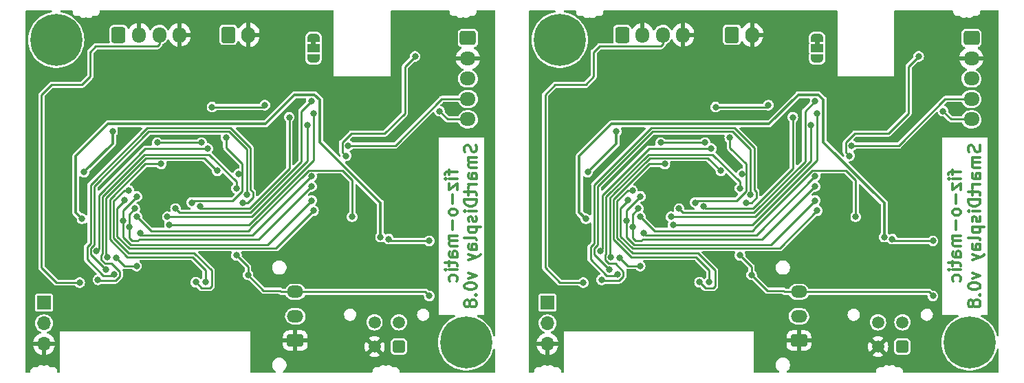
<source format=gbr>
%TF.GenerationSoftware,KiCad,Pcbnew,7.0.5-0*%
%TF.CreationDate,2023-06-16T19:55:47+02:00*%
%TF.ProjectId,SmartDisplay,536d6172-7444-4697-9370-6c61792e6b69,rev?*%
%TF.SameCoordinates,Original*%
%TF.FileFunction,Copper,L2,Bot*%
%TF.FilePolarity,Positive*%
%FSLAX46Y46*%
G04 Gerber Fmt 4.6, Leading zero omitted, Abs format (unit mm)*
G04 Created by KiCad (PCBNEW 7.0.5-0) date 2023-06-16 19:55:47*
%MOMM*%
%LPD*%
G01*
G04 APERTURE LIST*
G04 Aperture macros list*
%AMRoundRect*
0 Rectangle with rounded corners*
0 $1 Rounding radius*
0 $2 $3 $4 $5 $6 $7 $8 $9 X,Y pos of 4 corners*
0 Add a 4 corners polygon primitive as box body*
4,1,4,$2,$3,$4,$5,$6,$7,$8,$9,$2,$3,0*
0 Add four circle primitives for the rounded corners*
1,1,$1+$1,$2,$3*
1,1,$1+$1,$4,$5*
1,1,$1+$1,$6,$7*
1,1,$1+$1,$8,$9*
0 Add four rect primitives between the rounded corners*
20,1,$1+$1,$2,$3,$4,$5,0*
20,1,$1+$1,$4,$5,$6,$7,0*
20,1,$1+$1,$6,$7,$8,$9,0*
20,1,$1+$1,$8,$9,$2,$3,0*%
%AMFreePoly0*
4,1,19,0.000000,0.744911,0.071157,0.744911,0.207708,0.704816,0.327430,0.627875,0.420627,0.520320,0.479746,0.390866,0.500000,0.250000,0.500000,-0.250000,0.479746,-0.390866,0.420627,-0.520320,0.327430,-0.627875,0.207708,-0.704816,0.071157,-0.744911,0.000000,-0.744911,0.000000,-0.750000,-0.550000,-0.750000,-0.550000,0.750000,0.000000,0.750000,0.000000,0.744911,0.000000,0.744911,
$1*%
%AMFreePoly1*
4,1,19,0.550000,-0.750000,0.000000,-0.750000,0.000000,-0.744911,-0.071157,-0.744911,-0.207708,-0.704816,-0.327430,-0.627875,-0.420627,-0.520320,-0.479746,-0.390866,-0.500000,-0.250000,-0.500000,0.250000,-0.479746,0.390866,-0.420627,0.520320,-0.327430,0.627875,-0.207708,0.704816,-0.071157,0.744911,0.000000,0.744911,0.000000,0.750000,0.550000,0.750000,0.550000,-0.750000,0.550000,-0.750000,
$1*%
G04 Aperture macros list end*
%ADD10C,0.300000*%
%TA.AperFunction,NonConductor*%
%ADD11C,0.300000*%
%TD*%
%TA.AperFunction,ComponentPad*%
%ADD12C,0.800000*%
%TD*%
%TA.AperFunction,ComponentPad*%
%ADD13C,6.400000*%
%TD*%
%TA.AperFunction,ComponentPad*%
%ADD14O,1.950000X1.700000*%
%TD*%
%TA.AperFunction,ComponentPad*%
%ADD15RoundRect,0.250000X-0.725000X0.600000X-0.725000X-0.600000X0.725000X-0.600000X0.725000X0.600000X0*%
%TD*%
%TA.AperFunction,ComponentPad*%
%ADD16O,1.700000X1.950000*%
%TD*%
%TA.AperFunction,ComponentPad*%
%ADD17RoundRect,0.250000X-0.600000X-0.725000X0.600000X-0.725000X0.600000X0.725000X-0.600000X0.725000X0*%
%TD*%
%TA.AperFunction,SMDPad,CuDef*%
%ADD18FreePoly0,270.000000*%
%TD*%
%TA.AperFunction,SMDPad,CuDef*%
%ADD19R,1.500000X1.000000*%
%TD*%
%TA.AperFunction,SMDPad,CuDef*%
%ADD20FreePoly1,270.000000*%
%TD*%
%TA.AperFunction,ComponentPad*%
%ADD21C,1.500000*%
%TD*%
%TA.AperFunction,ComponentPad*%
%ADD22RoundRect,0.250000X0.500000X0.500000X-0.500000X0.500000X-0.500000X-0.500000X0.500000X-0.500000X0*%
%TD*%
%TA.AperFunction,ComponentPad*%
%ADD23O,1.700000X1.700000*%
%TD*%
%TA.AperFunction,ComponentPad*%
%ADD24R,1.700000X1.700000*%
%TD*%
%TA.AperFunction,ComponentPad*%
%ADD25O,2.020000X1.500000*%
%TD*%
%TA.AperFunction,ComponentPad*%
%ADD26RoundRect,0.250000X0.760000X-0.500000X0.760000X0.500000X-0.760000X0.500000X-0.760000X-0.500000X0*%
%TD*%
%TA.AperFunction,ComponentPad*%
%ADD27O,1.700000X2.000000*%
%TD*%
%TA.AperFunction,ComponentPad*%
%ADD28RoundRect,0.250000X-0.600000X-0.750000X0.600000X-0.750000X0.600000X0.750000X-0.600000X0.750000X0*%
%TD*%
%TA.AperFunction,ViaPad*%
%ADD29C,0.800000*%
%TD*%
%TA.AperFunction,Conductor*%
%ADD30C,0.350000*%
%TD*%
%TA.AperFunction,Conductor*%
%ADD31C,0.250000*%
%TD*%
G04 APERTURE END LIST*
D10*
D11*
X183960828Y-55617142D02*
X183960828Y-56188570D01*
X184960828Y-55831427D02*
X183675114Y-55831427D01*
X183675114Y-55831427D02*
X183532257Y-55902856D01*
X183532257Y-55902856D02*
X183460828Y-56045713D01*
X183460828Y-56045713D02*
X183460828Y-56188570D01*
X184960828Y-56688570D02*
X183960828Y-56688570D01*
X183460828Y-56688570D02*
X183532257Y-56617142D01*
X183532257Y-56617142D02*
X183603685Y-56688570D01*
X183603685Y-56688570D02*
X183532257Y-56759999D01*
X183532257Y-56759999D02*
X183460828Y-56688570D01*
X183460828Y-56688570D02*
X183603685Y-56688570D01*
X183960828Y-57259999D02*
X183960828Y-58045714D01*
X183960828Y-58045714D02*
X184960828Y-57259999D01*
X184960828Y-57259999D02*
X184960828Y-58045714D01*
X184389400Y-58617142D02*
X184389400Y-59760000D01*
X184960828Y-60688571D02*
X184889400Y-60545714D01*
X184889400Y-60545714D02*
X184817971Y-60474285D01*
X184817971Y-60474285D02*
X184675114Y-60402857D01*
X184675114Y-60402857D02*
X184246542Y-60402857D01*
X184246542Y-60402857D02*
X184103685Y-60474285D01*
X184103685Y-60474285D02*
X184032257Y-60545714D01*
X184032257Y-60545714D02*
X183960828Y-60688571D01*
X183960828Y-60688571D02*
X183960828Y-60902857D01*
X183960828Y-60902857D02*
X184032257Y-61045714D01*
X184032257Y-61045714D02*
X184103685Y-61117143D01*
X184103685Y-61117143D02*
X184246542Y-61188571D01*
X184246542Y-61188571D02*
X184675114Y-61188571D01*
X184675114Y-61188571D02*
X184817971Y-61117143D01*
X184817971Y-61117143D02*
X184889400Y-61045714D01*
X184889400Y-61045714D02*
X184960828Y-60902857D01*
X184960828Y-60902857D02*
X184960828Y-60688571D01*
X184389400Y-61831428D02*
X184389400Y-62974286D01*
X184960828Y-63688571D02*
X183960828Y-63688571D01*
X184103685Y-63688571D02*
X184032257Y-63760000D01*
X184032257Y-63760000D02*
X183960828Y-63902857D01*
X183960828Y-63902857D02*
X183960828Y-64117143D01*
X183960828Y-64117143D02*
X184032257Y-64260000D01*
X184032257Y-64260000D02*
X184175114Y-64331429D01*
X184175114Y-64331429D02*
X184960828Y-64331429D01*
X184175114Y-64331429D02*
X184032257Y-64402857D01*
X184032257Y-64402857D02*
X183960828Y-64545714D01*
X183960828Y-64545714D02*
X183960828Y-64760000D01*
X183960828Y-64760000D02*
X184032257Y-64902857D01*
X184032257Y-64902857D02*
X184175114Y-64974286D01*
X184175114Y-64974286D02*
X184960828Y-64974286D01*
X184960828Y-66331429D02*
X184175114Y-66331429D01*
X184175114Y-66331429D02*
X184032257Y-66260000D01*
X184032257Y-66260000D02*
X183960828Y-66117143D01*
X183960828Y-66117143D02*
X183960828Y-65831429D01*
X183960828Y-65831429D02*
X184032257Y-65688571D01*
X184889400Y-66331429D02*
X184960828Y-66188571D01*
X184960828Y-66188571D02*
X184960828Y-65831429D01*
X184960828Y-65831429D02*
X184889400Y-65688571D01*
X184889400Y-65688571D02*
X184746542Y-65617143D01*
X184746542Y-65617143D02*
X184603685Y-65617143D01*
X184603685Y-65617143D02*
X184460828Y-65688571D01*
X184460828Y-65688571D02*
X184389400Y-65831429D01*
X184389400Y-65831429D02*
X184389400Y-66188571D01*
X184389400Y-66188571D02*
X184317971Y-66331429D01*
X183960828Y-66831429D02*
X183960828Y-67402857D01*
X183460828Y-67045714D02*
X184746542Y-67045714D01*
X184746542Y-67045714D02*
X184889400Y-67117143D01*
X184889400Y-67117143D02*
X184960828Y-67260000D01*
X184960828Y-67260000D02*
X184960828Y-67402857D01*
X184960828Y-67902857D02*
X183960828Y-67902857D01*
X183460828Y-67902857D02*
X183532257Y-67831429D01*
X183532257Y-67831429D02*
X183603685Y-67902857D01*
X183603685Y-67902857D02*
X183532257Y-67974286D01*
X183532257Y-67974286D02*
X183460828Y-67902857D01*
X183460828Y-67902857D02*
X183603685Y-67902857D01*
X184889400Y-69260001D02*
X184960828Y-69117143D01*
X184960828Y-69117143D02*
X184960828Y-68831429D01*
X184960828Y-68831429D02*
X184889400Y-68688572D01*
X184889400Y-68688572D02*
X184817971Y-68617143D01*
X184817971Y-68617143D02*
X184675114Y-68545715D01*
X184675114Y-68545715D02*
X184246542Y-68545715D01*
X184246542Y-68545715D02*
X184103685Y-68617143D01*
X184103685Y-68617143D02*
X184032257Y-68688572D01*
X184032257Y-68688572D02*
X183960828Y-68831429D01*
X183960828Y-68831429D02*
X183960828Y-69117143D01*
X183960828Y-69117143D02*
X184032257Y-69260001D01*
X187304400Y-52545715D02*
X187375828Y-52760001D01*
X187375828Y-52760001D02*
X187375828Y-53117143D01*
X187375828Y-53117143D02*
X187304400Y-53260001D01*
X187304400Y-53260001D02*
X187232971Y-53331429D01*
X187232971Y-53331429D02*
X187090114Y-53402858D01*
X187090114Y-53402858D02*
X186947257Y-53402858D01*
X186947257Y-53402858D02*
X186804400Y-53331429D01*
X186804400Y-53331429D02*
X186732971Y-53260001D01*
X186732971Y-53260001D02*
X186661542Y-53117143D01*
X186661542Y-53117143D02*
X186590114Y-52831429D01*
X186590114Y-52831429D02*
X186518685Y-52688572D01*
X186518685Y-52688572D02*
X186447257Y-52617143D01*
X186447257Y-52617143D02*
X186304400Y-52545715D01*
X186304400Y-52545715D02*
X186161542Y-52545715D01*
X186161542Y-52545715D02*
X186018685Y-52617143D01*
X186018685Y-52617143D02*
X185947257Y-52688572D01*
X185947257Y-52688572D02*
X185875828Y-52831429D01*
X185875828Y-52831429D02*
X185875828Y-53188572D01*
X185875828Y-53188572D02*
X185947257Y-53402858D01*
X187375828Y-54045714D02*
X186375828Y-54045714D01*
X186518685Y-54045714D02*
X186447257Y-54117143D01*
X186447257Y-54117143D02*
X186375828Y-54260000D01*
X186375828Y-54260000D02*
X186375828Y-54474286D01*
X186375828Y-54474286D02*
X186447257Y-54617143D01*
X186447257Y-54617143D02*
X186590114Y-54688572D01*
X186590114Y-54688572D02*
X187375828Y-54688572D01*
X186590114Y-54688572D02*
X186447257Y-54760000D01*
X186447257Y-54760000D02*
X186375828Y-54902857D01*
X186375828Y-54902857D02*
X186375828Y-55117143D01*
X186375828Y-55117143D02*
X186447257Y-55260000D01*
X186447257Y-55260000D02*
X186590114Y-55331429D01*
X186590114Y-55331429D02*
X187375828Y-55331429D01*
X187375828Y-56688572D02*
X186590114Y-56688572D01*
X186590114Y-56688572D02*
X186447257Y-56617143D01*
X186447257Y-56617143D02*
X186375828Y-56474286D01*
X186375828Y-56474286D02*
X186375828Y-56188572D01*
X186375828Y-56188572D02*
X186447257Y-56045714D01*
X187304400Y-56688572D02*
X187375828Y-56545714D01*
X187375828Y-56545714D02*
X187375828Y-56188572D01*
X187375828Y-56188572D02*
X187304400Y-56045714D01*
X187304400Y-56045714D02*
X187161542Y-55974286D01*
X187161542Y-55974286D02*
X187018685Y-55974286D01*
X187018685Y-55974286D02*
X186875828Y-56045714D01*
X186875828Y-56045714D02*
X186804400Y-56188572D01*
X186804400Y-56188572D02*
X186804400Y-56545714D01*
X186804400Y-56545714D02*
X186732971Y-56688572D01*
X187375828Y-57402857D02*
X186375828Y-57402857D01*
X186661542Y-57402857D02*
X186518685Y-57474286D01*
X186518685Y-57474286D02*
X186447257Y-57545715D01*
X186447257Y-57545715D02*
X186375828Y-57688572D01*
X186375828Y-57688572D02*
X186375828Y-57831429D01*
X186375828Y-58117143D02*
X186375828Y-58688571D01*
X185875828Y-58331428D02*
X187161542Y-58331428D01*
X187161542Y-58331428D02*
X187304400Y-58402857D01*
X187304400Y-58402857D02*
X187375828Y-58545714D01*
X187375828Y-58545714D02*
X187375828Y-58688571D01*
X187375828Y-59188571D02*
X185875828Y-59188571D01*
X185875828Y-59188571D02*
X185875828Y-59545714D01*
X185875828Y-59545714D02*
X185947257Y-59760000D01*
X185947257Y-59760000D02*
X186090114Y-59902857D01*
X186090114Y-59902857D02*
X186232971Y-59974286D01*
X186232971Y-59974286D02*
X186518685Y-60045714D01*
X186518685Y-60045714D02*
X186732971Y-60045714D01*
X186732971Y-60045714D02*
X187018685Y-59974286D01*
X187018685Y-59974286D02*
X187161542Y-59902857D01*
X187161542Y-59902857D02*
X187304400Y-59760000D01*
X187304400Y-59760000D02*
X187375828Y-59545714D01*
X187375828Y-59545714D02*
X187375828Y-59188571D01*
X187375828Y-60688571D02*
X186375828Y-60688571D01*
X185875828Y-60688571D02*
X185947257Y-60617143D01*
X185947257Y-60617143D02*
X186018685Y-60688571D01*
X186018685Y-60688571D02*
X185947257Y-60760000D01*
X185947257Y-60760000D02*
X185875828Y-60688571D01*
X185875828Y-60688571D02*
X186018685Y-60688571D01*
X187304400Y-61331429D02*
X187375828Y-61474286D01*
X187375828Y-61474286D02*
X187375828Y-61760000D01*
X187375828Y-61760000D02*
X187304400Y-61902857D01*
X187304400Y-61902857D02*
X187161542Y-61974286D01*
X187161542Y-61974286D02*
X187090114Y-61974286D01*
X187090114Y-61974286D02*
X186947257Y-61902857D01*
X186947257Y-61902857D02*
X186875828Y-61760000D01*
X186875828Y-61760000D02*
X186875828Y-61545715D01*
X186875828Y-61545715D02*
X186804400Y-61402857D01*
X186804400Y-61402857D02*
X186661542Y-61331429D01*
X186661542Y-61331429D02*
X186590114Y-61331429D01*
X186590114Y-61331429D02*
X186447257Y-61402857D01*
X186447257Y-61402857D02*
X186375828Y-61545715D01*
X186375828Y-61545715D02*
X186375828Y-61760000D01*
X186375828Y-61760000D02*
X186447257Y-61902857D01*
X186375828Y-62617143D02*
X187875828Y-62617143D01*
X186447257Y-62617143D02*
X186375828Y-62760001D01*
X186375828Y-62760001D02*
X186375828Y-63045715D01*
X186375828Y-63045715D02*
X186447257Y-63188572D01*
X186447257Y-63188572D02*
X186518685Y-63260001D01*
X186518685Y-63260001D02*
X186661542Y-63331429D01*
X186661542Y-63331429D02*
X187090114Y-63331429D01*
X187090114Y-63331429D02*
X187232971Y-63260001D01*
X187232971Y-63260001D02*
X187304400Y-63188572D01*
X187304400Y-63188572D02*
X187375828Y-63045715D01*
X187375828Y-63045715D02*
X187375828Y-62760001D01*
X187375828Y-62760001D02*
X187304400Y-62617143D01*
X187375828Y-64188572D02*
X187304400Y-64045715D01*
X187304400Y-64045715D02*
X187161542Y-63974286D01*
X187161542Y-63974286D02*
X185875828Y-63974286D01*
X187375828Y-65402858D02*
X186590114Y-65402858D01*
X186590114Y-65402858D02*
X186447257Y-65331429D01*
X186447257Y-65331429D02*
X186375828Y-65188572D01*
X186375828Y-65188572D02*
X186375828Y-64902858D01*
X186375828Y-64902858D02*
X186447257Y-64760000D01*
X187304400Y-65402858D02*
X187375828Y-65260000D01*
X187375828Y-65260000D02*
X187375828Y-64902858D01*
X187375828Y-64902858D02*
X187304400Y-64760000D01*
X187304400Y-64760000D02*
X187161542Y-64688572D01*
X187161542Y-64688572D02*
X187018685Y-64688572D01*
X187018685Y-64688572D02*
X186875828Y-64760000D01*
X186875828Y-64760000D02*
X186804400Y-64902858D01*
X186804400Y-64902858D02*
X186804400Y-65260000D01*
X186804400Y-65260000D02*
X186732971Y-65402858D01*
X186375828Y-65974286D02*
X187375828Y-66331429D01*
X186375828Y-66688572D02*
X187375828Y-66331429D01*
X187375828Y-66331429D02*
X187732971Y-66188572D01*
X187732971Y-66188572D02*
X187804400Y-66117143D01*
X187804400Y-66117143D02*
X187875828Y-65974286D01*
X186375828Y-68260000D02*
X187375828Y-68617143D01*
X187375828Y-68617143D02*
X186375828Y-68974286D01*
X185875828Y-69831429D02*
X185875828Y-69974286D01*
X185875828Y-69974286D02*
X185947257Y-70117143D01*
X185947257Y-70117143D02*
X186018685Y-70188572D01*
X186018685Y-70188572D02*
X186161542Y-70260000D01*
X186161542Y-70260000D02*
X186447257Y-70331429D01*
X186447257Y-70331429D02*
X186804400Y-70331429D01*
X186804400Y-70331429D02*
X187090114Y-70260000D01*
X187090114Y-70260000D02*
X187232971Y-70188572D01*
X187232971Y-70188572D02*
X187304400Y-70117143D01*
X187304400Y-70117143D02*
X187375828Y-69974286D01*
X187375828Y-69974286D02*
X187375828Y-69831429D01*
X187375828Y-69831429D02*
X187304400Y-69688572D01*
X187304400Y-69688572D02*
X187232971Y-69617143D01*
X187232971Y-69617143D02*
X187090114Y-69545714D01*
X187090114Y-69545714D02*
X186804400Y-69474286D01*
X186804400Y-69474286D02*
X186447257Y-69474286D01*
X186447257Y-69474286D02*
X186161542Y-69545714D01*
X186161542Y-69545714D02*
X186018685Y-69617143D01*
X186018685Y-69617143D02*
X185947257Y-69688572D01*
X185947257Y-69688572D02*
X185875828Y-69831429D01*
X187232971Y-70974285D02*
X187304400Y-71045714D01*
X187304400Y-71045714D02*
X187375828Y-70974285D01*
X187375828Y-70974285D02*
X187304400Y-70902857D01*
X187304400Y-70902857D02*
X187232971Y-70974285D01*
X187232971Y-70974285D02*
X187375828Y-70974285D01*
X186518685Y-71902857D02*
X186447257Y-71760000D01*
X186447257Y-71760000D02*
X186375828Y-71688571D01*
X186375828Y-71688571D02*
X186232971Y-71617143D01*
X186232971Y-71617143D02*
X186161542Y-71617143D01*
X186161542Y-71617143D02*
X186018685Y-71688571D01*
X186018685Y-71688571D02*
X185947257Y-71760000D01*
X185947257Y-71760000D02*
X185875828Y-71902857D01*
X185875828Y-71902857D02*
X185875828Y-72188571D01*
X185875828Y-72188571D02*
X185947257Y-72331429D01*
X185947257Y-72331429D02*
X186018685Y-72402857D01*
X186018685Y-72402857D02*
X186161542Y-72474286D01*
X186161542Y-72474286D02*
X186232971Y-72474286D01*
X186232971Y-72474286D02*
X186375828Y-72402857D01*
X186375828Y-72402857D02*
X186447257Y-72331429D01*
X186447257Y-72331429D02*
X186518685Y-72188571D01*
X186518685Y-72188571D02*
X186518685Y-71902857D01*
X186518685Y-71902857D02*
X186590114Y-71760000D01*
X186590114Y-71760000D02*
X186661542Y-71688571D01*
X186661542Y-71688571D02*
X186804400Y-71617143D01*
X186804400Y-71617143D02*
X187090114Y-71617143D01*
X187090114Y-71617143D02*
X187232971Y-71688571D01*
X187232971Y-71688571D02*
X187304400Y-71760000D01*
X187304400Y-71760000D02*
X187375828Y-71902857D01*
X187375828Y-71902857D02*
X187375828Y-72188571D01*
X187375828Y-72188571D02*
X187304400Y-72331429D01*
X187304400Y-72331429D02*
X187232971Y-72402857D01*
X187232971Y-72402857D02*
X187090114Y-72474286D01*
X187090114Y-72474286D02*
X186804400Y-72474286D01*
X186804400Y-72474286D02*
X186661542Y-72402857D01*
X186661542Y-72402857D02*
X186590114Y-72331429D01*
X186590114Y-72331429D02*
X186518685Y-72188571D01*
D10*
D11*
X121960828Y-55617142D02*
X121960828Y-56188570D01*
X122960828Y-55831427D02*
X121675114Y-55831427D01*
X121675114Y-55831427D02*
X121532257Y-55902856D01*
X121532257Y-55902856D02*
X121460828Y-56045713D01*
X121460828Y-56045713D02*
X121460828Y-56188570D01*
X122960828Y-56688570D02*
X121960828Y-56688570D01*
X121460828Y-56688570D02*
X121532257Y-56617142D01*
X121532257Y-56617142D02*
X121603685Y-56688570D01*
X121603685Y-56688570D02*
X121532257Y-56759999D01*
X121532257Y-56759999D02*
X121460828Y-56688570D01*
X121460828Y-56688570D02*
X121603685Y-56688570D01*
X121960828Y-57259999D02*
X121960828Y-58045714D01*
X121960828Y-58045714D02*
X122960828Y-57259999D01*
X122960828Y-57259999D02*
X122960828Y-58045714D01*
X122389400Y-58617142D02*
X122389400Y-59760000D01*
X122960828Y-60688571D02*
X122889400Y-60545714D01*
X122889400Y-60545714D02*
X122817971Y-60474285D01*
X122817971Y-60474285D02*
X122675114Y-60402857D01*
X122675114Y-60402857D02*
X122246542Y-60402857D01*
X122246542Y-60402857D02*
X122103685Y-60474285D01*
X122103685Y-60474285D02*
X122032257Y-60545714D01*
X122032257Y-60545714D02*
X121960828Y-60688571D01*
X121960828Y-60688571D02*
X121960828Y-60902857D01*
X121960828Y-60902857D02*
X122032257Y-61045714D01*
X122032257Y-61045714D02*
X122103685Y-61117143D01*
X122103685Y-61117143D02*
X122246542Y-61188571D01*
X122246542Y-61188571D02*
X122675114Y-61188571D01*
X122675114Y-61188571D02*
X122817971Y-61117143D01*
X122817971Y-61117143D02*
X122889400Y-61045714D01*
X122889400Y-61045714D02*
X122960828Y-60902857D01*
X122960828Y-60902857D02*
X122960828Y-60688571D01*
X122389400Y-61831428D02*
X122389400Y-62974286D01*
X122960828Y-63688571D02*
X121960828Y-63688571D01*
X122103685Y-63688571D02*
X122032257Y-63760000D01*
X122032257Y-63760000D02*
X121960828Y-63902857D01*
X121960828Y-63902857D02*
X121960828Y-64117143D01*
X121960828Y-64117143D02*
X122032257Y-64260000D01*
X122032257Y-64260000D02*
X122175114Y-64331429D01*
X122175114Y-64331429D02*
X122960828Y-64331429D01*
X122175114Y-64331429D02*
X122032257Y-64402857D01*
X122032257Y-64402857D02*
X121960828Y-64545714D01*
X121960828Y-64545714D02*
X121960828Y-64760000D01*
X121960828Y-64760000D02*
X122032257Y-64902857D01*
X122032257Y-64902857D02*
X122175114Y-64974286D01*
X122175114Y-64974286D02*
X122960828Y-64974286D01*
X122960828Y-66331429D02*
X122175114Y-66331429D01*
X122175114Y-66331429D02*
X122032257Y-66260000D01*
X122032257Y-66260000D02*
X121960828Y-66117143D01*
X121960828Y-66117143D02*
X121960828Y-65831429D01*
X121960828Y-65831429D02*
X122032257Y-65688571D01*
X122889400Y-66331429D02*
X122960828Y-66188571D01*
X122960828Y-66188571D02*
X122960828Y-65831429D01*
X122960828Y-65831429D02*
X122889400Y-65688571D01*
X122889400Y-65688571D02*
X122746542Y-65617143D01*
X122746542Y-65617143D02*
X122603685Y-65617143D01*
X122603685Y-65617143D02*
X122460828Y-65688571D01*
X122460828Y-65688571D02*
X122389400Y-65831429D01*
X122389400Y-65831429D02*
X122389400Y-66188571D01*
X122389400Y-66188571D02*
X122317971Y-66331429D01*
X121960828Y-66831429D02*
X121960828Y-67402857D01*
X121460828Y-67045714D02*
X122746542Y-67045714D01*
X122746542Y-67045714D02*
X122889400Y-67117143D01*
X122889400Y-67117143D02*
X122960828Y-67260000D01*
X122960828Y-67260000D02*
X122960828Y-67402857D01*
X122960828Y-67902857D02*
X121960828Y-67902857D01*
X121460828Y-67902857D02*
X121532257Y-67831429D01*
X121532257Y-67831429D02*
X121603685Y-67902857D01*
X121603685Y-67902857D02*
X121532257Y-67974286D01*
X121532257Y-67974286D02*
X121460828Y-67902857D01*
X121460828Y-67902857D02*
X121603685Y-67902857D01*
X122889400Y-69260001D02*
X122960828Y-69117143D01*
X122960828Y-69117143D02*
X122960828Y-68831429D01*
X122960828Y-68831429D02*
X122889400Y-68688572D01*
X122889400Y-68688572D02*
X122817971Y-68617143D01*
X122817971Y-68617143D02*
X122675114Y-68545715D01*
X122675114Y-68545715D02*
X122246542Y-68545715D01*
X122246542Y-68545715D02*
X122103685Y-68617143D01*
X122103685Y-68617143D02*
X122032257Y-68688572D01*
X122032257Y-68688572D02*
X121960828Y-68831429D01*
X121960828Y-68831429D02*
X121960828Y-69117143D01*
X121960828Y-69117143D02*
X122032257Y-69260001D01*
X125304400Y-52545715D02*
X125375828Y-52760001D01*
X125375828Y-52760001D02*
X125375828Y-53117143D01*
X125375828Y-53117143D02*
X125304400Y-53260001D01*
X125304400Y-53260001D02*
X125232971Y-53331429D01*
X125232971Y-53331429D02*
X125090114Y-53402858D01*
X125090114Y-53402858D02*
X124947257Y-53402858D01*
X124947257Y-53402858D02*
X124804400Y-53331429D01*
X124804400Y-53331429D02*
X124732971Y-53260001D01*
X124732971Y-53260001D02*
X124661542Y-53117143D01*
X124661542Y-53117143D02*
X124590114Y-52831429D01*
X124590114Y-52831429D02*
X124518685Y-52688572D01*
X124518685Y-52688572D02*
X124447257Y-52617143D01*
X124447257Y-52617143D02*
X124304400Y-52545715D01*
X124304400Y-52545715D02*
X124161542Y-52545715D01*
X124161542Y-52545715D02*
X124018685Y-52617143D01*
X124018685Y-52617143D02*
X123947257Y-52688572D01*
X123947257Y-52688572D02*
X123875828Y-52831429D01*
X123875828Y-52831429D02*
X123875828Y-53188572D01*
X123875828Y-53188572D02*
X123947257Y-53402858D01*
X125375828Y-54045714D02*
X124375828Y-54045714D01*
X124518685Y-54045714D02*
X124447257Y-54117143D01*
X124447257Y-54117143D02*
X124375828Y-54260000D01*
X124375828Y-54260000D02*
X124375828Y-54474286D01*
X124375828Y-54474286D02*
X124447257Y-54617143D01*
X124447257Y-54617143D02*
X124590114Y-54688572D01*
X124590114Y-54688572D02*
X125375828Y-54688572D01*
X124590114Y-54688572D02*
X124447257Y-54760000D01*
X124447257Y-54760000D02*
X124375828Y-54902857D01*
X124375828Y-54902857D02*
X124375828Y-55117143D01*
X124375828Y-55117143D02*
X124447257Y-55260000D01*
X124447257Y-55260000D02*
X124590114Y-55331429D01*
X124590114Y-55331429D02*
X125375828Y-55331429D01*
X125375828Y-56688572D02*
X124590114Y-56688572D01*
X124590114Y-56688572D02*
X124447257Y-56617143D01*
X124447257Y-56617143D02*
X124375828Y-56474286D01*
X124375828Y-56474286D02*
X124375828Y-56188572D01*
X124375828Y-56188572D02*
X124447257Y-56045714D01*
X125304400Y-56688572D02*
X125375828Y-56545714D01*
X125375828Y-56545714D02*
X125375828Y-56188572D01*
X125375828Y-56188572D02*
X125304400Y-56045714D01*
X125304400Y-56045714D02*
X125161542Y-55974286D01*
X125161542Y-55974286D02*
X125018685Y-55974286D01*
X125018685Y-55974286D02*
X124875828Y-56045714D01*
X124875828Y-56045714D02*
X124804400Y-56188572D01*
X124804400Y-56188572D02*
X124804400Y-56545714D01*
X124804400Y-56545714D02*
X124732971Y-56688572D01*
X125375828Y-57402857D02*
X124375828Y-57402857D01*
X124661542Y-57402857D02*
X124518685Y-57474286D01*
X124518685Y-57474286D02*
X124447257Y-57545715D01*
X124447257Y-57545715D02*
X124375828Y-57688572D01*
X124375828Y-57688572D02*
X124375828Y-57831429D01*
X124375828Y-58117143D02*
X124375828Y-58688571D01*
X123875828Y-58331428D02*
X125161542Y-58331428D01*
X125161542Y-58331428D02*
X125304400Y-58402857D01*
X125304400Y-58402857D02*
X125375828Y-58545714D01*
X125375828Y-58545714D02*
X125375828Y-58688571D01*
X125375828Y-59188571D02*
X123875828Y-59188571D01*
X123875828Y-59188571D02*
X123875828Y-59545714D01*
X123875828Y-59545714D02*
X123947257Y-59760000D01*
X123947257Y-59760000D02*
X124090114Y-59902857D01*
X124090114Y-59902857D02*
X124232971Y-59974286D01*
X124232971Y-59974286D02*
X124518685Y-60045714D01*
X124518685Y-60045714D02*
X124732971Y-60045714D01*
X124732971Y-60045714D02*
X125018685Y-59974286D01*
X125018685Y-59974286D02*
X125161542Y-59902857D01*
X125161542Y-59902857D02*
X125304400Y-59760000D01*
X125304400Y-59760000D02*
X125375828Y-59545714D01*
X125375828Y-59545714D02*
X125375828Y-59188571D01*
X125375828Y-60688571D02*
X124375828Y-60688571D01*
X123875828Y-60688571D02*
X123947257Y-60617143D01*
X123947257Y-60617143D02*
X124018685Y-60688571D01*
X124018685Y-60688571D02*
X123947257Y-60760000D01*
X123947257Y-60760000D02*
X123875828Y-60688571D01*
X123875828Y-60688571D02*
X124018685Y-60688571D01*
X125304400Y-61331429D02*
X125375828Y-61474286D01*
X125375828Y-61474286D02*
X125375828Y-61760000D01*
X125375828Y-61760000D02*
X125304400Y-61902857D01*
X125304400Y-61902857D02*
X125161542Y-61974286D01*
X125161542Y-61974286D02*
X125090114Y-61974286D01*
X125090114Y-61974286D02*
X124947257Y-61902857D01*
X124947257Y-61902857D02*
X124875828Y-61760000D01*
X124875828Y-61760000D02*
X124875828Y-61545715D01*
X124875828Y-61545715D02*
X124804400Y-61402857D01*
X124804400Y-61402857D02*
X124661542Y-61331429D01*
X124661542Y-61331429D02*
X124590114Y-61331429D01*
X124590114Y-61331429D02*
X124447257Y-61402857D01*
X124447257Y-61402857D02*
X124375828Y-61545715D01*
X124375828Y-61545715D02*
X124375828Y-61760000D01*
X124375828Y-61760000D02*
X124447257Y-61902857D01*
X124375828Y-62617143D02*
X125875828Y-62617143D01*
X124447257Y-62617143D02*
X124375828Y-62760001D01*
X124375828Y-62760001D02*
X124375828Y-63045715D01*
X124375828Y-63045715D02*
X124447257Y-63188572D01*
X124447257Y-63188572D02*
X124518685Y-63260001D01*
X124518685Y-63260001D02*
X124661542Y-63331429D01*
X124661542Y-63331429D02*
X125090114Y-63331429D01*
X125090114Y-63331429D02*
X125232971Y-63260001D01*
X125232971Y-63260001D02*
X125304400Y-63188572D01*
X125304400Y-63188572D02*
X125375828Y-63045715D01*
X125375828Y-63045715D02*
X125375828Y-62760001D01*
X125375828Y-62760001D02*
X125304400Y-62617143D01*
X125375828Y-64188572D02*
X125304400Y-64045715D01*
X125304400Y-64045715D02*
X125161542Y-63974286D01*
X125161542Y-63974286D02*
X123875828Y-63974286D01*
X125375828Y-65402858D02*
X124590114Y-65402858D01*
X124590114Y-65402858D02*
X124447257Y-65331429D01*
X124447257Y-65331429D02*
X124375828Y-65188572D01*
X124375828Y-65188572D02*
X124375828Y-64902858D01*
X124375828Y-64902858D02*
X124447257Y-64760000D01*
X125304400Y-65402858D02*
X125375828Y-65260000D01*
X125375828Y-65260000D02*
X125375828Y-64902858D01*
X125375828Y-64902858D02*
X125304400Y-64760000D01*
X125304400Y-64760000D02*
X125161542Y-64688572D01*
X125161542Y-64688572D02*
X125018685Y-64688572D01*
X125018685Y-64688572D02*
X124875828Y-64760000D01*
X124875828Y-64760000D02*
X124804400Y-64902858D01*
X124804400Y-64902858D02*
X124804400Y-65260000D01*
X124804400Y-65260000D02*
X124732971Y-65402858D01*
X124375828Y-65974286D02*
X125375828Y-66331429D01*
X124375828Y-66688572D02*
X125375828Y-66331429D01*
X125375828Y-66331429D02*
X125732971Y-66188572D01*
X125732971Y-66188572D02*
X125804400Y-66117143D01*
X125804400Y-66117143D02*
X125875828Y-65974286D01*
X124375828Y-68260000D02*
X125375828Y-68617143D01*
X125375828Y-68617143D02*
X124375828Y-68974286D01*
X123875828Y-69831429D02*
X123875828Y-69974286D01*
X123875828Y-69974286D02*
X123947257Y-70117143D01*
X123947257Y-70117143D02*
X124018685Y-70188572D01*
X124018685Y-70188572D02*
X124161542Y-70260000D01*
X124161542Y-70260000D02*
X124447257Y-70331429D01*
X124447257Y-70331429D02*
X124804400Y-70331429D01*
X124804400Y-70331429D02*
X125090114Y-70260000D01*
X125090114Y-70260000D02*
X125232971Y-70188572D01*
X125232971Y-70188572D02*
X125304400Y-70117143D01*
X125304400Y-70117143D02*
X125375828Y-69974286D01*
X125375828Y-69974286D02*
X125375828Y-69831429D01*
X125375828Y-69831429D02*
X125304400Y-69688572D01*
X125304400Y-69688572D02*
X125232971Y-69617143D01*
X125232971Y-69617143D02*
X125090114Y-69545714D01*
X125090114Y-69545714D02*
X124804400Y-69474286D01*
X124804400Y-69474286D02*
X124447257Y-69474286D01*
X124447257Y-69474286D02*
X124161542Y-69545714D01*
X124161542Y-69545714D02*
X124018685Y-69617143D01*
X124018685Y-69617143D02*
X123947257Y-69688572D01*
X123947257Y-69688572D02*
X123875828Y-69831429D01*
X125232971Y-70974285D02*
X125304400Y-71045714D01*
X125304400Y-71045714D02*
X125375828Y-70974285D01*
X125375828Y-70974285D02*
X125304400Y-70902857D01*
X125304400Y-70902857D02*
X125232971Y-70974285D01*
X125232971Y-70974285D02*
X125375828Y-70974285D01*
X124518685Y-71902857D02*
X124447257Y-71760000D01*
X124447257Y-71760000D02*
X124375828Y-71688571D01*
X124375828Y-71688571D02*
X124232971Y-71617143D01*
X124232971Y-71617143D02*
X124161542Y-71617143D01*
X124161542Y-71617143D02*
X124018685Y-71688571D01*
X124018685Y-71688571D02*
X123947257Y-71760000D01*
X123947257Y-71760000D02*
X123875828Y-71902857D01*
X123875828Y-71902857D02*
X123875828Y-72188571D01*
X123875828Y-72188571D02*
X123947257Y-72331429D01*
X123947257Y-72331429D02*
X124018685Y-72402857D01*
X124018685Y-72402857D02*
X124161542Y-72474286D01*
X124161542Y-72474286D02*
X124232971Y-72474286D01*
X124232971Y-72474286D02*
X124375828Y-72402857D01*
X124375828Y-72402857D02*
X124447257Y-72331429D01*
X124447257Y-72331429D02*
X124518685Y-72188571D01*
X124518685Y-72188571D02*
X124518685Y-71902857D01*
X124518685Y-71902857D02*
X124590114Y-71760000D01*
X124590114Y-71760000D02*
X124661542Y-71688571D01*
X124661542Y-71688571D02*
X124804400Y-71617143D01*
X124804400Y-71617143D02*
X125090114Y-71617143D01*
X125090114Y-71617143D02*
X125232971Y-71688571D01*
X125232971Y-71688571D02*
X125304400Y-71760000D01*
X125304400Y-71760000D02*
X125375828Y-71902857D01*
X125375828Y-71902857D02*
X125375828Y-72188571D01*
X125375828Y-72188571D02*
X125304400Y-72331429D01*
X125304400Y-72331429D02*
X125232971Y-72402857D01*
X125232971Y-72402857D02*
X125090114Y-72474286D01*
X125090114Y-72474286D02*
X124804400Y-72474286D01*
X124804400Y-72474286D02*
X124661542Y-72402857D01*
X124661542Y-72402857D02*
X124590114Y-72331429D01*
X124590114Y-72331429D02*
X124518685Y-72188571D01*
%TA.AperFunction,EtchedComponent*%
%TO.C,JP3*%
G36*
X167590000Y-40210000D02*
G01*
X166990000Y-40210000D01*
X166990000Y-39710000D01*
X167590000Y-39710000D01*
X167590000Y-40210000D01*
G37*
%TD.AperFunction*%
%TA.AperFunction,EtchedComponent*%
G36*
X105590000Y-40210000D02*
G01*
X104990000Y-40210000D01*
X104990000Y-39710000D01*
X105590000Y-39710000D01*
X105590000Y-40210000D01*
G37*
%TD.AperFunction*%
%TD*%
D12*
%TO.P,H1,1,1*%
%TO.N,unconnected-(H1-Pad1)*%
X138000000Y-39589000D03*
X137297056Y-41286056D03*
X137297056Y-37891944D03*
X135600000Y-41989000D03*
D13*
X135600000Y-39589000D03*
D12*
X135600000Y-37189000D03*
X133902944Y-41286056D03*
X133902944Y-37891944D03*
X133200000Y-39589000D03*
%TD*%
D14*
%TO.P,J6,5,Pin_5*%
%TO.N,Net-(J6-Pin_5)*%
X186290000Y-49360000D03*
%TO.P,J6,4,Pin_4*%
%TO.N,TXD*%
X186290000Y-46860000D03*
%TO.P,J6,3,Pin_3*%
%TO.N,RXD*%
X186290000Y-44360000D03*
%TO.P,J6,2,Pin_2*%
%TO.N,GND*%
X186290000Y-41860000D03*
D15*
%TO.P,J6,1,Pin_1*%
%TO.N,+3V3*%
X186290000Y-39360000D03*
%TD*%
D16*
%TO.P,J4,4,Pin_4*%
%TO.N,GND*%
X150790000Y-38954000D03*
%TO.P,J4,3,Pin_3*%
%TO.N,INSTR.BEL*%
X148290000Y-38954000D03*
%TO.P,J4,2,Pin_2*%
%TO.N,GND*%
X145790000Y-38954000D03*
D17*
%TO.P,J4,1,Pin_1*%
%TO.N,+12V*%
X143290000Y-38954000D03*
%TD*%
D18*
%TO.P,JP3,3,3*%
%TO.N,Net-(X1-SIGNAL)*%
X167290000Y-41910000D03*
D19*
%TO.P,JP3,2,2*%
%TO.N,Net-(U5-RF_IN)*%
X167290000Y-40610000D03*
D20*
%TO.P,JP3,1,1*%
%TO.N,Net-(U5-RF_OUT)*%
X167290000Y-39310000D03*
%TD*%
D21*
%TO.P,J1,4,Pin_4*%
%TO.N,CANH*%
X174790000Y-74360000D03*
%TO.P,J1,3,Pin_3*%
%TO.N,CANL*%
X177790000Y-74360000D03*
%TO.P,J1,2,Pin_2*%
%TO.N,GND*%
X174790000Y-77360000D03*
D22*
%TO.P,J1,1,Pin_1*%
%TO.N,+5V*%
X177790000Y-77360000D03*
%TD*%
D23*
%TO.P,J5,3,Pin_3*%
%TO.N,GND*%
X134100000Y-77020000D03*
%TO.P,J5,2,Pin_2*%
%TO.N,UPDI*%
X134100000Y-74480000D03*
D24*
%TO.P,J5,1,Pin_1*%
%TO.N,+3V3*%
X134100000Y-71940000D03*
%TD*%
D12*
%TO.P,H2,1,1*%
%TO.N,unconnected-(H2-Pad1)*%
X188465056Y-76846056D03*
X187762112Y-78543112D03*
X187762112Y-75149000D03*
X186065056Y-79246056D03*
D13*
X186065056Y-76846056D03*
D12*
X186065056Y-74446056D03*
X184368000Y-78543112D03*
X184368000Y-75149000D03*
X183665056Y-76846056D03*
%TD*%
D25*
%TO.P,J8,3,Pin_3*%
%TO.N,+3V3*%
X165040000Y-70610000D03*
%TO.P,J8,2,Pin_2*%
%TO.N,1WIRE*%
X165040000Y-73610000D03*
D26*
%TO.P,J8,1,Pin_1*%
%TO.N,GND*%
X165040000Y-76610000D03*
%TD*%
D27*
%TO.P,J2,2,Pin_2*%
%TO.N,GND*%
X159290000Y-38954000D03*
D28*
%TO.P,J2,1,Pin_1*%
%TO.N,Net-(J2-Pin_1)*%
X156790000Y-38954000D03*
%TD*%
D12*
%TO.P,H1,1,1*%
%TO.N,unconnected-(H1-Pad1)*%
X76000000Y-39589000D03*
X75297056Y-41286056D03*
X75297056Y-37891944D03*
X73600000Y-41989000D03*
D13*
X73600000Y-39589000D03*
D12*
X73600000Y-37189000D03*
X71902944Y-41286056D03*
X71902944Y-37891944D03*
X71200000Y-39589000D03*
%TD*%
%TO.P,H2,1,1*%
%TO.N,unconnected-(H2-Pad1)*%
X126465056Y-76846056D03*
X125762112Y-78543112D03*
X125762112Y-75149000D03*
X124065056Y-79246056D03*
D13*
X124065056Y-76846056D03*
D12*
X124065056Y-74446056D03*
X122368000Y-78543112D03*
X122368000Y-75149000D03*
X121665056Y-76846056D03*
%TD*%
D27*
%TO.P,J2,2,Pin_2*%
%TO.N,GND*%
X97290000Y-38954000D03*
D28*
%TO.P,J2,1,Pin_1*%
%TO.N,Net-(J2-Pin_1)*%
X94790000Y-38954000D03*
%TD*%
D14*
%TO.P,J6,5,Pin_5*%
%TO.N,Net-(J6-Pin_5)*%
X124290000Y-49360000D03*
%TO.P,J6,4,Pin_4*%
%TO.N,TXD*%
X124290000Y-46860000D03*
%TO.P,J6,3,Pin_3*%
%TO.N,RXD*%
X124290000Y-44360000D03*
%TO.P,J6,2,Pin_2*%
%TO.N,GND*%
X124290000Y-41860000D03*
D15*
%TO.P,J6,1,Pin_1*%
%TO.N,+3V3*%
X124290000Y-39360000D03*
%TD*%
D21*
%TO.P,J1,4,Pin_4*%
%TO.N,CANH*%
X112790000Y-74360000D03*
%TO.P,J1,3,Pin_3*%
%TO.N,CANL*%
X115790000Y-74360000D03*
%TO.P,J1,2,Pin_2*%
%TO.N,GND*%
X112790000Y-77360000D03*
D22*
%TO.P,J1,1,Pin_1*%
%TO.N,+5V*%
X115790000Y-77360000D03*
%TD*%
D25*
%TO.P,J8,3,Pin_3*%
%TO.N,+3V3*%
X103040000Y-70610000D03*
%TO.P,J8,2,Pin_2*%
%TO.N,1WIRE*%
X103040000Y-73610000D03*
D26*
%TO.P,J8,1,Pin_1*%
%TO.N,GND*%
X103040000Y-76610000D03*
%TD*%
D16*
%TO.P,J4,4,Pin_4*%
%TO.N,GND*%
X88790000Y-38954000D03*
%TO.P,J4,3,Pin_3*%
%TO.N,INSTR.BEL*%
X86290000Y-38954000D03*
%TO.P,J4,2,Pin_2*%
%TO.N,GND*%
X83790000Y-38954000D03*
D17*
%TO.P,J4,1,Pin_1*%
%TO.N,+12V*%
X81290000Y-38954000D03*
%TD*%
D23*
%TO.P,J5,3,Pin_3*%
%TO.N,GND*%
X72100000Y-77020000D03*
%TO.P,J5,2,Pin_2*%
%TO.N,UPDI*%
X72100000Y-74480000D03*
D24*
%TO.P,J5,1,Pin_1*%
%TO.N,+3V3*%
X72100000Y-71940000D03*
%TD*%
D18*
%TO.P,JP3,3,3*%
%TO.N,Net-(X1-SIGNAL)*%
X105290000Y-41910000D03*
D19*
%TO.P,JP3,2,2*%
%TO.N,Net-(U5-RF_IN)*%
X105290000Y-40610000D03*
D20*
%TO.P,JP3,1,1*%
%TO.N,Net-(U5-RF_OUT)*%
X105290000Y-39310000D03*
%TD*%
D29*
%TO.N,+3V3*%
X181540000Y-71110000D03*
%TO.N,SS*%
X172040000Y-61360000D03*
%TO.N,D25*%
X155438848Y-55711152D03*
%TO.N,SS*%
X145540000Y-61360000D03*
%TO.N,GND*%
X141290000Y-41610000D03*
%TO.N,UPDI*%
X154257280Y-52959989D03*
%TO.N,D24*%
X157790000Y-57860000D03*
%TO.N,GND*%
X139040000Y-57110000D03*
%TO.N,INT_CAN*%
X167040000Y-56360000D03*
%TO.N,+3V3*%
X148040000Y-52234989D03*
%TO.N,INSTR.BEL*%
X138500000Y-69470000D03*
%TO.N,+5V*%
X138790000Y-61610000D03*
%TO.N,GND*%
X139540000Y-47860000D03*
%TO.N,D22*%
X158540000Y-59610000D03*
%TO.N,MISO*%
X145500000Y-67420000D03*
%TO.N,GND*%
X182290000Y-67610000D03*
%TO.N,Net-(D5-K)*%
X139040000Y-55860000D03*
%TO.N,KEY*%
X164290000Y-49110000D03*
%TO.N,GND*%
X177290000Y-72110000D03*
%TO.N,Net-(D5-K)*%
X142545933Y-50851972D03*
%TO.N,D24*%
X140750000Y-69120000D03*
%TO.N,+3V3*%
X154790000Y-47860000D03*
%TO.N,INT_CAN*%
X145944563Y-63385000D03*
%TO.N,GND*%
X147090000Y-56710000D03*
%TO.N,D23*%
X159090631Y-58648769D03*
%TO.N,D22*%
X142700000Y-68420000D03*
%TO.N,GND*%
X180290000Y-62110000D03*
%TO.N,D25*%
X141877273Y-66346371D03*
%TO.N,MISO*%
X144027347Y-59347347D03*
%TO.N,+5V*%
X175540000Y-63860000D03*
%TO.N,GND*%
X145040000Y-41610000D03*
X144790000Y-48360000D03*
%TO.N,MOSI*%
X143823464Y-61893464D03*
%TO.N,RESET*%
X179790000Y-41610000D03*
%TO.N,GND*%
X157290000Y-55360000D03*
%TO.N,KEY*%
X153290000Y-60110000D03*
%TO.N,UPDI*%
X140573925Y-65582854D03*
%TO.N,Net-(U5-RF_OUT)*%
X167415002Y-39310000D03*
%TO.N,+3V3*%
X161290000Y-47610000D03*
%TO.N,MOSI*%
X145540000Y-58860000D03*
X167040000Y-59360000D03*
%TO.N,+3V3*%
X159222000Y-68520000D03*
X153490245Y-52234989D03*
%TO.N,SCK*%
X145290000Y-60360000D03*
%TO.N,GND*%
X166540000Y-45360000D03*
%TO.N,Net-(X1-SIGNAL)*%
X167290000Y-41910000D03*
%TO.N,SDA*%
X154000000Y-69420000D03*
%TO.N,TXD*%
X171540000Y-52585000D03*
%TO.N,SCL*%
X152800000Y-69420000D03*
%TO.N,GND*%
X165040000Y-47860000D03*
%TO.N,Net-(J6-Pin_5)*%
X182790000Y-48360000D03*
%TO.N,SCK*%
X144564999Y-62634999D03*
%TO.N,MISO*%
X142975500Y-66420000D03*
%TO.N,GND*%
X156040000Y-56860000D03*
%TO.N,D23*%
X141700000Y-67870000D03*
%TO.N,GND*%
X151090000Y-58710000D03*
%TO.N,+3V3*%
X157790000Y-66110000D03*
%TO.N,GND*%
X144540000Y-51110000D03*
%TO.N,SDA*%
X148540000Y-54860000D03*
%TO.N,GND*%
X160540000Y-66110000D03*
%TO.N,Net-(U5-RF_IN)*%
X167290000Y-40610000D03*
%TO.N,SCK*%
X167040000Y-57610000D03*
%TO.N,SCL*%
X144540000Y-58110000D03*
%TO.N,MISO*%
X167290000Y-60610000D03*
%TO.N,RESET*%
X171290000Y-53860000D03*
%TO.N,GPS_RXD*%
X166540000Y-50110000D03*
%TO.N,A4*%
X152290000Y-59610000D03*
X156540000Y-51610000D03*
X158040000Y-56110000D03*
%TO.N,Net-(U2-RXD)*%
X176540000Y-64110000D03*
X181540000Y-64335000D03*
%TO.N,GPS_RESET*%
X150290000Y-60360000D03*
X167040000Y-47110000D03*
%TO.N,GPS_TXD*%
X167290000Y-48610000D03*
X149540000Y-62360000D03*
%TO.N,GPS_RXD*%
X149290000Y-61360000D03*
%TO.N,GND*%
X179290000Y-37110000D03*
X77040000Y-57110000D03*
X85090000Y-56710000D03*
X95290000Y-55360000D03*
X83040000Y-41610000D03*
X120290000Y-67610000D03*
X118290000Y-62110000D03*
X104540000Y-45360000D03*
X103040000Y-47860000D03*
X94040000Y-56860000D03*
X117290000Y-37110000D03*
X82540000Y-51110000D03*
X77540000Y-47860000D03*
X82790000Y-48360000D03*
X79290000Y-41610000D03*
X115290000Y-72110000D03*
X98540000Y-66110000D03*
X89090000Y-58710000D03*
%TO.N,SCK*%
X105040000Y-57610000D03*
X83290000Y-60360000D03*
X82564999Y-62634999D03*
%TO.N,MOSI*%
X81823464Y-61893464D03*
X105040000Y-59360000D03*
X83540000Y-58860000D03*
%TO.N,MISO*%
X82027347Y-59347347D03*
X83500000Y-67420000D03*
X105290000Y-60610000D03*
X80975500Y-66420000D03*
%TO.N,+5V*%
X113540000Y-63860000D03*
X76790000Y-61610000D03*
%TO.N,RESET*%
X117790000Y-41610000D03*
X109290000Y-53860000D03*
%TO.N,TXD*%
X109540000Y-52585000D03*
%TO.N,SCL*%
X90800000Y-69420000D03*
X82540000Y-58110000D03*
%TO.N,SDA*%
X92000000Y-69420000D03*
X86540000Y-54860000D03*
%TO.N,KEY*%
X102290000Y-49110000D03*
X91290000Y-60110000D03*
%TO.N,Net-(J6-Pin_5)*%
X120790000Y-48360000D03*
%TO.N,Net-(D5-K)*%
X80545933Y-50851972D03*
X77040000Y-55860000D03*
%TO.N,INSTR.BEL*%
X76500000Y-69470000D03*
%TO.N,D22*%
X96540000Y-59610000D03*
X80700000Y-68420000D03*
%TO.N,D23*%
X97090631Y-58648769D03*
X79700000Y-67870000D03*
%TO.N,D24*%
X95790000Y-57860000D03*
X78750000Y-69120000D03*
%TO.N,D25*%
X93438848Y-55711152D03*
X79877273Y-66346371D03*
%TO.N,INT_CAN*%
X105040000Y-56360000D03*
X83944563Y-63385000D03*
%TO.N,SS*%
X110040000Y-61360000D03*
X83540000Y-61360000D03*
%TO.N,UPDI*%
X78573925Y-65582854D03*
X92257280Y-52959989D03*
%TO.N,Net-(U5-RF_OUT)*%
X105415002Y-39310000D03*
%TO.N,+3V3*%
X99290000Y-47610000D03*
X92790000Y-47860000D03*
X86040000Y-52234989D03*
X119540000Y-71110000D03*
X97222000Y-68520000D03*
X95790000Y-66110000D03*
X91490245Y-52234989D03*
%TO.N,Net-(U5-RF_IN)*%
X105290000Y-40610000D03*
%TO.N,Net-(X1-SIGNAL)*%
X105290000Y-41910000D03*
%TO.N,GPS_RXD*%
X104540000Y-50110000D03*
X87290000Y-61360000D03*
%TO.N,GPS_TXD*%
X87540000Y-62360000D03*
X105290000Y-48610000D03*
%TO.N,GPS_RESET*%
X105040000Y-47110000D03*
X88290000Y-60360000D03*
%TO.N,Net-(U2-RXD)*%
X119540000Y-64335000D03*
X114540000Y-64110000D03*
%TO.N,A4*%
X96040000Y-56110000D03*
X94540000Y-51610000D03*
X90290000Y-59610000D03*
%TD*%
D30*
%TO.N,+5V*%
X160614981Y-49934981D02*
X161364981Y-49934981D01*
X138014999Y-60834999D02*
X138014999Y-53905502D01*
X141985520Y-49934981D02*
X160614981Y-49934981D01*
X168065001Y-46987999D02*
X168065001Y-52177881D01*
X138790000Y-61610000D02*
X138014999Y-60834999D01*
X167412001Y-46334999D02*
X168065001Y-46987999D01*
X175540000Y-59652880D02*
X175540000Y-63860000D01*
X138014999Y-53905502D02*
X141985520Y-49934981D01*
X161364981Y-49934981D02*
X164964963Y-46334999D01*
X168065001Y-52177881D02*
X175540000Y-59652880D01*
X164964963Y-46334999D02*
X167412001Y-46334999D01*
D31*
%TO.N,MISO*%
X144569197Y-65235019D02*
X143098463Y-63764285D01*
X143098463Y-63764285D02*
X143098463Y-60301537D01*
%TO.N,MOSI*%
X143823464Y-60576536D02*
X144114989Y-60285011D01*
%TO.N,MISO*%
X167290000Y-60610000D02*
X162664981Y-65235019D01*
X143098463Y-60301537D02*
X144027347Y-59372653D01*
X162664981Y-65235019D02*
X144569197Y-65235019D01*
X144027347Y-59372653D02*
X144027347Y-59347347D01*
X142975500Y-66420000D02*
X143975500Y-67420000D01*
X143975500Y-67420000D02*
X145500000Y-67420000D01*
%TO.N,SCK*%
X144941999Y-64335001D02*
X144564999Y-63958001D01*
X144564999Y-62835001D02*
X144564999Y-62634999D01*
X145863002Y-64110000D02*
X145638001Y-64335001D01*
X167040000Y-57610000D02*
X160540000Y-64110000D01*
%TO.N,MOSI*%
X144114989Y-60285011D02*
X145540000Y-58860000D01*
X143823464Y-62164085D02*
X143823464Y-63852876D01*
X144755599Y-64785011D02*
X161614989Y-64785011D01*
%TO.N,SCK*%
X144564999Y-63958001D02*
X144564999Y-62835001D01*
X144564999Y-62634999D02*
X144564999Y-61085001D01*
X160540000Y-64110000D02*
X145863002Y-64110000D01*
X144564999Y-61085001D02*
X145290000Y-60360000D01*
%TO.N,MOSI*%
X167040000Y-59360000D02*
X161614989Y-64785011D01*
X143823464Y-63852876D02*
X144755599Y-64785011D01*
X143823464Y-61893464D02*
X143823464Y-60576536D01*
X143823464Y-62164085D02*
X143823464Y-61893464D01*
%TO.N,SCK*%
X145638001Y-64335001D02*
X144941999Y-64335001D01*
%TO.N,GND*%
X151134000Y-39766000D02*
X151134000Y-38954000D01*
%TO.N,RESET*%
X176040000Y-51110000D02*
X178540000Y-48610000D01*
X178540000Y-48610000D02*
X178540000Y-42860000D01*
%TO.N,Net-(U2-RXD)*%
X176765000Y-64335000D02*
X176540000Y-64110000D01*
X181540000Y-64335000D02*
X176765000Y-64335000D01*
%TO.N,A4*%
X157326501Y-59396501D02*
X158515001Y-58208001D01*
X158515001Y-56085001D02*
X158515001Y-54835001D01*
X152515000Y-59385000D02*
X157315000Y-59385000D01*
%TO.N,SCL*%
X152600000Y-65860000D02*
X144557768Y-65860000D01*
X152800000Y-69420000D02*
X153525000Y-70145000D01*
%TO.N,TXD*%
X183060000Y-46860000D02*
X186290000Y-46860000D01*
%TO.N,SCL*%
X154725000Y-69895000D02*
X154725000Y-67985000D01*
%TO.N,TXD*%
X171540000Y-52585000D02*
X177335000Y-52585000D01*
%TO.N,RESET*%
X170814999Y-53384999D02*
X170814999Y-52236999D01*
%TO.N,KEY*%
X153515000Y-60335000D02*
X159405812Y-60335000D01*
%TO.N,RESET*%
X171290000Y-53860000D02*
X170814999Y-53384999D01*
%TO.N,TXD*%
X177335000Y-52585000D02*
X183060000Y-46860000D01*
%TO.N,SCL*%
X142648453Y-59435862D02*
X143974315Y-58110000D01*
%TO.N,RESET*%
X171941998Y-51110000D02*
X176040000Y-51110000D01*
%TO.N,SDA*%
X154000000Y-69420000D02*
X154000000Y-67910010D01*
%TO.N,SCL*%
X143974315Y-58110000D02*
X144540000Y-58110000D01*
X154725000Y-67985000D02*
X152600000Y-65860000D01*
%TO.N,SDA*%
X144371368Y-66310010D02*
X142198444Y-64137086D01*
%TO.N,SCL*%
X142648453Y-63950685D02*
X142648453Y-59435862D01*
%TO.N,SDA*%
X152400000Y-66310010D02*
X144371368Y-66310010D01*
%TO.N,RESET*%
X170814999Y-52236999D02*
X171941998Y-51110000D01*
%TO.N,SDA*%
X146587907Y-54860000D02*
X148540000Y-54860000D01*
%TO.N,KEY*%
X153290000Y-60110000D02*
X153515000Y-60335000D01*
%TO.N,SCL*%
X144557768Y-65860000D02*
X142648453Y-63950685D01*
X154475000Y-70145000D02*
X154725000Y-69895000D01*
X153525000Y-70145000D02*
X154475000Y-70145000D01*
%TO.N,SDA*%
X142198444Y-64137086D02*
X142198444Y-59249463D01*
X154000000Y-67910010D02*
X152400000Y-66310010D01*
%TO.N,RESET*%
X178540000Y-42860000D02*
X179790000Y-41610000D01*
%TO.N,SDA*%
X142198444Y-59249463D02*
X146587907Y-54860000D01*
%TO.N,A4*%
X157315000Y-59385000D02*
X157326501Y-59396501D01*
X158040000Y-56110000D02*
X158064999Y-56085001D01*
X156540000Y-52860000D02*
X156540000Y-51610000D01*
X158515001Y-54835001D02*
X156540000Y-52860000D01*
X158515001Y-58208001D02*
X158515001Y-56085001D01*
X152290000Y-59610000D02*
X152515000Y-59385000D01*
X158064999Y-56085001D02*
X158515001Y-56085001D01*
%TO.N,INSTR.BEL*%
X148290000Y-40110000D02*
X148290000Y-38954000D01*
%TO.N,D22*%
X159815632Y-58996770D02*
X159202402Y-59610000D01*
X146828601Y-50434989D02*
X157074402Y-50434990D01*
X142525000Y-68595000D02*
X141399695Y-68595000D01*
X142700000Y-68420000D02*
X142525000Y-68595000D01*
X159202402Y-59610000D02*
X158540000Y-59610000D01*
X139839991Y-57423599D02*
X139839991Y-64643613D01*
X159540641Y-52901229D02*
X159540641Y-58025777D01*
%TO.N,INSTR.BEL*%
X135039990Y-45110010D02*
X138789990Y-45110010D01*
%TO.N,Net-(J6-Pin_5)*%
X182790000Y-48360000D02*
X183790000Y-49360000D01*
D30*
%TO.N,Net-(D5-K)*%
X139040000Y-55860000D02*
X142545933Y-52354067D01*
D31*
%TO.N,KEY*%
X159405812Y-60335000D02*
X164290000Y-55450812D01*
D30*
%TO.N,Net-(D5-K)*%
X142545933Y-52354067D02*
X142545933Y-50851972D01*
D31*
%TO.N,KEY*%
X164290000Y-55450812D02*
X164290000Y-49110000D01*
%TO.N,Net-(J6-Pin_5)*%
X183790000Y-49360000D02*
X186290000Y-49360000D01*
%TO.N,INSTR.BEL*%
X133790000Y-67620000D02*
X133790000Y-46360000D01*
X135640000Y-69470000D02*
X133790000Y-67620000D01*
X139790000Y-41067120D02*
X140497120Y-40360000D01*
X133790000Y-46360000D02*
X135039990Y-45110010D01*
X139790000Y-44110000D02*
X139790000Y-41067120D01*
X140497120Y-40360000D02*
X148040000Y-40360000D01*
X138500000Y-69470000D02*
X135640000Y-69470000D01*
X138789990Y-45110010D02*
X139790000Y-44110000D01*
X148040000Y-40360000D02*
X148290000Y-40110000D01*
%TO.N,+3V3*%
X157790000Y-66110000D02*
X159222000Y-67542000D01*
X163130000Y-70450000D02*
X163290000Y-70610000D01*
X181040000Y-70610000D02*
X165040000Y-70610000D01*
X154790000Y-47860000D02*
X161040000Y-47860000D01*
X161040000Y-47860000D02*
X161290000Y-47610000D01*
X181540000Y-71110000D02*
X181040000Y-70610000D01*
X159222000Y-68520000D02*
X161152000Y-70450000D01*
X153490245Y-52234989D02*
X148040000Y-52234989D01*
X161152000Y-70450000D02*
X163130000Y-70450000D01*
X159222000Y-67542000D02*
X159222000Y-68520000D01*
X163290000Y-70610000D02*
X165040000Y-70610000D01*
%TO.N,GPS_TXD*%
X159330602Y-62319398D02*
X167290000Y-54360000D01*
X167290000Y-54360000D02*
X167290000Y-48610000D01*
%TO.N,GPS_RESET*%
X159517208Y-60860000D02*
X165790000Y-54587208D01*
X165790000Y-48360000D02*
X167040000Y-47110000D01*
X150790000Y-60860000D02*
X159517208Y-60860000D01*
X165790000Y-54587208D02*
X165790000Y-48360000D01*
X150290000Y-60360000D02*
X150790000Y-60860000D01*
%TO.N,GPS_RXD*%
X149290000Y-61360000D02*
X159653604Y-61360000D01*
%TO.N,GPS_TXD*%
X149540000Y-62360000D02*
X159330602Y-62360000D01*
X159330602Y-62360000D02*
X159330602Y-62319398D01*
%TO.N,GPS_RXD*%
X159653604Y-61360000D02*
X166540000Y-54473604D01*
X166540000Y-54473604D02*
X166540000Y-50110000D01*
%TO.N,D22*%
X139398925Y-65084679D02*
X139398925Y-66594230D01*
%TO.N,D23*%
X159090631Y-53087629D02*
X159090631Y-58648769D01*
%TO.N,D22*%
X157074402Y-50434990D02*
X159540641Y-52901229D01*
X139839991Y-64643613D02*
X139398925Y-65084679D01*
X159540641Y-58025777D02*
X159815632Y-58300768D01*
X139398925Y-66594230D02*
X141399695Y-68595000D01*
%TO.N,D23*%
X147015001Y-50884999D02*
X156888001Y-50884999D01*
%TO.N,D22*%
X139839991Y-57423599D02*
X146828601Y-50434989D01*
X159815632Y-58300768D02*
X159815632Y-58996770D01*
%TO.N,D23*%
X140290000Y-64830000D02*
X139848925Y-65271075D01*
X139848925Y-66018925D02*
X141700000Y-67870000D01*
X140290000Y-57610000D02*
X140290000Y-64830000D01*
X140290000Y-57610000D02*
X147015001Y-50884999D01*
X156888001Y-50884999D02*
X159090631Y-53087629D01*
X139848925Y-65271075D02*
X139848925Y-66018925D01*
%TO.N,D25*%
X146676498Y-54134999D02*
X153814999Y-54134999D01*
X153814999Y-54134999D02*
X155391152Y-55711152D01*
X146676498Y-54134999D02*
X142314951Y-58496546D01*
X155391152Y-55711152D02*
X155438848Y-55711152D01*
X141748434Y-64323486D02*
X141748434Y-59063063D01*
X141748434Y-64323486D02*
X141748434Y-66217532D01*
X141748434Y-66217532D02*
X141877273Y-66346371D01*
X141748434Y-59063063D02*
X142314951Y-58496546D01*
%TO.N,D24*%
X142925305Y-69220000D02*
X140850000Y-69220000D01*
X141625597Y-67120000D02*
X142425305Y-67120000D01*
X157790000Y-57036998D02*
X154437991Y-53684989D01*
X154437991Y-53684989D02*
X146490098Y-53684989D01*
X146490098Y-53684989D02*
X141298424Y-58876663D01*
X140850000Y-69220000D02*
X140750000Y-69120000D01*
X141152273Y-66046066D02*
X141152273Y-66646676D01*
X143425000Y-68119695D02*
X143425000Y-68720305D01*
X141298424Y-58876663D02*
X141298425Y-65899914D01*
X141298425Y-65899914D02*
X141152273Y-66046066D01*
X157790000Y-57860000D02*
X157790000Y-57036998D01*
X143425000Y-68720305D02*
X142925305Y-69220000D01*
X142425305Y-67120000D02*
X143425000Y-68119695D01*
X141152273Y-66646676D02*
X141625597Y-67120000D01*
%TO.N,UPDI*%
X154257280Y-52959989D02*
X146578688Y-52959989D01*
%TO.N,SS*%
X159540000Y-62786998D02*
X159540000Y-62860000D01*
%TO.N,INT_CAN*%
X146169563Y-63610000D02*
X159790000Y-63610000D01*
%TO.N,SS*%
X145540000Y-61360000D02*
X147290000Y-63110000D01*
X172040000Y-56860000D02*
X172040000Y-61360000D01*
%TO.N,INT_CAN*%
X145944563Y-63385000D02*
X146169563Y-63610000D01*
%TO.N,UPDI*%
X140848416Y-58690261D02*
X140848416Y-64696282D01*
%TO.N,INT_CAN*%
X167040000Y-56360000D02*
X159790000Y-63610000D01*
%TO.N,SS*%
X166691999Y-55634999D02*
X170814999Y-55634999D01*
X159540000Y-62786998D02*
X166691999Y-55634999D01*
%TO.N,UPDI*%
X140848416Y-65308363D02*
X140573925Y-65582854D01*
%TO.N,SS*%
X170814999Y-55634999D02*
X172040000Y-56860000D01*
X147290000Y-63110000D02*
X159290000Y-63110000D01*
X159540000Y-62860000D02*
X159290000Y-63110000D01*
%TO.N,UPDI*%
X140848416Y-64696282D02*
X140848416Y-65308363D01*
X146578688Y-52959989D02*
X140848416Y-58690261D01*
%TO.N,GND*%
X89134000Y-39766000D02*
X89134000Y-38954000D01*
%TO.N,SCK*%
X82941999Y-64335001D02*
X82564999Y-63958001D01*
X82564999Y-62835001D02*
X82564999Y-62634999D01*
X83863002Y-64110000D02*
X83638001Y-64335001D01*
X105040000Y-57610000D02*
X98540000Y-64110000D01*
X82564999Y-63958001D02*
X82564999Y-62835001D01*
X82564999Y-62634999D02*
X82564999Y-61085001D01*
X83638001Y-64335001D02*
X82941999Y-64335001D01*
X98540000Y-64110000D02*
X83863002Y-64110000D01*
X82564999Y-61085001D02*
X83290000Y-60360000D01*
%TO.N,MOSI*%
X81823464Y-61893464D02*
X81823464Y-60576536D01*
X81823464Y-62164085D02*
X81823464Y-63852876D01*
X82114989Y-60285011D02*
X83540000Y-58860000D01*
X81823464Y-63852876D02*
X82755599Y-64785011D01*
X82755599Y-64785011D02*
X99614989Y-64785011D01*
X81823464Y-62164085D02*
X81823464Y-61893464D01*
X105040000Y-59360000D02*
X99614989Y-64785011D01*
X81823464Y-60576536D02*
X82114989Y-60285011D01*
%TO.N,MISO*%
X81098463Y-60301537D02*
X82027347Y-59372653D01*
X82569197Y-65235019D02*
X81098463Y-63764285D01*
X105290000Y-60610000D02*
X100664981Y-65235019D01*
X81098463Y-63764285D02*
X81098463Y-60301537D01*
X82027347Y-59372653D02*
X82027347Y-59347347D01*
X80975500Y-66420000D02*
X81975500Y-67420000D01*
X81975500Y-67420000D02*
X83500000Y-67420000D01*
X100664981Y-65235019D02*
X82569197Y-65235019D01*
D30*
%TO.N,+5V*%
X79985520Y-49934981D02*
X98614981Y-49934981D01*
X106065001Y-52177881D02*
X113540000Y-59652880D01*
X99364981Y-49934981D02*
X102964963Y-46334999D01*
X106065001Y-46987999D02*
X106065001Y-52177881D01*
X76014999Y-53905502D02*
X79985520Y-49934981D01*
X98614981Y-49934981D02*
X99364981Y-49934981D01*
X113540000Y-59652880D02*
X113540000Y-63860000D01*
X105412001Y-46334999D02*
X106065001Y-46987999D01*
X76790000Y-61610000D02*
X76014999Y-60834999D01*
X76014999Y-60834999D02*
X76014999Y-53905502D01*
X102964963Y-46334999D02*
X105412001Y-46334999D01*
D31*
%TO.N,RESET*%
X116540000Y-48610000D02*
X116540000Y-42860000D01*
X114040000Y-51110000D02*
X116540000Y-48610000D01*
X116540000Y-42860000D02*
X117790000Y-41610000D01*
X109290000Y-53860000D02*
X108814999Y-53384999D01*
X108814999Y-53384999D02*
X108814999Y-52236999D01*
X109941998Y-51110000D02*
X114040000Y-51110000D01*
X108814999Y-52236999D02*
X109941998Y-51110000D01*
%TO.N,TXD*%
X109540000Y-52585000D02*
X115335000Y-52585000D01*
X121060000Y-46860000D02*
X124290000Y-46860000D01*
X115335000Y-52585000D02*
X121060000Y-46860000D01*
%TO.N,SCL*%
X90800000Y-69420000D02*
X91525000Y-70145000D01*
X80648453Y-59435862D02*
X81974315Y-58110000D01*
X82557768Y-65860000D02*
X80648453Y-63950685D01*
X90600000Y-65860000D02*
X82557768Y-65860000D01*
X91525000Y-70145000D02*
X92475000Y-70145000D01*
X92475000Y-70145000D02*
X92725000Y-69895000D01*
X92725000Y-69895000D02*
X92725000Y-67985000D01*
X92725000Y-67985000D02*
X90600000Y-65860000D01*
X81974315Y-58110000D02*
X82540000Y-58110000D01*
X80648453Y-63950685D02*
X80648453Y-59435862D01*
%TO.N,SDA*%
X90400000Y-66310010D02*
X82371368Y-66310010D01*
X92000000Y-69420000D02*
X92000000Y-67910010D01*
X82371368Y-66310010D02*
X80198444Y-64137086D01*
X84587907Y-54860000D02*
X86540000Y-54860000D01*
X80198444Y-64137086D02*
X80198444Y-59249463D01*
X92000000Y-67910010D02*
X90400000Y-66310010D01*
X80198444Y-59249463D02*
X84587907Y-54860000D01*
%TO.N,KEY*%
X91290000Y-60110000D02*
X91515000Y-60335000D01*
X91515000Y-60335000D02*
X97405812Y-60335000D01*
X102290000Y-55450812D02*
X102290000Y-49110000D01*
X97405812Y-60335000D02*
X102290000Y-55450812D01*
%TO.N,Net-(J6-Pin_5)*%
X120790000Y-48360000D02*
X121790000Y-49360000D01*
X121790000Y-49360000D02*
X124290000Y-49360000D01*
D30*
%TO.N,Net-(D5-K)*%
X80545933Y-52354067D02*
X80545933Y-50851972D01*
X77040000Y-55860000D02*
X80545933Y-52354067D01*
D31*
%TO.N,INSTR.BEL*%
X73039990Y-45110010D02*
X76789990Y-45110010D01*
X77790000Y-41067120D02*
X78497120Y-40360000D01*
X86040000Y-40360000D02*
X86290000Y-40110000D01*
X76500000Y-69470000D02*
X73640000Y-69470000D01*
X71790000Y-67620000D02*
X71790000Y-46360000D01*
X77790000Y-44110000D02*
X77790000Y-41067120D01*
X76789990Y-45110010D02*
X77790000Y-44110000D01*
X71790000Y-46360000D02*
X73039990Y-45110010D01*
X78497120Y-40360000D02*
X86040000Y-40360000D01*
X73640000Y-69470000D02*
X71790000Y-67620000D01*
X86290000Y-40110000D02*
X86290000Y-38954000D01*
%TO.N,D22*%
X97202402Y-59610000D02*
X96540000Y-59610000D01*
X97540641Y-52901229D02*
X97540641Y-58025777D01*
X77839991Y-57423599D02*
X77839991Y-64643613D01*
X80525000Y-68595000D02*
X79399695Y-68595000D01*
X80700000Y-68420000D02*
X80525000Y-68595000D01*
X84828601Y-50434989D02*
X95074402Y-50434990D01*
X97815632Y-58996770D02*
X97202402Y-59610000D01*
X97540641Y-58025777D02*
X97815632Y-58300768D01*
X77398925Y-65084679D02*
X77398925Y-66594230D01*
X95074402Y-50434990D02*
X97540641Y-52901229D01*
X77398925Y-66594230D02*
X79399695Y-68595000D01*
X97815632Y-58300768D02*
X97815632Y-58996770D01*
X77839991Y-64643613D02*
X77398925Y-65084679D01*
X77839991Y-57423599D02*
X84828601Y-50434989D01*
%TO.N,D23*%
X85015001Y-50884999D02*
X94888001Y-50884999D01*
X78290000Y-64830000D02*
X77848925Y-65271075D01*
X97090631Y-53087629D02*
X97090631Y-58648769D01*
X78290000Y-57610000D02*
X78290000Y-64830000D01*
X77848925Y-66018925D02*
X79700000Y-67870000D01*
X77848925Y-65271075D02*
X77848925Y-66018925D01*
X94888001Y-50884999D02*
X97090631Y-53087629D01*
X78290000Y-57610000D02*
X85015001Y-50884999D01*
%TO.N,D24*%
X80425305Y-67120000D02*
X81425000Y-68119695D01*
X78850000Y-69220000D02*
X78750000Y-69120000D01*
X84490098Y-53684989D02*
X79298424Y-58876663D01*
X95790000Y-57036998D02*
X92437991Y-53684989D01*
X95790000Y-57860000D02*
X95790000Y-57036998D01*
X81425000Y-68720305D02*
X80925305Y-69220000D01*
X79625597Y-67120000D02*
X80425305Y-67120000D01*
X79298424Y-58876663D02*
X79298425Y-65899914D01*
X79152273Y-66046066D02*
X79152273Y-66646676D01*
X80925305Y-69220000D02*
X78850000Y-69220000D01*
X79298425Y-65899914D02*
X79152273Y-66046066D01*
X92437991Y-53684989D02*
X84490098Y-53684989D01*
X81425000Y-68119695D02*
X81425000Y-68720305D01*
X79152273Y-66646676D02*
X79625597Y-67120000D01*
%TO.N,D25*%
X79748434Y-64323486D02*
X79748434Y-66217532D01*
X79748434Y-59063063D02*
X80314951Y-58496546D01*
X84676498Y-54134999D02*
X80314951Y-58496546D01*
X84676498Y-54134999D02*
X91814999Y-54134999D01*
X79748434Y-66217532D02*
X79877273Y-66346371D01*
X91814999Y-54134999D02*
X93391152Y-55711152D01*
X93391152Y-55711152D02*
X93438848Y-55711152D01*
X79748434Y-64323486D02*
X79748434Y-59063063D01*
%TO.N,INT_CAN*%
X83944563Y-63385000D02*
X84169563Y-63610000D01*
X84169563Y-63610000D02*
X97790000Y-63610000D01*
X105040000Y-56360000D02*
X97790000Y-63610000D01*
%TO.N,SS*%
X97540000Y-62860000D02*
X97290000Y-63110000D01*
X110040000Y-56860000D02*
X110040000Y-61360000D01*
X108814999Y-55634999D02*
X110040000Y-56860000D01*
X104691999Y-55634999D02*
X108814999Y-55634999D01*
X85290000Y-63110000D02*
X97290000Y-63110000D01*
X83540000Y-61360000D02*
X85290000Y-63110000D01*
X97540000Y-62786998D02*
X104691999Y-55634999D01*
X97540000Y-62786998D02*
X97540000Y-62860000D01*
%TO.N,UPDI*%
X78848416Y-65308363D02*
X78573925Y-65582854D01*
X78848416Y-58690261D02*
X78848416Y-64696282D01*
X92257280Y-52959989D02*
X84578688Y-52959989D01*
X78848416Y-64696282D02*
X78848416Y-65308363D01*
X84578688Y-52959989D02*
X78848416Y-58690261D01*
%TO.N,+3V3*%
X101290000Y-70610000D02*
X103040000Y-70610000D01*
X95790000Y-66110000D02*
X97222000Y-67542000D01*
X119540000Y-71110000D02*
X119040000Y-70610000D01*
X91490245Y-52234989D02*
X86040000Y-52234989D01*
X92790000Y-47860000D02*
X99040000Y-47860000D01*
X99040000Y-47860000D02*
X99290000Y-47610000D01*
X101130000Y-70450000D02*
X101290000Y-70610000D01*
X97222000Y-67542000D02*
X97222000Y-68520000D01*
X99152000Y-70450000D02*
X101130000Y-70450000D01*
X97222000Y-68520000D02*
X99152000Y-70450000D01*
X119040000Y-70610000D02*
X103040000Y-70610000D01*
%TO.N,GPS_RXD*%
X87290000Y-61360000D02*
X97653604Y-61360000D01*
X104540000Y-54473604D02*
X104540000Y-50110000D01*
X97653604Y-61360000D02*
X104540000Y-54473604D01*
%TO.N,GPS_TXD*%
X87540000Y-62360000D02*
X97330602Y-62360000D01*
X97330602Y-62360000D02*
X97330602Y-62319398D01*
X105290000Y-54360000D02*
X105290000Y-48610000D01*
X97330602Y-62319398D02*
X105290000Y-54360000D01*
%TO.N,GPS_RESET*%
X103790000Y-54587208D02*
X103790000Y-48360000D01*
X103790000Y-48360000D02*
X105040000Y-47110000D01*
X88290000Y-60360000D02*
X88790000Y-60860000D01*
X88790000Y-60860000D02*
X97517208Y-60860000D01*
X97517208Y-60860000D02*
X103790000Y-54587208D01*
%TO.N,Net-(U2-RXD)*%
X114765000Y-64335000D02*
X114540000Y-64110000D01*
X119540000Y-64335000D02*
X114765000Y-64335000D01*
%TO.N,A4*%
X95326501Y-59396501D02*
X96515001Y-58208001D01*
X90515000Y-59385000D02*
X95315000Y-59385000D01*
X96515001Y-56085001D02*
X96515001Y-54835001D01*
X96064999Y-56085001D02*
X96515001Y-56085001D01*
X94540000Y-52860000D02*
X94540000Y-51610000D01*
X95315000Y-59385000D02*
X95326501Y-59396501D01*
X96040000Y-56110000D02*
X96064999Y-56085001D01*
X96515001Y-54835001D02*
X94540000Y-52860000D01*
X90290000Y-59610000D02*
X90515000Y-59385000D01*
X96515001Y-58208001D02*
X96515001Y-56085001D01*
%TD*%
%TA.AperFunction,Conductor*%
%TO.N,GND*%
G36*
X91673736Y-54534501D02*
G01*
X91694710Y-54551404D01*
X92744271Y-55600965D01*
X92778297Y-55663277D01*
X92780258Y-55705241D01*
X92779541Y-55711148D01*
X92779541Y-55711155D01*
X92798697Y-55868931D01*
X92837904Y-55972308D01*
X92855061Y-56017547D01*
X92945350Y-56148353D01*
X93064319Y-56253751D01*
X93064320Y-56253751D01*
X93064322Y-56253753D01*
X93139048Y-56292972D01*
X93205055Y-56327615D01*
X93359377Y-56365652D01*
X93359378Y-56365652D01*
X93518318Y-56365652D01*
X93518319Y-56365652D01*
X93672641Y-56327615D01*
X93813377Y-56253751D01*
X93932346Y-56148353D01*
X94022635Y-56017547D01*
X94022636Y-56017543D01*
X94023006Y-56017008D01*
X94078164Y-55972308D01*
X94148733Y-55964525D01*
X94212307Y-55996130D01*
X94215797Y-55999489D01*
X95373595Y-57157287D01*
X95407621Y-57219599D01*
X95410500Y-57246382D01*
X95410500Y-57265096D01*
X95390498Y-57333217D01*
X95368054Y-57359408D01*
X95296503Y-57422797D01*
X95296500Y-57422800D01*
X95206215Y-57553601D01*
X95206212Y-57553607D01*
X95149849Y-57702220D01*
X95130693Y-57859996D01*
X95130693Y-57860003D01*
X95149849Y-58017779D01*
X95189183Y-58121492D01*
X95206213Y-58166395D01*
X95296502Y-58297201D01*
X95415471Y-58402599D01*
X95415472Y-58402599D01*
X95415474Y-58402601D01*
X95505338Y-58449765D01*
X95556361Y-58499133D01*
X95572593Y-58568249D01*
X95548882Y-58635169D01*
X95535879Y-58650427D01*
X95217713Y-58968595D01*
X95155401Y-59002620D01*
X95128617Y-59005500D01*
X90577643Y-59005500D01*
X90531704Y-58994176D01*
X90530922Y-58996240D01*
X90523797Y-58993538D01*
X90369472Y-58955500D01*
X90369471Y-58955500D01*
X90210529Y-58955500D01*
X90210527Y-58955500D01*
X90056209Y-58993536D01*
X90056202Y-58993539D01*
X89915474Y-59067398D01*
X89915469Y-59067402D01*
X89796501Y-59172800D01*
X89706215Y-59303601D01*
X89706212Y-59303607D01*
X89649849Y-59452220D01*
X89630693Y-59609996D01*
X89630693Y-59610003D01*
X89649849Y-59767779D01*
X89675477Y-59835352D01*
X89706213Y-59916395D01*
X89796502Y-60047201D01*
X89915471Y-60152599D01*
X89915472Y-60152599D01*
X89915474Y-60152601D01*
X89990200Y-60191820D01*
X90056207Y-60226463D01*
X90079325Y-60232161D01*
X90140679Y-60267884D01*
X90172980Y-60331107D01*
X90165973Y-60401757D01*
X90121882Y-60457403D01*
X90054705Y-60480378D01*
X90049171Y-60480500D01*
X89075307Y-60480500D01*
X89007186Y-60460498D01*
X88960693Y-60406842D01*
X88952099Y-60367338D01*
X88950226Y-60367566D01*
X88930150Y-60202220D01*
X88916538Y-60166330D01*
X88873787Y-60053605D01*
X88783498Y-59922799D01*
X88664529Y-59817401D01*
X88664528Y-59817400D01*
X88664525Y-59817398D01*
X88523797Y-59743539D01*
X88523795Y-59743538D01*
X88523793Y-59743537D01*
X88523791Y-59743536D01*
X88523790Y-59743536D01*
X88369472Y-59705500D01*
X88369471Y-59705500D01*
X88210529Y-59705500D01*
X88210527Y-59705500D01*
X88056209Y-59743536D01*
X88056202Y-59743539D01*
X87915474Y-59817398D01*
X87915469Y-59817402D01*
X87796501Y-59922800D01*
X87706215Y-60053601D01*
X87706212Y-60053607D01*
X87649849Y-60202220D01*
X87630693Y-60359996D01*
X87630693Y-60360003D01*
X87649850Y-60517780D01*
X87672164Y-60576618D01*
X87677618Y-60647405D01*
X87643935Y-60709903D01*
X87581811Y-60744270D01*
X87524198Y-60743637D01*
X87523793Y-60743537D01*
X87387335Y-60709903D01*
X87369472Y-60705500D01*
X87369471Y-60705500D01*
X87210529Y-60705500D01*
X87210527Y-60705500D01*
X87056209Y-60743536D01*
X87056202Y-60743539D01*
X86915474Y-60817398D01*
X86915469Y-60817402D01*
X86796501Y-60922800D01*
X86706215Y-61053601D01*
X86706212Y-61053607D01*
X86649849Y-61202220D01*
X86630693Y-61359996D01*
X86630693Y-61360003D01*
X86649849Y-61517779D01*
X86683994Y-61607810D01*
X86706213Y-61666395D01*
X86796502Y-61797201D01*
X86903023Y-61891571D01*
X86921176Y-61907653D01*
X86919515Y-61909526D01*
X86956608Y-61955301D01*
X86964389Y-62025870D01*
X86958143Y-62048516D01*
X86899849Y-62202220D01*
X86880693Y-62359996D01*
X86880693Y-62360003D01*
X86899849Y-62517779D01*
X86915794Y-62559819D01*
X86921248Y-62630605D01*
X86887566Y-62693104D01*
X86825442Y-62727471D01*
X86797982Y-62730500D01*
X85499384Y-62730500D01*
X85431263Y-62710498D01*
X85410289Y-62693595D01*
X84229412Y-61512718D01*
X84195386Y-61450406D01*
X84193426Y-61408435D01*
X84199307Y-61360002D01*
X84199307Y-61359997D01*
X84180150Y-61202220D01*
X84165751Y-61164254D01*
X84123787Y-61053605D01*
X84033498Y-60922799D01*
X83914529Y-60817401D01*
X83914528Y-60817400D01*
X83908824Y-60812347D01*
X83910483Y-60810474D01*
X83873387Y-60764689D01*
X83865611Y-60694120D01*
X83871856Y-60671483D01*
X83873784Y-60666399D01*
X83873787Y-60666395D01*
X83930149Y-60517782D01*
X83930149Y-60517779D01*
X83930150Y-60517778D01*
X83949307Y-60360003D01*
X83949307Y-60359996D01*
X83930150Y-60202220D01*
X83916538Y-60166330D01*
X83873787Y-60053605D01*
X83783498Y-59922799D01*
X83664529Y-59817401D01*
X83664528Y-59817400D01*
X83664525Y-59817398D01*
X83540046Y-59752067D01*
X83489023Y-59702699D01*
X83472791Y-59633583D01*
X83496502Y-59566663D01*
X83552629Y-59523186D01*
X83598601Y-59514500D01*
X83619470Y-59514500D01*
X83619471Y-59514500D01*
X83773793Y-59476463D01*
X83914529Y-59402599D01*
X84033498Y-59297201D01*
X84123787Y-59166395D01*
X84180149Y-59017782D01*
X84180149Y-59017781D01*
X84180150Y-59017779D01*
X84199307Y-58860003D01*
X84199307Y-58859996D01*
X84180150Y-58702220D01*
X84154720Y-58635169D01*
X84123787Y-58553605D01*
X84033498Y-58422799D01*
X83914529Y-58317401D01*
X83914528Y-58317400D01*
X83914525Y-58317398D01*
X83773797Y-58243539D01*
X83773795Y-58243538D01*
X83773793Y-58243537D01*
X83773791Y-58243536D01*
X83773790Y-58243536D01*
X83619472Y-58205500D01*
X83619471Y-58205500D01*
X83460529Y-58205500D01*
X83460524Y-58205500D01*
X83355460Y-58231396D01*
X83284532Y-58228277D01*
X83226550Y-58187306D01*
X83199922Y-58121492D01*
X83199385Y-58110641D01*
X83180150Y-57952220D01*
X83129771Y-57819384D01*
X83123787Y-57803605D01*
X83033498Y-57672799D01*
X82914529Y-57567401D01*
X82914528Y-57567400D01*
X82914525Y-57567398D01*
X82773797Y-57493539D01*
X82773791Y-57493536D01*
X82763881Y-57491094D01*
X82702527Y-57455371D01*
X82670226Y-57392148D01*
X82677233Y-57321498D01*
X82704937Y-57279663D01*
X84708196Y-55276405D01*
X84770509Y-55242379D01*
X84797292Y-55239500D01*
X85940544Y-55239500D01*
X86008665Y-55259502D01*
X86044240Y-55293924D01*
X86046502Y-55297201D01*
X86165471Y-55402599D01*
X86165472Y-55402599D01*
X86165474Y-55402601D01*
X86240200Y-55441820D01*
X86306207Y-55476463D01*
X86460529Y-55514500D01*
X86460530Y-55514500D01*
X86619470Y-55514500D01*
X86619471Y-55514500D01*
X86773793Y-55476463D01*
X86914529Y-55402599D01*
X87033498Y-55297201D01*
X87123787Y-55166395D01*
X87180149Y-55017782D01*
X87180149Y-55017781D01*
X87180150Y-55017779D01*
X87199307Y-54860003D01*
X87199307Y-54859996D01*
X87180149Y-54702218D01*
X87173688Y-54685181D01*
X87168233Y-54614394D01*
X87201914Y-54551896D01*
X87264038Y-54517528D01*
X87291499Y-54514499D01*
X91605615Y-54514499D01*
X91673736Y-54534501D01*
G37*
%TD.AperFunction*%
%TA.AperFunction,Conductor*%
G36*
X84126346Y-50384483D02*
G01*
X84172839Y-50438139D01*
X84182943Y-50508413D01*
X84153449Y-50572993D01*
X84147320Y-50579576D01*
X77608715Y-57118179D01*
X77588542Y-57134563D01*
X77579410Y-57140529D01*
X77579407Y-57140532D01*
X77557385Y-57168826D01*
X77552222Y-57174672D01*
X77551276Y-57175618D01*
X77549405Y-57177490D01*
X77536447Y-57195638D01*
X77534894Y-57197721D01*
X77501619Y-57240475D01*
X77497826Y-57247483D01*
X77494338Y-57254619D01*
X77478879Y-57306541D01*
X77478085Y-57309019D01*
X77460490Y-57360274D01*
X77459185Y-57368094D01*
X77458198Y-57376009D01*
X77460437Y-57430113D01*
X77460491Y-57432718D01*
X77460491Y-61049640D01*
X77440489Y-61117761D01*
X77386833Y-61164254D01*
X77316559Y-61174358D01*
X77251979Y-61144864D01*
X77250938Y-61143952D01*
X77164534Y-61067405D01*
X77164525Y-61067398D01*
X77023797Y-60993539D01*
X77023795Y-60993538D01*
X77023793Y-60993537D01*
X77023791Y-60993536D01*
X77023790Y-60993536D01*
X76869472Y-60955500D01*
X76869471Y-60955500D01*
X76795095Y-60955500D01*
X76726974Y-60935498D01*
X76705999Y-60918595D01*
X76481403Y-60693998D01*
X76447378Y-60631686D01*
X76444499Y-60604903D01*
X76444499Y-56486795D01*
X76464501Y-56418674D01*
X76518157Y-56372181D01*
X76588431Y-56362077D01*
X76653011Y-56391571D01*
X76654020Y-56392454D01*
X76665471Y-56402599D01*
X76665472Y-56402599D01*
X76665474Y-56402601D01*
X76696099Y-56418674D01*
X76806207Y-56476463D01*
X76960529Y-56514500D01*
X76960530Y-56514500D01*
X77119470Y-56514500D01*
X77119471Y-56514500D01*
X77273793Y-56476463D01*
X77414529Y-56402599D01*
X77533498Y-56297201D01*
X77623787Y-56166395D01*
X77680149Y-56017782D01*
X77680149Y-56017781D01*
X77680150Y-56017779D01*
X77700226Y-55852434D01*
X77701564Y-55852596D01*
X77719309Y-55792165D01*
X77736212Y-55771191D01*
X79249036Y-54258367D01*
X80830090Y-52677313D01*
X80835336Y-52672625D01*
X80864335Y-52649501D01*
X80895644Y-52603576D01*
X80896974Y-52601704D01*
X80929949Y-52557026D01*
X80933747Y-52549839D01*
X80937266Y-52542529D01*
X80937270Y-52542525D01*
X80953644Y-52489438D01*
X80954371Y-52487231D01*
X80958336Y-52475901D01*
X80972712Y-52434818D01*
X80972712Y-52434815D01*
X80974224Y-52426825D01*
X80975431Y-52418810D01*
X80975433Y-52418804D01*
X80975432Y-52363260D01*
X80975476Y-52360905D01*
X80976126Y-52343525D01*
X80977552Y-52305435D01*
X80977550Y-52305430D01*
X80976495Y-52296052D01*
X80977408Y-52295949D01*
X80975433Y-52280939D01*
X80975433Y-51402577D01*
X80995435Y-51334456D01*
X81017875Y-51308269D01*
X81039431Y-51289173D01*
X81129720Y-51158367D01*
X81186082Y-51009754D01*
X81186082Y-51009753D01*
X81186083Y-51009751D01*
X81205240Y-50851975D01*
X81205240Y-50851968D01*
X81186083Y-50694192D01*
X81142614Y-50579576D01*
X81129720Y-50545577D01*
X81129719Y-50545575D01*
X81127017Y-50538451D01*
X81129244Y-50537606D01*
X81117590Y-50479417D01*
X81143496Y-50413316D01*
X81201027Y-50371714D01*
X81243103Y-50364481D01*
X84058225Y-50364481D01*
X84126346Y-50384483D01*
G37*
%TD.AperFunction*%
%TA.AperFunction,Conductor*%
G36*
X104356622Y-46784501D02*
G01*
X104403115Y-46838157D01*
X104413219Y-46908431D01*
X104406312Y-46935181D01*
X104399850Y-46952218D01*
X104380693Y-47109996D01*
X104380692Y-47109996D01*
X104386574Y-47158436D01*
X104374927Y-47228471D01*
X104350587Y-47262717D01*
X103558724Y-48054580D01*
X103538551Y-48070964D01*
X103529419Y-48076930D01*
X103529416Y-48076933D01*
X103507394Y-48105227D01*
X103502231Y-48111073D01*
X103501285Y-48112019D01*
X103499414Y-48113891D01*
X103486456Y-48132039D01*
X103484903Y-48134122D01*
X103451628Y-48176876D01*
X103447835Y-48183884D01*
X103444347Y-48191020D01*
X103428888Y-48242942D01*
X103428094Y-48245420D01*
X103410499Y-48296675D01*
X103409194Y-48304495D01*
X103408207Y-48312410D01*
X103410036Y-48356619D01*
X103410176Y-48360002D01*
X103410446Y-48366514D01*
X103410500Y-48369119D01*
X103410500Y-54377824D01*
X103390498Y-54445945D01*
X103373595Y-54466919D01*
X102884595Y-54955919D01*
X102822283Y-54989945D01*
X102751468Y-54984880D01*
X102694632Y-54942333D01*
X102669821Y-54875813D01*
X102669500Y-54866824D01*
X102669500Y-49704902D01*
X102689502Y-49636781D01*
X102711942Y-49610593D01*
X102783498Y-49547201D01*
X102873787Y-49416395D01*
X102930149Y-49267782D01*
X102930149Y-49267781D01*
X102930150Y-49267779D01*
X102949307Y-49110003D01*
X102949307Y-49109996D01*
X102930150Y-48952220D01*
X102911725Y-48903639D01*
X102873787Y-48803605D01*
X102783498Y-48672799D01*
X102664529Y-48567401D01*
X102664528Y-48567400D01*
X102664525Y-48567398D01*
X102523797Y-48493539D01*
X102523795Y-48493538D01*
X102523793Y-48493537D01*
X102523791Y-48493536D01*
X102523790Y-48493536D01*
X102369472Y-48455500D01*
X102369471Y-48455500D01*
X102210529Y-48455500D01*
X102210527Y-48455500D01*
X102056209Y-48493536D01*
X102056202Y-48493539D01*
X101915474Y-48567398D01*
X101915469Y-48567402D01*
X101796501Y-48672800D01*
X101706215Y-48803601D01*
X101706212Y-48803607D01*
X101649849Y-48952220D01*
X101630693Y-49109996D01*
X101630693Y-49110003D01*
X101649849Y-49267779D01*
X101706212Y-49416392D01*
X101706215Y-49416398D01*
X101796500Y-49547199D01*
X101796501Y-49547200D01*
X101796502Y-49547201D01*
X101868055Y-49610592D01*
X101905779Y-49670734D01*
X101910500Y-49704902D01*
X101910500Y-55241426D01*
X101890498Y-55309547D01*
X101873595Y-55330521D01*
X98410227Y-58793890D01*
X98347915Y-58827916D01*
X98277100Y-58822851D01*
X98220264Y-58780304D01*
X98195453Y-58713784D01*
X98195132Y-58704795D01*
X98195132Y-58353194D01*
X98197814Y-58327334D01*
X98200051Y-58316668D01*
X98195615Y-58281085D01*
X98195132Y-58273293D01*
X98195132Y-58269324D01*
X98194327Y-58264499D01*
X98191454Y-58247289D01*
X98191091Y-58244797D01*
X98184384Y-58190985D01*
X98184382Y-58190982D01*
X98182119Y-58183379D01*
X98179532Y-58175844D01*
X98179532Y-58175841D01*
X98174420Y-58166395D01*
X98153746Y-58128191D01*
X98152554Y-58125876D01*
X98141762Y-58103801D01*
X98128758Y-58077200D01*
X98128756Y-58077198D01*
X98128756Y-58077197D01*
X98124153Y-58070750D01*
X98119253Y-58064454D01*
X98079388Y-58027755D01*
X98077533Y-58025975D01*
X97957045Y-57905487D01*
X97923020Y-57843175D01*
X97920141Y-57816392D01*
X97920141Y-52953655D01*
X97922823Y-52927795D01*
X97925060Y-52917129D01*
X97920624Y-52881546D01*
X97920141Y-52873754D01*
X97920141Y-52869788D01*
X97920141Y-52869786D01*
X97916461Y-52847735D01*
X97916096Y-52845222D01*
X97911403Y-52807573D01*
X97909393Y-52791447D01*
X97909391Y-52791444D01*
X97907127Y-52783838D01*
X97904541Y-52776304D01*
X97904541Y-52776302D01*
X97878767Y-52728676D01*
X97877575Y-52726361D01*
X97853766Y-52677659D01*
X97849163Y-52671212D01*
X97844262Y-52664915D01*
X97804397Y-52628216D01*
X97802542Y-52626436D01*
X95755682Y-50579575D01*
X95721656Y-50517264D01*
X95726721Y-50446449D01*
X95769268Y-50389613D01*
X95835788Y-50364802D01*
X95844777Y-50364481D01*
X98550244Y-50364481D01*
X99337317Y-50364481D01*
X99344375Y-50364876D01*
X99381222Y-50369029D01*
X99435801Y-50358700D01*
X99438121Y-50358307D01*
X99493004Y-50350036D01*
X99493006Y-50350035D01*
X99493008Y-50350035D01*
X99493009Y-50350034D01*
X99500780Y-50347637D01*
X99508433Y-50344958D01*
X99508438Y-50344958D01*
X99557536Y-50319008D01*
X99559604Y-50317963D01*
X99609660Y-50293859D01*
X99609662Y-50293856D01*
X99616359Y-50289290D01*
X99622904Y-50284460D01*
X99622907Y-50284459D01*
X99662198Y-50245166D01*
X99663850Y-50243576D01*
X99704570Y-50205794D01*
X99704573Y-50205788D01*
X99710458Y-50198410D01*
X99711182Y-50198987D01*
X99720395Y-50186969D01*
X103105962Y-46801404D01*
X103168275Y-46767378D01*
X103195058Y-46764499D01*
X104288501Y-46764499D01*
X104356622Y-46784501D01*
G37*
%TD.AperFunction*%
%TA.AperFunction,Conductor*%
G36*
X93856622Y-51284501D02*
G01*
X93903115Y-51338157D01*
X93913219Y-51408431D01*
X93906312Y-51435181D01*
X93899850Y-51452218D01*
X93880693Y-51609996D01*
X93880693Y-51610003D01*
X93899849Y-51767779D01*
X93956212Y-51916392D01*
X93956215Y-51916398D01*
X94046500Y-52047199D01*
X94046501Y-52047200D01*
X94046502Y-52047201D01*
X94118055Y-52110592D01*
X94155779Y-52170734D01*
X94160500Y-52204902D01*
X94160500Y-52807573D01*
X94157818Y-52833430D01*
X94155580Y-52844099D01*
X94156161Y-52848755D01*
X94160016Y-52879683D01*
X94160500Y-52887473D01*
X94160500Y-52891443D01*
X94160667Y-52892441D01*
X94164170Y-52913440D01*
X94164544Y-52916013D01*
X94171247Y-52969781D01*
X94173517Y-52977406D01*
X94176099Y-52984927D01*
X94201875Y-53032556D01*
X94203065Y-53034869D01*
X94219108Y-53067683D01*
X94226874Y-53083568D01*
X94226875Y-53083569D01*
X94231493Y-53090038D01*
X94236376Y-53096312D01*
X94276242Y-53133011D01*
X94278096Y-53134790D01*
X95189806Y-54046500D01*
X96098596Y-54955290D01*
X96132622Y-55017602D01*
X96135501Y-55044385D01*
X96135501Y-55329500D01*
X96115499Y-55397621D01*
X96061843Y-55444114D01*
X96009501Y-55455500D01*
X95960527Y-55455500D01*
X95806209Y-55493536D01*
X95806202Y-55493539D01*
X95665474Y-55567398D01*
X95665469Y-55567402D01*
X95546501Y-55672800D01*
X95456215Y-55803601D01*
X95456209Y-55803612D01*
X95425527Y-55884512D01*
X95382668Y-55941113D01*
X95316012Y-55965557D01*
X95246722Y-55950083D01*
X95218621Y-55928925D01*
X92798938Y-53509242D01*
X92764912Y-53446930D01*
X92769977Y-53376115D01*
X92784337Y-53348571D01*
X92789212Y-53341509D01*
X92841067Y-53266384D01*
X92897429Y-53117771D01*
X92897429Y-53117770D01*
X92897430Y-53117768D01*
X92916587Y-52959992D01*
X92916587Y-52959985D01*
X92897430Y-52802209D01*
X92868664Y-52726361D01*
X92841067Y-52653594D01*
X92750778Y-52522788D01*
X92631809Y-52417390D01*
X92631808Y-52417389D01*
X92631805Y-52417387D01*
X92491077Y-52343528D01*
X92491075Y-52343527D01*
X92491073Y-52343526D01*
X92491071Y-52343525D01*
X92491070Y-52343525D01*
X92336752Y-52305489D01*
X92336751Y-52305489D01*
X92269739Y-52305489D01*
X92201618Y-52285487D01*
X92155125Y-52231831D01*
X92144658Y-52194677D01*
X92130394Y-52077209D01*
X92130394Y-52077207D01*
X92074032Y-51928594D01*
X91983743Y-51797788D01*
X91864774Y-51692390D01*
X91864773Y-51692389D01*
X91864770Y-51692387D01*
X91724042Y-51618528D01*
X91724040Y-51618527D01*
X91724038Y-51618526D01*
X91724036Y-51618525D01*
X91724035Y-51618525D01*
X91569717Y-51580489D01*
X91569716Y-51580489D01*
X91410774Y-51580489D01*
X91410772Y-51580489D01*
X91256454Y-51618525D01*
X91256447Y-51618528D01*
X91115719Y-51692387D01*
X91115714Y-51692391D01*
X90996748Y-51797786D01*
X90996747Y-51797787D01*
X90994486Y-51801064D01*
X90992213Y-51802905D01*
X90991694Y-51803492D01*
X90991596Y-51803405D01*
X90939328Y-51845764D01*
X90890789Y-51855489D01*
X86639456Y-51855489D01*
X86571335Y-51835487D01*
X86535759Y-51801064D01*
X86533498Y-51797788D01*
X86499628Y-51767782D01*
X86414530Y-51692391D01*
X86414525Y-51692387D01*
X86273797Y-51618528D01*
X86273795Y-51618527D01*
X86273793Y-51618526D01*
X86273791Y-51618525D01*
X86273790Y-51618525D01*
X86119472Y-51580489D01*
X86119471Y-51580489D01*
X85960529Y-51580489D01*
X85960527Y-51580489D01*
X85806209Y-51618525D01*
X85806202Y-51618528D01*
X85665474Y-51692387D01*
X85665469Y-51692391D01*
X85546501Y-51797789D01*
X85456215Y-51928590D01*
X85456212Y-51928596D01*
X85399849Y-52077209D01*
X85380693Y-52234985D01*
X85380693Y-52234992D01*
X85399850Y-52392770D01*
X85399850Y-52392772D01*
X85406312Y-52409810D01*
X85411766Y-52480596D01*
X85378083Y-52543094D01*
X85315958Y-52577461D01*
X85288500Y-52580489D01*
X84631110Y-52580489D01*
X84605252Y-52577807D01*
X84602494Y-52577228D01*
X84594586Y-52575570D01*
X84572444Y-52578331D01*
X84559009Y-52580005D01*
X84551221Y-52580489D01*
X84547245Y-52580489D01*
X84540499Y-52581614D01*
X84525228Y-52584162D01*
X84522656Y-52584536D01*
X84468903Y-52591237D01*
X84461310Y-52593497D01*
X84453756Y-52596090D01*
X84406112Y-52621873D01*
X84403799Y-52623063D01*
X84355120Y-52646863D01*
X84348666Y-52651470D01*
X84342372Y-52656369D01*
X84305675Y-52696231D01*
X84303873Y-52698109D01*
X78884595Y-58117387D01*
X78822283Y-58151413D01*
X78751468Y-58146348D01*
X78694632Y-58103801D01*
X78669821Y-58037281D01*
X78669500Y-58028292D01*
X78669500Y-57819384D01*
X78689502Y-57751263D01*
X78706405Y-57730289D01*
X85135290Y-51301404D01*
X85197602Y-51267378D01*
X85224385Y-51264499D01*
X93788501Y-51264499D01*
X93856622Y-51284501D01*
G37*
%TD.AperFunction*%
%TA.AperFunction,Conductor*%
G36*
X73037936Y-35955502D02*
G01*
X73084429Y-36009158D01*
X73094533Y-36079432D01*
X73065039Y-36144012D01*
X73005313Y-36182396D01*
X72996901Y-36184554D01*
X72674473Y-36255525D01*
X72674456Y-36255530D01*
X72319480Y-36375135D01*
X72319468Y-36375140D01*
X71979511Y-36532422D01*
X71979504Y-36532426D01*
X71658533Y-36725548D01*
X71658527Y-36725552D01*
X71360319Y-36952243D01*
X71360304Y-36952256D01*
X71088364Y-37209852D01*
X70845859Y-37495352D01*
X70845856Y-37495355D01*
X70845857Y-37495355D01*
X70635639Y-37805403D01*
X70635636Y-37805408D01*
X70635635Y-37805410D01*
X70546894Y-37972794D01*
X70468507Y-38120650D01*
X70460175Y-38136365D01*
X70460171Y-38136374D01*
X70321524Y-38484352D01*
X70221307Y-38845298D01*
X70160706Y-39214953D01*
X70140426Y-39588996D01*
X70140426Y-39589003D01*
X70160706Y-39963046D01*
X70221307Y-40332701D01*
X70321524Y-40693647D01*
X70451368Y-41019532D01*
X70460176Y-41041637D01*
X70635639Y-41372597D01*
X70845857Y-41682645D01*
X70845859Y-41682647D01*
X71088364Y-41968147D01*
X71360304Y-42225743D01*
X71360319Y-42225756D01*
X71658532Y-42452451D01*
X71979506Y-42645575D01*
X72063602Y-42684482D01*
X72319468Y-42802859D01*
X72319480Y-42802864D01*
X72674466Y-42922473D01*
X73040303Y-43002999D01*
X73412702Y-43043500D01*
X73412710Y-43043500D01*
X73787290Y-43043500D01*
X73787298Y-43043500D01*
X74159697Y-43002999D01*
X74525534Y-42922473D01*
X74880520Y-42802864D01*
X75220494Y-42645575D01*
X75541468Y-42452451D01*
X75839681Y-42225756D01*
X75874326Y-42192939D01*
X76111635Y-41968147D01*
X76354143Y-41682645D01*
X76564361Y-41372597D01*
X76739824Y-41041637D01*
X76878476Y-40693647D01*
X76978691Y-40332706D01*
X76984713Y-40295977D01*
X76996418Y-40224576D01*
X77039294Y-39963046D01*
X77059574Y-39589000D01*
X77039294Y-39214954D01*
X76978691Y-38845294D01*
X76878476Y-38484353D01*
X76739824Y-38136363D01*
X76564361Y-37805403D01*
X76354143Y-37495355D01*
X76269941Y-37396225D01*
X76111635Y-37209852D01*
X75839695Y-36952256D01*
X75839680Y-36952243D01*
X75541472Y-36725552D01*
X75541466Y-36725548D01*
X75435106Y-36661553D01*
X75220494Y-36532425D01*
X75220488Y-36532422D01*
X74880531Y-36375140D01*
X74880519Y-36375135D01*
X74525543Y-36255530D01*
X74525542Y-36255529D01*
X74525534Y-36255527D01*
X74525529Y-36255525D01*
X74525526Y-36255525D01*
X74203099Y-36184554D01*
X74140871Y-36150376D01*
X74106999Y-36087980D01*
X74112238Y-36017177D01*
X74154925Y-35960446D01*
X74221506Y-35935799D01*
X74230185Y-35935500D01*
X75516020Y-35935500D01*
X75584141Y-35955502D01*
X75630634Y-36009158D01*
X75640738Y-36079432D01*
X75639500Y-36088042D01*
X75639500Y-36231961D01*
X75680047Y-36370053D01*
X75757855Y-36491126D01*
X75757856Y-36491127D01*
X75757857Y-36491128D01*
X75866627Y-36585377D01*
X75997543Y-36645165D01*
X76104201Y-36660500D01*
X76104205Y-36660500D01*
X76175795Y-36660500D01*
X76175799Y-36660500D01*
X76282457Y-36645165D01*
X76348377Y-36615059D01*
X76418649Y-36604955D01*
X76483230Y-36634448D01*
X76506717Y-36661553D01*
X76557855Y-36741126D01*
X76557856Y-36741127D01*
X76557857Y-36741128D01*
X76666627Y-36835377D01*
X76797543Y-36895165D01*
X76904201Y-36910500D01*
X76904205Y-36910500D01*
X76975795Y-36910500D01*
X76975799Y-36910500D01*
X77082457Y-36895165D01*
X77213373Y-36835377D01*
X77213377Y-36835373D01*
X77220954Y-36830505D01*
X77222855Y-36833464D01*
X77272031Y-36810989D01*
X77342308Y-36821072D01*
X77358444Y-36831441D01*
X77359046Y-36830505D01*
X77366625Y-36835375D01*
X77366627Y-36835377D01*
X77497543Y-36895165D01*
X77604201Y-36910500D01*
X77604205Y-36910500D01*
X77675795Y-36910500D01*
X77675799Y-36910500D01*
X77782457Y-36895165D01*
X77913373Y-36835377D01*
X78022143Y-36741128D01*
X78073284Y-36661549D01*
X78126936Y-36615060D01*
X78197210Y-36604955D01*
X78231622Y-36615059D01*
X78297543Y-36645165D01*
X78404201Y-36660500D01*
X78404205Y-36660500D01*
X78475795Y-36660500D01*
X78475799Y-36660500D01*
X78582457Y-36645165D01*
X78713373Y-36585377D01*
X78822143Y-36491128D01*
X78899953Y-36370053D01*
X78940500Y-36231961D01*
X78940500Y-36088039D01*
X78940499Y-36088036D01*
X78939262Y-36079432D01*
X78949366Y-36009158D01*
X78995859Y-35955502D01*
X79063980Y-35935500D01*
X107664000Y-35935500D01*
X107732121Y-35955502D01*
X107778614Y-36009158D01*
X107789999Y-36061499D01*
X107790000Y-44110000D01*
X114790000Y-44110000D01*
X114790000Y-36061500D01*
X114810002Y-35993379D01*
X114863658Y-35946886D01*
X114916000Y-35935500D01*
X121914582Y-35935500D01*
X121982703Y-35955502D01*
X122029196Y-36009158D01*
X122037804Y-36069027D01*
X122039500Y-36069027D01*
X122039500Y-36221961D01*
X122080047Y-36360053D01*
X122157855Y-36481126D01*
X122157856Y-36481127D01*
X122157857Y-36481128D01*
X122266627Y-36575377D01*
X122397543Y-36635165D01*
X122504201Y-36650500D01*
X122504205Y-36650500D01*
X122575795Y-36650500D01*
X122575799Y-36650500D01*
X122682457Y-36635165D01*
X122748377Y-36605059D01*
X122818649Y-36594955D01*
X122883230Y-36624448D01*
X122906717Y-36651553D01*
X122957855Y-36731126D01*
X122957856Y-36731127D01*
X122957857Y-36731128D01*
X123066627Y-36825377D01*
X123197543Y-36885165D01*
X123304201Y-36900500D01*
X123304205Y-36900500D01*
X123375795Y-36900500D01*
X123375799Y-36900500D01*
X123482457Y-36885165D01*
X123613373Y-36825377D01*
X123613377Y-36825373D01*
X123620954Y-36820505D01*
X123622855Y-36823464D01*
X123672031Y-36800989D01*
X123742308Y-36811072D01*
X123758444Y-36821441D01*
X123759046Y-36820505D01*
X123766625Y-36825375D01*
X123766627Y-36825377D01*
X123897543Y-36885165D01*
X124004201Y-36900500D01*
X124004205Y-36900500D01*
X124075795Y-36900500D01*
X124075799Y-36900500D01*
X124182457Y-36885165D01*
X124313373Y-36825377D01*
X124422143Y-36731128D01*
X124473284Y-36651549D01*
X124526936Y-36605060D01*
X124597210Y-36594955D01*
X124631622Y-36605059D01*
X124697543Y-36635165D01*
X124804201Y-36650500D01*
X124804205Y-36650500D01*
X124875795Y-36650500D01*
X124875799Y-36650500D01*
X124982457Y-36635165D01*
X125113373Y-36575377D01*
X125222143Y-36481128D01*
X125299953Y-36360053D01*
X125340500Y-36221961D01*
X125340500Y-36078039D01*
X125340500Y-36069027D01*
X125342196Y-36069027D01*
X125350806Y-36009154D01*
X125397300Y-35955500D01*
X125465418Y-35935500D01*
X127538500Y-35935500D01*
X127606621Y-35955502D01*
X127653114Y-36009158D01*
X127664500Y-36061500D01*
X127664500Y-75972642D01*
X127644498Y-76040763D01*
X127590842Y-76087256D01*
X127520568Y-76097360D01*
X127455988Y-76067866D01*
X127417604Y-76008140D01*
X127417093Y-76006351D01*
X127381798Y-75879231D01*
X127343532Y-75741409D01*
X127204880Y-75393419D01*
X127029417Y-75062459D01*
X126819199Y-74752411D01*
X126702055Y-74614499D01*
X126576691Y-74466908D01*
X126304751Y-74209312D01*
X126304736Y-74209299D01*
X126006528Y-73982608D01*
X126006522Y-73982604D01*
X125970066Y-73960669D01*
X125685550Y-73789481D01*
X125685544Y-73789478D01*
X125479473Y-73694139D01*
X125426047Y-73647383D01*
X125406381Y-73579164D01*
X125426718Y-73511143D01*
X125480602Y-73464915D01*
X125532379Y-73453785D01*
X126291286Y-73453785D01*
X126291286Y-51566214D01*
X120688714Y-51566214D01*
X120688714Y-73453785D01*
X122597733Y-73453785D01*
X122665854Y-73473787D01*
X122712347Y-73527443D01*
X122722451Y-73597717D01*
X122692957Y-73662297D01*
X122650639Y-73694139D01*
X122444567Y-73789478D01*
X122444560Y-73789482D01*
X122123589Y-73982604D01*
X122123583Y-73982608D01*
X121825375Y-74209299D01*
X121825360Y-74209312D01*
X121553420Y-74466908D01*
X121310915Y-74752408D01*
X121310912Y-74752411D01*
X121310913Y-74752411D01*
X121100695Y-75062459D01*
X121100692Y-75062464D01*
X121100691Y-75062466D01*
X120925231Y-75393421D01*
X120925227Y-75393430D01*
X120786580Y-75741408D01*
X120686363Y-76102354D01*
X120625762Y-76472009D01*
X120605482Y-76846052D01*
X120605482Y-76846059D01*
X120625762Y-77220102D01*
X120686363Y-77589757D01*
X120786580Y-77950703D01*
X120870277Y-78160768D01*
X120925232Y-78298693D01*
X121100695Y-78629653D01*
X121310913Y-78939701D01*
X121310915Y-78939703D01*
X121553420Y-79225203D01*
X121825360Y-79482799D01*
X121825375Y-79482812D01*
X122123588Y-79709507D01*
X122444562Y-79902631D01*
X122567671Y-79959587D01*
X122784524Y-80059915D01*
X122784536Y-80059920D01*
X123139522Y-80179529D01*
X123505359Y-80260055D01*
X123877758Y-80300556D01*
X123877766Y-80300556D01*
X124252346Y-80300556D01*
X124252354Y-80300556D01*
X124624753Y-80260055D01*
X124990590Y-80179529D01*
X125345576Y-80059920D01*
X125685550Y-79902631D01*
X126006524Y-79709507D01*
X126304737Y-79482812D01*
X126576691Y-79225203D01*
X126819199Y-78939701D01*
X127029417Y-78629653D01*
X127204880Y-78298693D01*
X127343532Y-77950703D01*
X127417093Y-77685759D01*
X127454590Y-77625474D01*
X127518728Y-77595030D01*
X127589144Y-77604095D01*
X127643480Y-77649790D01*
X127664486Y-77717608D01*
X127664500Y-77719469D01*
X127664500Y-80458500D01*
X127644498Y-80526621D01*
X127590842Y-80573114D01*
X127538500Y-80584500D01*
X115963980Y-80584500D01*
X115895859Y-80564498D01*
X115849366Y-80510842D01*
X115839262Y-80440568D01*
X115840498Y-80431964D01*
X115840500Y-80431961D01*
X115840500Y-80288039D01*
X115799953Y-80149947D01*
X115742093Y-80059915D01*
X115722144Y-80028873D01*
X115613373Y-79934623D01*
X115543321Y-79902631D01*
X115482457Y-79874835D01*
X115375799Y-79859500D01*
X115304201Y-79859500D01*
X115218874Y-79871767D01*
X115197542Y-79874835D01*
X115131622Y-79904940D01*
X115061348Y-79915043D01*
X114996767Y-79885550D01*
X114973282Y-79858446D01*
X114922144Y-79778873D01*
X114813373Y-79684623D01*
X114813371Y-79684622D01*
X114682457Y-79624835D01*
X114575799Y-79609500D01*
X114504201Y-79609500D01*
X114418874Y-79621768D01*
X114397542Y-79624835D01*
X114266627Y-79684622D01*
X114259050Y-79689493D01*
X114257159Y-79686551D01*
X114207825Y-79709031D01*
X114137560Y-79698867D01*
X114121547Y-79688570D01*
X114120954Y-79689495D01*
X114113373Y-79684623D01*
X114113371Y-79684622D01*
X113982457Y-79624835D01*
X113875799Y-79609500D01*
X113804201Y-79609500D01*
X113718874Y-79621768D01*
X113697542Y-79624835D01*
X113566626Y-79684623D01*
X113457856Y-79778872D01*
X113406717Y-79858447D01*
X113353061Y-79904940D01*
X113282787Y-79915043D01*
X113248377Y-79904940D01*
X113182457Y-79874835D01*
X113182456Y-79874834D01*
X113075799Y-79859500D01*
X113004201Y-79859500D01*
X112918874Y-79871767D01*
X112897542Y-79874835D01*
X112766626Y-79934623D01*
X112657855Y-80028873D01*
X112580047Y-80149946D01*
X112539499Y-80288038D01*
X112539500Y-80375988D01*
X112539500Y-80431961D01*
X112539501Y-80431964D01*
X112540738Y-80440568D01*
X112530634Y-80510842D01*
X112484141Y-80564498D01*
X112416020Y-80584500D01*
X101633357Y-80584500D01*
X101565236Y-80564498D01*
X101518743Y-80510842D01*
X101508639Y-80440568D01*
X101538133Y-80375988D01*
X101570357Y-80349381D01*
X101603349Y-80330332D01*
X101603351Y-80330331D01*
X101741678Y-80205781D01*
X101741678Y-80205780D01*
X101741680Y-80205779D01*
X101851090Y-80055189D01*
X101926800Y-79885142D01*
X101965500Y-79703070D01*
X101965500Y-79516930D01*
X101926800Y-79334858D01*
X101851090Y-79164811D01*
X101851088Y-79164808D01*
X101851087Y-79164806D01*
X101741678Y-79014218D01*
X101603351Y-78889668D01*
X101603349Y-78889667D01*
X101442151Y-78796600D01*
X101442143Y-78796596D01*
X101265121Y-78739078D01*
X101126414Y-78724500D01*
X101126411Y-78724500D01*
X101033589Y-78724500D01*
X101033585Y-78724500D01*
X100894878Y-78739078D01*
X100717856Y-78796596D01*
X100717848Y-78796600D01*
X100556650Y-78889667D01*
X100556648Y-78889668D01*
X100418321Y-79014218D01*
X100308912Y-79164806D01*
X100282022Y-79225203D01*
X100233200Y-79334858D01*
X100194500Y-79516930D01*
X100194500Y-79703070D01*
X100233200Y-79885142D01*
X100297193Y-80028873D01*
X100308912Y-80055193D01*
X100418321Y-80205781D01*
X100556648Y-80330331D01*
X100556650Y-80330332D01*
X100589643Y-80349381D01*
X100638636Y-80400764D01*
X100652072Y-80470477D01*
X100625686Y-80536388D01*
X100567853Y-80577570D01*
X100526643Y-80584500D01*
X97627500Y-80584500D01*
X97559379Y-80564498D01*
X97512886Y-80510842D01*
X97501500Y-80458500D01*
X97501500Y-77160516D01*
X101522000Y-77160516D01*
X101532605Y-77264318D01*
X101532606Y-77264321D01*
X101588342Y-77432525D01*
X101681365Y-77583339D01*
X101681370Y-77583345D01*
X101806654Y-77708629D01*
X101806660Y-77708634D01*
X101957474Y-77801657D01*
X102125678Y-77857393D01*
X102125681Y-77857394D01*
X102229483Y-77867999D01*
X102229483Y-77868000D01*
X102786000Y-77868000D01*
X102786000Y-77054668D01*
X102894839Y-77104373D01*
X103003527Y-77120000D01*
X103076473Y-77120000D01*
X103185161Y-77104373D01*
X103294000Y-77054668D01*
X103294000Y-77868000D01*
X103850517Y-77868000D01*
X103850516Y-77867999D01*
X103954318Y-77857394D01*
X103954321Y-77857393D01*
X104122525Y-77801657D01*
X104273339Y-77708634D01*
X104273345Y-77708629D01*
X104398629Y-77583345D01*
X104398634Y-77583339D01*
X104491657Y-77432525D01*
X104515689Y-77360000D01*
X111527195Y-77360000D01*
X111546380Y-77579287D01*
X111603350Y-77791903D01*
X111603352Y-77791907D01*
X111696378Y-77991402D01*
X111738801Y-78051986D01*
X112305638Y-77485149D01*
X112330507Y-77569844D01*
X112408239Y-77690798D01*
X112516900Y-77784952D01*
X112647685Y-77844680D01*
X112662411Y-77846797D01*
X112098012Y-78411196D01*
X112098012Y-78411197D01*
X112158600Y-78453622D01*
X112358092Y-78546647D01*
X112358096Y-78546649D01*
X112570712Y-78603619D01*
X112790000Y-78622804D01*
X113009287Y-78603619D01*
X113221903Y-78546649D01*
X113221912Y-78546645D01*
X113421405Y-78453619D01*
X113421412Y-78453615D01*
X113481986Y-78411198D01*
X113481986Y-78411197D01*
X112917587Y-77846797D01*
X112932315Y-77844680D01*
X113063100Y-77784952D01*
X113171761Y-77690798D01*
X113249493Y-77569844D01*
X113274361Y-77485150D01*
X113841197Y-78051986D01*
X113841198Y-78051986D01*
X113883615Y-77991412D01*
X113883619Y-77991405D01*
X113922397Y-77908246D01*
X114785500Y-77908246D01*
X114785502Y-77908270D01*
X114791959Y-77968339D01*
X114791959Y-77968341D01*
X114842657Y-78104266D01*
X114842658Y-78104267D01*
X114929596Y-78220404D01*
X115045733Y-78307342D01*
X115181658Y-78358040D01*
X115241745Y-78364500D01*
X116338254Y-78364499D01*
X116398342Y-78358040D01*
X116534267Y-78307342D01*
X116650404Y-78220404D01*
X116737342Y-78104267D01*
X116788040Y-77968342D01*
X116794500Y-77908255D01*
X116794499Y-76811746D01*
X116788040Y-76751658D01*
X116737342Y-76615733D01*
X116650404Y-76499596D01*
X116534267Y-76412658D01*
X116534265Y-76412657D01*
X116534266Y-76412657D01*
X116398349Y-76361962D01*
X116398344Y-76361960D01*
X116398342Y-76361960D01*
X116368298Y-76358730D01*
X116338256Y-76355500D01*
X115241753Y-76355500D01*
X115241729Y-76355502D01*
X115181660Y-76361959D01*
X115181658Y-76361959D01*
X115045733Y-76412657D01*
X114929596Y-76499596D01*
X114842657Y-76615734D01*
X114791962Y-76751650D01*
X114791960Y-76751658D01*
X114785500Y-76811737D01*
X114785500Y-77908246D01*
X113922397Y-77908246D01*
X113976645Y-77791912D01*
X113976649Y-77791903D01*
X114033619Y-77579287D01*
X114052804Y-77360000D01*
X114033619Y-77140712D01*
X113976649Y-76928096D01*
X113976647Y-76928092D01*
X113883621Y-76728598D01*
X113841198Y-76668012D01*
X113841196Y-76668012D01*
X113274360Y-77234848D01*
X113249493Y-77150156D01*
X113171761Y-77029202D01*
X113063100Y-76935048D01*
X112932315Y-76875320D01*
X112917586Y-76873202D01*
X113481986Y-76308801D01*
X113481986Y-76308800D01*
X113421401Y-76266378D01*
X113421402Y-76266378D01*
X113221907Y-76173352D01*
X113221903Y-76173350D01*
X113009287Y-76116380D01*
X112790000Y-76097195D01*
X112570712Y-76116380D01*
X112358096Y-76173350D01*
X112358092Y-76173352D01*
X112158598Y-76266378D01*
X112098011Y-76308801D01*
X112662412Y-76873202D01*
X112647685Y-76875320D01*
X112516900Y-76935048D01*
X112408239Y-77029202D01*
X112330507Y-77150156D01*
X112305639Y-77234848D01*
X111738801Y-76668011D01*
X111696378Y-76728598D01*
X111603352Y-76928092D01*
X111603350Y-76928096D01*
X111546380Y-77140712D01*
X111527195Y-77360000D01*
X104515689Y-77360000D01*
X104547393Y-77264321D01*
X104547394Y-77264318D01*
X104557999Y-77160516D01*
X104558000Y-77160516D01*
X104558000Y-76864000D01*
X103483001Y-76864000D01*
X103508682Y-76824040D01*
X103550000Y-76683327D01*
X103550000Y-76536673D01*
X103508682Y-76395960D01*
X103483001Y-76356000D01*
X104558000Y-76356000D01*
X104558000Y-76059483D01*
X104547394Y-75955681D01*
X104547393Y-75955678D01*
X104491657Y-75787474D01*
X104398634Y-75636660D01*
X104398629Y-75636654D01*
X104273345Y-75511370D01*
X104273339Y-75511365D01*
X104122525Y-75418342D01*
X103954321Y-75362606D01*
X103954318Y-75362605D01*
X103850516Y-75352000D01*
X103294000Y-75352000D01*
X103294000Y-76165331D01*
X103185161Y-76115627D01*
X103076473Y-76100000D01*
X103003527Y-76100000D01*
X102894839Y-76115627D01*
X102786000Y-76165331D01*
X102786000Y-75352000D01*
X102229483Y-75352000D01*
X102125681Y-75362605D01*
X102125678Y-75362606D01*
X101957474Y-75418342D01*
X101806660Y-75511365D01*
X101806654Y-75511370D01*
X101681370Y-75636654D01*
X101681365Y-75636660D01*
X101588342Y-75787474D01*
X101532606Y-75955678D01*
X101532605Y-75955681D01*
X101522000Y-76059483D01*
X101522000Y-76356000D01*
X102596999Y-76356000D01*
X102571318Y-76395960D01*
X102530000Y-76536673D01*
X102530000Y-76683327D01*
X102571318Y-76824040D01*
X102596999Y-76864000D01*
X101522000Y-76864000D01*
X101522000Y-77160516D01*
X97501500Y-77160516D01*
X97501500Y-75560136D01*
X97503601Y-75549575D01*
X97503601Y-75529999D01*
X97495517Y-75510483D01*
X97481072Y-75504500D01*
X97481072Y-75504499D01*
X97481067Y-75504498D01*
X97476000Y-75502399D01*
X97456426Y-75502399D01*
X97445864Y-75504500D01*
X74138136Y-75504500D01*
X74127574Y-75502399D01*
X74107999Y-75502399D01*
X74102929Y-75504499D01*
X74088482Y-75510482D01*
X74080399Y-75529999D01*
X74080399Y-75549575D01*
X74082500Y-75560136D01*
X74082500Y-80458500D01*
X74062498Y-80526621D01*
X74008842Y-80573114D01*
X73956500Y-80584500D01*
X73863980Y-80584500D01*
X73795859Y-80564498D01*
X73749366Y-80510842D01*
X73739262Y-80440568D01*
X73740498Y-80431964D01*
X73740500Y-80431961D01*
X73740500Y-80288039D01*
X73699953Y-80149947D01*
X73642093Y-80059915D01*
X73622144Y-80028873D01*
X73513373Y-79934623D01*
X73443321Y-79902631D01*
X73382457Y-79874835D01*
X73275799Y-79859500D01*
X73204201Y-79859500D01*
X73118874Y-79871767D01*
X73097542Y-79874835D01*
X73031622Y-79904940D01*
X72961348Y-79915043D01*
X72896767Y-79885550D01*
X72873282Y-79858446D01*
X72822144Y-79778873D01*
X72713373Y-79684623D01*
X72713371Y-79684622D01*
X72582457Y-79624835D01*
X72475799Y-79609500D01*
X72404201Y-79609500D01*
X72318874Y-79621768D01*
X72297542Y-79624835D01*
X72166626Y-79684623D01*
X72159046Y-79689495D01*
X72157150Y-79686544D01*
X72107892Y-79709021D01*
X72037621Y-79698895D01*
X72021550Y-79688567D01*
X72020954Y-79689495D01*
X72013373Y-79684623D01*
X72013371Y-79684622D01*
X71882457Y-79624835D01*
X71775799Y-79609500D01*
X71704201Y-79609500D01*
X71618874Y-79621768D01*
X71597542Y-79624835D01*
X71466626Y-79684623D01*
X71357856Y-79778872D01*
X71306717Y-79858447D01*
X71253061Y-79904940D01*
X71182787Y-79915043D01*
X71148377Y-79904940D01*
X71082457Y-79874835D01*
X71082457Y-79874834D01*
X70975799Y-79859500D01*
X70904201Y-79859500D01*
X70818874Y-79871767D01*
X70797542Y-79874835D01*
X70666626Y-79934623D01*
X70557855Y-80028873D01*
X70480047Y-80149946D01*
X70447717Y-80260055D01*
X70439500Y-80288039D01*
X70439500Y-80431961D01*
X70439501Y-80431964D01*
X70440738Y-80440568D01*
X70430634Y-80510842D01*
X70384141Y-80564498D01*
X70316020Y-80584500D01*
X69941500Y-80584500D01*
X69873379Y-80564498D01*
X69826886Y-80510842D01*
X69815500Y-80458500D01*
X69815500Y-77274000D01*
X70763455Y-77274000D01*
X70811176Y-77462449D01*
X70811179Y-77462456D01*
X70901580Y-77668548D01*
X71024674Y-77856958D01*
X71177097Y-78022534D01*
X71354698Y-78160767D01*
X71354699Y-78160768D01*
X71552628Y-78267882D01*
X71552630Y-78267883D01*
X71765483Y-78340955D01*
X71765492Y-78340957D01*
X71846000Y-78354391D01*
X71846000Y-77453674D01*
X71957685Y-77504680D01*
X72064237Y-77520000D01*
X72135763Y-77520000D01*
X72242315Y-77504680D01*
X72354000Y-77453674D01*
X72354000Y-78354390D01*
X72434507Y-78340957D01*
X72434516Y-78340955D01*
X72647369Y-78267883D01*
X72647371Y-78267882D01*
X72845300Y-78160768D01*
X72845301Y-78160767D01*
X73022902Y-78022534D01*
X73175325Y-77856958D01*
X73298419Y-77668548D01*
X73388820Y-77462456D01*
X73388823Y-77462449D01*
X73436544Y-77274000D01*
X72531116Y-77274000D01*
X72559493Y-77229844D01*
X72600000Y-77091889D01*
X72600000Y-76948111D01*
X72559493Y-76810156D01*
X72531116Y-76766000D01*
X73436544Y-76766000D01*
X73436544Y-76765999D01*
X73388823Y-76577550D01*
X73388820Y-76577543D01*
X73298419Y-76371451D01*
X73175325Y-76183041D01*
X73022902Y-76017465D01*
X72845301Y-75879232D01*
X72845300Y-75879231D01*
X72647371Y-75772117D01*
X72647369Y-75772116D01*
X72536195Y-75733951D01*
X72478260Y-75692914D01*
X72451708Y-75627069D01*
X72464969Y-75557322D01*
X72513834Y-75505817D01*
X72531581Y-75497290D01*
X72594427Y-75472944D01*
X72768462Y-75365186D01*
X72919732Y-75227285D01*
X73043088Y-75063935D01*
X73134328Y-74880701D01*
X73190345Y-74683821D01*
X73198204Y-74599012D01*
X73209232Y-74480004D01*
X73209232Y-74479995D01*
X73190345Y-74276180D01*
X73176646Y-74228032D01*
X73134328Y-74079299D01*
X73043088Y-73896065D01*
X72969961Y-73799229D01*
X72919733Y-73732715D01*
X72841217Y-73661138D01*
X101771615Y-73661138D01*
X101802551Y-73863075D01*
X101802552Y-73863079D01*
X101873505Y-74054657D01*
X101969902Y-74209312D01*
X101981571Y-74228032D01*
X102122321Y-74376102D01*
X102289998Y-74492809D01*
X102289999Y-74492809D01*
X102290000Y-74492810D01*
X102477739Y-74573375D01*
X102677852Y-74614500D01*
X102677856Y-74614500D01*
X103350939Y-74614500D01*
X103350940Y-74614500D01*
X103503247Y-74599012D01*
X103698173Y-74537853D01*
X103876798Y-74438708D01*
X103968480Y-74360002D01*
X111780640Y-74360002D01*
X111800033Y-74556909D01*
X111800034Y-74556915D01*
X111800035Y-74556916D01*
X111857473Y-74746265D01*
X111950748Y-74920770D01*
X112076275Y-75073725D01*
X112229230Y-75199252D01*
X112403735Y-75292527D01*
X112593084Y-75349965D01*
X112593088Y-75349965D01*
X112593090Y-75349966D01*
X112789997Y-75369360D01*
X112790000Y-75369360D01*
X112790003Y-75369360D01*
X112986909Y-75349966D01*
X112986910Y-75349965D01*
X112986916Y-75349965D01*
X113176265Y-75292527D01*
X113350770Y-75199252D01*
X113503725Y-75073725D01*
X113629252Y-74920770D01*
X113722527Y-74746265D01*
X113779965Y-74556916D01*
X113787541Y-74480004D01*
X113799360Y-74360002D01*
X114780640Y-74360002D01*
X114800033Y-74556909D01*
X114800034Y-74556915D01*
X114800035Y-74556916D01*
X114857473Y-74746265D01*
X114950748Y-74920770D01*
X115076275Y-75073725D01*
X115229230Y-75199252D01*
X115403735Y-75292527D01*
X115593084Y-75349965D01*
X115593088Y-75349965D01*
X115593090Y-75349966D01*
X115789997Y-75369360D01*
X115790000Y-75369360D01*
X115790003Y-75369360D01*
X115986909Y-75349966D01*
X115986910Y-75349965D01*
X115986916Y-75349965D01*
X116176265Y-75292527D01*
X116350770Y-75199252D01*
X116503725Y-75073725D01*
X116629252Y-74920770D01*
X116722527Y-74746265D01*
X116779965Y-74556916D01*
X116787541Y-74480004D01*
X116799360Y-74360002D01*
X116799360Y-74359997D01*
X116779966Y-74163090D01*
X116779965Y-74163088D01*
X116779965Y-74163084D01*
X116722527Y-73973735D01*
X116629252Y-73799230D01*
X116503725Y-73646275D01*
X116350770Y-73520748D01*
X116244481Y-73463935D01*
X118035669Y-73463935D01*
X118066135Y-73636711D01*
X118077172Y-73662297D01*
X118135624Y-73797807D01*
X118240387Y-73938527D01*
X118240389Y-73938528D01*
X118240390Y-73938530D01*
X118282346Y-73973735D01*
X118374784Y-74051301D01*
X118374786Y-74051302D01*
X118531567Y-74130040D01*
X118702279Y-74170500D01*
X118702281Y-74170500D01*
X118833712Y-74170500D01*
X118931618Y-74159055D01*
X118964255Y-74155241D01*
X119129117Y-74095237D01*
X119275696Y-73998830D01*
X119396092Y-73871218D01*
X119483812Y-73719281D01*
X119534130Y-73551210D01*
X119544331Y-73376065D01*
X119513865Y-73203289D01*
X119444377Y-73042196D01*
X119444376Y-73042195D01*
X119444375Y-73042192D01*
X119339612Y-72901472D01*
X119325107Y-72889301D01*
X119302357Y-72870211D01*
X119205215Y-72788698D01*
X119048434Y-72709960D01*
X118991529Y-72696473D01*
X118877721Y-72669500D01*
X118746291Y-72669500D01*
X118746288Y-72669500D01*
X118615745Y-72684758D01*
X118615743Y-72684759D01*
X118450887Y-72744761D01*
X118450874Y-72744768D01*
X118304306Y-72841167D01*
X118183909Y-72968780D01*
X118183906Y-72968784D01*
X118096188Y-73120717D01*
X118045870Y-73288791D01*
X118036067Y-73457110D01*
X118035669Y-73463935D01*
X116244481Y-73463935D01*
X116176265Y-73427473D01*
X115986916Y-73370035D01*
X115986915Y-73370034D01*
X115986909Y-73370033D01*
X115790003Y-73350640D01*
X115789997Y-73350640D01*
X115593090Y-73370033D01*
X115403734Y-73427473D01*
X115229229Y-73520748D01*
X115076275Y-73646275D01*
X114950748Y-73799229D01*
X114857473Y-73973734D01*
X114800033Y-74163090D01*
X114780640Y-74359997D01*
X114780640Y-74360002D01*
X113799360Y-74360002D01*
X113799360Y-74359997D01*
X113779966Y-74163090D01*
X113779965Y-74163088D01*
X113779965Y-74163084D01*
X113722527Y-73973735D01*
X113629252Y-73799230D01*
X113503725Y-73646275D01*
X113350770Y-73520748D01*
X113176265Y-73427473D01*
X112986916Y-73370035D01*
X112986915Y-73370034D01*
X112986909Y-73370033D01*
X112790003Y-73350640D01*
X112789997Y-73350640D01*
X112593090Y-73370033D01*
X112403734Y-73427473D01*
X112229229Y-73520748D01*
X112076275Y-73646275D01*
X111950748Y-73799229D01*
X111857473Y-73973734D01*
X111800033Y-74163090D01*
X111780640Y-74359997D01*
X111780640Y-74360002D01*
X103968480Y-74360002D01*
X104031809Y-74305636D01*
X104156859Y-74144084D01*
X104246830Y-73960667D01*
X104298037Y-73762894D01*
X104298037Y-73762888D01*
X104298038Y-73762886D01*
X104308384Y-73558861D01*
X104297384Y-73487056D01*
X104293842Y-73463935D01*
X109035669Y-73463935D01*
X109066135Y-73636711D01*
X109077172Y-73662297D01*
X109135624Y-73797807D01*
X109240387Y-73938527D01*
X109240389Y-73938528D01*
X109240390Y-73938530D01*
X109282346Y-73973735D01*
X109374784Y-74051301D01*
X109374786Y-74051302D01*
X109531567Y-74130040D01*
X109702279Y-74170500D01*
X109702281Y-74170500D01*
X109833712Y-74170500D01*
X109931618Y-74159055D01*
X109964255Y-74155241D01*
X110129117Y-74095237D01*
X110275696Y-73998830D01*
X110396092Y-73871218D01*
X110483812Y-73719281D01*
X110534130Y-73551210D01*
X110544331Y-73376065D01*
X110513865Y-73203289D01*
X110444377Y-73042196D01*
X110444376Y-73042195D01*
X110444375Y-73042192D01*
X110339612Y-72901472D01*
X110325107Y-72889301D01*
X110302357Y-72870211D01*
X110205215Y-72788698D01*
X110048434Y-72709960D01*
X109991529Y-72696473D01*
X109877721Y-72669500D01*
X109746291Y-72669500D01*
X109746288Y-72669500D01*
X109615745Y-72684758D01*
X109615743Y-72684759D01*
X109450887Y-72744761D01*
X109450874Y-72744768D01*
X109304306Y-72841167D01*
X109183909Y-72968780D01*
X109183906Y-72968784D01*
X109096188Y-73120717D01*
X109045870Y-73288791D01*
X109036067Y-73457110D01*
X109035669Y-73463935D01*
X104293842Y-73463935D01*
X104277448Y-73356921D01*
X104206495Y-73165343D01*
X104098430Y-72991969D01*
X103957678Y-72843897D01*
X103953756Y-72841167D01*
X103790001Y-72727190D01*
X103602264Y-72646626D01*
X103602262Y-72646625D01*
X103602261Y-72646625D01*
X103471973Y-72619849D01*
X103402149Y-72605500D01*
X103402148Y-72605500D01*
X102729060Y-72605500D01*
X102729059Y-72605500D01*
X102729041Y-72605501D01*
X102576759Y-72620987D01*
X102576757Y-72620987D01*
X102576753Y-72620988D01*
X102432951Y-72666106D01*
X102381826Y-72682147D01*
X102203204Y-72781290D01*
X102099861Y-72870006D01*
X102063209Y-72901472D01*
X102048190Y-72914365D01*
X101923140Y-73075917D01*
X101833171Y-73259330D01*
X101833170Y-73259333D01*
X101781962Y-73457110D01*
X101781961Y-73457113D01*
X101771615Y-73661138D01*
X72841217Y-73661138D01*
X72768463Y-73594814D01*
X72594433Y-73487059D01*
X72594428Y-73487057D01*
X72594427Y-73487056D01*
X72534732Y-73463930D01*
X72403559Y-73413113D01*
X72403560Y-73413113D01*
X72403557Y-73413112D01*
X72403556Y-73413112D01*
X72202347Y-73375500D01*
X71997653Y-73375500D01*
X71796444Y-73413112D01*
X71796439Y-73413113D01*
X71605577Y-73487054D01*
X71605566Y-73487059D01*
X71431536Y-73594814D01*
X71280266Y-73732715D01*
X71156913Y-73896063D01*
X71065671Y-74079301D01*
X71009654Y-74276180D01*
X70990768Y-74479995D01*
X70990768Y-74480004D01*
X71009654Y-74683819D01*
X71029170Y-74752411D01*
X71065672Y-74880701D01*
X71156912Y-75063935D01*
X71156913Y-75063936D01*
X71280266Y-75227284D01*
X71431536Y-75365185D01*
X71605566Y-75472940D01*
X71605568Y-75472940D01*
X71605573Y-75472944D01*
X71655333Y-75492221D01*
X71668409Y-75497287D01*
X71724704Y-75540546D01*
X71748674Y-75607374D01*
X71732710Y-75676552D01*
X71681879Y-75726118D01*
X71663804Y-75733951D01*
X71552631Y-75772116D01*
X71552628Y-75772117D01*
X71354699Y-75879231D01*
X71354698Y-75879232D01*
X71177097Y-76017465D01*
X71024674Y-76183041D01*
X70901580Y-76371451D01*
X70811179Y-76577543D01*
X70811176Y-76577550D01*
X70763455Y-76765999D01*
X70763456Y-76766000D01*
X71668884Y-76766000D01*
X71640507Y-76810156D01*
X71600000Y-76948111D01*
X71600000Y-77091889D01*
X71640507Y-77229844D01*
X71668884Y-77274000D01*
X70763455Y-77274000D01*
X69815500Y-77274000D01*
X69815500Y-72815063D01*
X70995500Y-72815063D01*
X70995501Y-72815073D01*
X71010265Y-72889300D01*
X71066516Y-72973484D01*
X71150697Y-73029733D01*
X71150699Y-73029734D01*
X71224933Y-73044500D01*
X72975066Y-73044499D01*
X72975069Y-73044498D01*
X72975073Y-73044498D01*
X73024326Y-73034701D01*
X73049301Y-73029734D01*
X73133484Y-72973484D01*
X73189734Y-72889301D01*
X73204500Y-72815067D01*
X73204499Y-71064934D01*
X73204498Y-71064930D01*
X73204498Y-71064926D01*
X73189734Y-70990699D01*
X73176893Y-70971482D01*
X73133484Y-70906516D01*
X73133483Y-70906515D01*
X73049302Y-70850266D01*
X72975067Y-70835500D01*
X71224936Y-70835500D01*
X71224926Y-70835501D01*
X71150699Y-70850265D01*
X71066515Y-70906516D01*
X71010266Y-70990697D01*
X70995500Y-71064930D01*
X70995500Y-72815063D01*
X69815500Y-72815063D01*
X69815500Y-67604099D01*
X71405580Y-67604099D01*
X71407905Y-67622746D01*
X71410016Y-67639683D01*
X71410500Y-67647473D01*
X71410500Y-67651443D01*
X71412014Y-67660516D01*
X71414170Y-67673440D01*
X71414544Y-67676013D01*
X71421247Y-67729781D01*
X71423517Y-67737406D01*
X71426099Y-67744927D01*
X71451875Y-67792556D01*
X71453065Y-67794869D01*
X71469108Y-67827683D01*
X71476874Y-67843568D01*
X71476875Y-67843569D01*
X71481493Y-67850038D01*
X71486376Y-67856312D01*
X71526242Y-67893011D01*
X71528096Y-67894790D01*
X72895523Y-69262218D01*
X73334580Y-69701275D01*
X73350966Y-69721452D01*
X73356930Y-69730581D01*
X73364484Y-69736460D01*
X73385229Y-69752606D01*
X73391078Y-69757773D01*
X73393886Y-69760581D01*
X73412081Y-69773571D01*
X73414080Y-69775061D01*
X73456881Y-69808375D01*
X73456884Y-69808377D01*
X73463853Y-69812148D01*
X73471016Y-69815649D01*
X73471021Y-69815653D01*
X73522984Y-69831122D01*
X73525387Y-69831892D01*
X73576673Y-69849500D01*
X73576678Y-69849500D01*
X73584514Y-69850808D01*
X73592410Y-69851792D01*
X73646524Y-69849553D01*
X73649119Y-69849500D01*
X75900544Y-69849500D01*
X75968665Y-69869502D01*
X76004240Y-69903924D01*
X76006502Y-69907201D01*
X76125471Y-70012599D01*
X76125472Y-70012599D01*
X76125474Y-70012601D01*
X76170934Y-70036460D01*
X76266207Y-70086463D01*
X76420529Y-70124500D01*
X76420530Y-70124500D01*
X76579470Y-70124500D01*
X76579471Y-70124500D01*
X76733793Y-70086463D01*
X76874529Y-70012599D01*
X76993498Y-69907201D01*
X77083787Y-69776395D01*
X77140149Y-69627782D01*
X77140149Y-69627781D01*
X77140150Y-69627779D01*
X77159307Y-69470003D01*
X77159307Y-69469996D01*
X77140150Y-69312220D01*
X77101915Y-69211405D01*
X77083787Y-69163605D01*
X76993498Y-69032799D01*
X76874529Y-68927401D01*
X76874528Y-68927400D01*
X76874525Y-68927398D01*
X76733797Y-68853539D01*
X76733795Y-68853538D01*
X76733793Y-68853537D01*
X76733791Y-68853536D01*
X76733790Y-68853536D01*
X76579472Y-68815500D01*
X76579471Y-68815500D01*
X76420529Y-68815500D01*
X76420527Y-68815500D01*
X76266209Y-68853536D01*
X76266202Y-68853539D01*
X76125474Y-68927398D01*
X76125469Y-68927402D01*
X76006503Y-69032797D01*
X76006502Y-69032798D01*
X76004241Y-69036075D01*
X76001968Y-69037916D01*
X76001449Y-69038503D01*
X76001351Y-69038416D01*
X75949083Y-69080775D01*
X75900544Y-69090500D01*
X73849384Y-69090500D01*
X73781263Y-69070498D01*
X73760289Y-69053595D01*
X72206405Y-67499711D01*
X72172379Y-67437399D01*
X72169500Y-67410616D01*
X72169500Y-60851243D01*
X75580951Y-60851243D01*
X75591273Y-60905797D01*
X75591668Y-60908119D01*
X75599943Y-60963019D01*
X75602343Y-60970803D01*
X75605023Y-60978460D01*
X75630962Y-61027540D01*
X75632024Y-61029642D01*
X75656121Y-61079678D01*
X75660670Y-61086350D01*
X75665519Y-61092922D01*
X75665521Y-61092925D01*
X75665523Y-61092927D01*
X75665526Y-61092931D01*
X75685150Y-61112554D01*
X75704799Y-61132203D01*
X75706408Y-61133874D01*
X75715919Y-61144124D01*
X75744186Y-61174588D01*
X75744189Y-61174590D01*
X75751571Y-61180477D01*
X75750995Y-61181198D01*
X75763008Y-61190413D01*
X76093788Y-61521193D01*
X76127814Y-61583505D01*
X76130426Y-61607810D01*
X76149849Y-61767779D01*
X76189445Y-61872181D01*
X76206213Y-61916395D01*
X76296502Y-62047201D01*
X76415471Y-62152599D01*
X76415472Y-62152599D01*
X76415474Y-62152601D01*
X76490200Y-62191820D01*
X76556207Y-62226463D01*
X76710529Y-62264500D01*
X76710530Y-62264500D01*
X76869470Y-62264500D01*
X76869471Y-62264500D01*
X77023793Y-62226463D01*
X77164529Y-62152599D01*
X77250938Y-62076046D01*
X77315190Y-62045846D01*
X77385570Y-62055177D01*
X77439734Y-62101077D01*
X77460483Y-62168974D01*
X77460491Y-62170359D01*
X77460491Y-64434228D01*
X77440489Y-64502349D01*
X77423590Y-64523318D01*
X77294312Y-64652597D01*
X77167649Y-64779260D01*
X77147476Y-64795643D01*
X77138344Y-64801609D01*
X77138341Y-64801612D01*
X77116319Y-64829906D01*
X77111156Y-64835752D01*
X77110210Y-64836698D01*
X77108339Y-64838570D01*
X77095381Y-64856718D01*
X77093828Y-64858801D01*
X77060553Y-64901555D01*
X77056760Y-64908563D01*
X77053272Y-64915699D01*
X77037813Y-64967621D01*
X77037019Y-64970099D01*
X77019424Y-65021354D01*
X77018119Y-65029174D01*
X77017132Y-65037089D01*
X77019371Y-65091193D01*
X77019425Y-65093798D01*
X77019425Y-66541803D01*
X77016743Y-66567660D01*
X77014505Y-66578329D01*
X77016286Y-66592610D01*
X77018941Y-66613913D01*
X77019425Y-66621703D01*
X77019425Y-66625673D01*
X77021832Y-66640100D01*
X77023095Y-66647670D01*
X77023469Y-66650243D01*
X77030172Y-66704011D01*
X77032442Y-66711636D01*
X77035024Y-66719157D01*
X77060800Y-66766786D01*
X77061990Y-66769099D01*
X77066677Y-66778685D01*
X77085799Y-66817798D01*
X77085800Y-66817799D01*
X77090418Y-66824268D01*
X77095301Y-66830542D01*
X77135167Y-66867241D01*
X77137021Y-66869020D01*
X78213989Y-67945989D01*
X78563527Y-68295527D01*
X78597553Y-68357839D01*
X78592488Y-68428655D01*
X78549941Y-68485490D01*
X78519126Y-68502429D01*
X78516208Y-68503535D01*
X78375474Y-68577398D01*
X78375469Y-68577402D01*
X78256501Y-68682800D01*
X78166215Y-68813601D01*
X78166212Y-68813607D01*
X78109849Y-68962220D01*
X78090693Y-69119996D01*
X78090693Y-69120003D01*
X78109849Y-69277779D01*
X78158447Y-69405919D01*
X78166213Y-69426395D01*
X78256502Y-69557201D01*
X78375471Y-69662599D01*
X78375472Y-69662599D01*
X78375474Y-69662601D01*
X78449162Y-69701275D01*
X78516207Y-69736463D01*
X78670529Y-69774500D01*
X78670530Y-69774500D01*
X78829470Y-69774500D01*
X78829471Y-69774500D01*
X78983793Y-69736463D01*
X79124529Y-69662599D01*
X79159985Y-69631187D01*
X79224237Y-69600987D01*
X79243538Y-69599500D01*
X80872878Y-69599500D01*
X80898736Y-69602181D01*
X80909405Y-69604419D01*
X80944988Y-69599983D01*
X80952779Y-69599500D01*
X80956741Y-69599500D01*
X80956748Y-69599500D01*
X80978755Y-69595826D01*
X80981295Y-69595457D01*
X81035088Y-69588752D01*
X81035089Y-69588751D01*
X81035093Y-69588751D01*
X81042691Y-69586488D01*
X81050228Y-69583901D01*
X81050228Y-69583900D01*
X81050232Y-69583900D01*
X81097873Y-69558116D01*
X81100157Y-69556940D01*
X81148873Y-69533126D01*
X81148875Y-69533123D01*
X81155323Y-69528520D01*
X81161617Y-69523620D01*
X81161621Y-69523619D01*
X81198337Y-69483733D01*
X81200072Y-69481925D01*
X81656276Y-69025721D01*
X81676453Y-69009336D01*
X81685582Y-69003373D01*
X81707607Y-68975074D01*
X81712775Y-68969222D01*
X81715580Y-68966419D01*
X81728565Y-68948230D01*
X81730059Y-68946225D01*
X81763375Y-68903424D01*
X81763376Y-68903422D01*
X81767156Y-68896436D01*
X81770649Y-68889289D01*
X81770653Y-68889285D01*
X81786120Y-68837326D01*
X81786888Y-68834928D01*
X81804500Y-68783632D01*
X81804500Y-68783629D01*
X81805805Y-68775809D01*
X81806791Y-68767896D01*
X81804554Y-68713805D01*
X81804500Y-68711201D01*
X81804500Y-68172116D01*
X81807181Y-68146261D01*
X81809418Y-68135595D01*
X81804983Y-68100017D01*
X81804500Y-68092227D01*
X81804500Y-68088257D01*
X81804500Y-68088252D01*
X81800825Y-68066237D01*
X81800453Y-68063679D01*
X81793752Y-68009912D01*
X81793750Y-68009908D01*
X81791485Y-68002300D01*
X81788900Y-67994768D01*
X81783168Y-67984177D01*
X81768337Y-67914747D01*
X81793396Y-67848320D01*
X81850391Y-67805986D01*
X81901732Y-67801150D01*
X81901732Y-67799500D01*
X81901854Y-67799500D01*
X81908690Y-67800494D01*
X81914729Y-67799926D01*
X81920004Y-67800806D01*
X81927909Y-67801791D01*
X81927910Y-67801792D01*
X81927910Y-67801791D01*
X81927911Y-67801792D01*
X81936707Y-67801428D01*
X81982035Y-67799553D01*
X81984629Y-67799500D01*
X82900544Y-67799500D01*
X82968665Y-67819502D01*
X83004240Y-67853924D01*
X83006502Y-67857201D01*
X83125471Y-67962599D01*
X83125472Y-67962599D01*
X83125474Y-67962601D01*
X83162063Y-67981804D01*
X83266207Y-68036463D01*
X83420529Y-68074500D01*
X83420530Y-68074500D01*
X83579470Y-68074500D01*
X83579471Y-68074500D01*
X83733793Y-68036463D01*
X83874529Y-67962599D01*
X83993498Y-67857201D01*
X84083787Y-67726395D01*
X84140149Y-67577782D01*
X84140149Y-67577781D01*
X84140150Y-67577779D01*
X84159307Y-67420003D01*
X84159307Y-67419996D01*
X84140150Y-67262220D01*
X84103205Y-67164806D01*
X84083787Y-67113605D01*
X83993498Y-66982799D01*
X83911123Y-66909820D01*
X83873399Y-66849678D01*
X83874179Y-66778685D01*
X83913217Y-66719385D01*
X83978118Y-66690603D01*
X83994678Y-66689510D01*
X90190616Y-66689510D01*
X90258737Y-66709512D01*
X90279711Y-66726415D01*
X91583595Y-68030299D01*
X91617621Y-68092611D01*
X91620500Y-68119394D01*
X91620500Y-68825096D01*
X91600498Y-68893217D01*
X91578054Y-68919408D01*
X91506503Y-68982797D01*
X91506498Y-68982802D01*
X91503691Y-68986870D01*
X91448530Y-69031567D01*
X91377961Y-69039346D01*
X91314389Y-69007737D01*
X91296305Y-68986867D01*
X91293498Y-68982799D01*
X91174529Y-68877401D01*
X91174528Y-68877400D01*
X91174525Y-68877398D01*
X91033797Y-68803539D01*
X91033795Y-68803538D01*
X91033793Y-68803537D01*
X91033791Y-68803536D01*
X91033790Y-68803536D01*
X90879472Y-68765500D01*
X90879471Y-68765500D01*
X90720529Y-68765500D01*
X90720527Y-68765500D01*
X90566209Y-68803536D01*
X90566202Y-68803539D01*
X90425474Y-68877398D01*
X90425469Y-68877402D01*
X90306501Y-68982800D01*
X90216215Y-69113601D01*
X90216212Y-69113607D01*
X90159849Y-69262220D01*
X90140693Y-69419996D01*
X90140693Y-69420003D01*
X90159849Y-69577779D01*
X90180105Y-69631188D01*
X90216213Y-69726395D01*
X90306502Y-69857201D01*
X90425471Y-69962599D01*
X90425472Y-69962599D01*
X90425474Y-69962601D01*
X90481427Y-69991967D01*
X90566207Y-70036463D01*
X90720529Y-70074500D01*
X90720530Y-70074500D01*
X90865616Y-70074500D01*
X90933737Y-70094502D01*
X90954711Y-70111405D01*
X91219580Y-70376274D01*
X91235968Y-70396454D01*
X91241930Y-70405579D01*
X91241932Y-70405582D01*
X91270221Y-70427600D01*
X91276078Y-70432773D01*
X91278875Y-70435570D01*
X91278885Y-70435579D01*
X91278887Y-70435581D01*
X91297054Y-70448552D01*
X91299114Y-70450089D01*
X91324912Y-70470168D01*
X91341881Y-70483375D01*
X91341883Y-70483375D01*
X91348869Y-70487156D01*
X91356016Y-70490649D01*
X91356021Y-70490653D01*
X91407984Y-70506122D01*
X91410387Y-70506892D01*
X91461673Y-70524500D01*
X91461678Y-70524500D01*
X91469511Y-70525807D01*
X91477409Y-70526791D01*
X91477410Y-70526792D01*
X91477410Y-70526791D01*
X91477411Y-70526792D01*
X91486207Y-70526428D01*
X91531535Y-70524553D01*
X91534129Y-70524500D01*
X92422573Y-70524500D01*
X92448431Y-70527181D01*
X92459100Y-70529419D01*
X92494683Y-70524983D01*
X92502474Y-70524500D01*
X92506436Y-70524500D01*
X92506443Y-70524500D01*
X92528450Y-70520826D01*
X92530990Y-70520457D01*
X92584783Y-70513752D01*
X92584784Y-70513751D01*
X92584788Y-70513751D01*
X92592386Y-70511488D01*
X92599923Y-70508901D01*
X92599923Y-70508900D01*
X92599927Y-70508900D01*
X92647568Y-70483116D01*
X92649852Y-70481940D01*
X92698568Y-70458126D01*
X92698570Y-70458123D01*
X92705018Y-70453520D01*
X92711312Y-70448620D01*
X92711316Y-70448619D01*
X92748032Y-70408733D01*
X92749767Y-70406925D01*
X92956276Y-70200416D01*
X92976453Y-70184031D01*
X92985582Y-70178068D01*
X93007607Y-70149769D01*
X93012775Y-70143917D01*
X93015580Y-70141114D01*
X93028565Y-70122925D01*
X93030059Y-70120920D01*
X93063375Y-70078119D01*
X93063376Y-70078117D01*
X93067156Y-70071131D01*
X93070649Y-70063984D01*
X93070653Y-70063980D01*
X93086120Y-70012021D01*
X93086888Y-70009623D01*
X93104500Y-69958327D01*
X93104500Y-69958324D01*
X93105805Y-69950504D01*
X93106791Y-69942591D01*
X93105624Y-69914364D01*
X93104553Y-69888489D01*
X93104500Y-69885896D01*
X93104500Y-68037426D01*
X93107182Y-68011566D01*
X93107529Y-68009912D01*
X93109419Y-68000900D01*
X93104983Y-67965317D01*
X93104500Y-67957525D01*
X93104500Y-67953559D01*
X93104500Y-67953557D01*
X93100820Y-67931506D01*
X93100455Y-67928993D01*
X93093752Y-67875218D01*
X93093750Y-67875215D01*
X93091486Y-67867609D01*
X93088900Y-67860075D01*
X93088900Y-67860073D01*
X93063126Y-67812447D01*
X93061934Y-67810132D01*
X93038125Y-67761430D01*
X93033522Y-67754983D01*
X93028621Y-67748686D01*
X92988756Y-67711987D01*
X92986901Y-67710207D01*
X91106308Y-65829614D01*
X91072282Y-65767302D01*
X91077347Y-65696487D01*
X91119894Y-65639651D01*
X91186414Y-65614840D01*
X91195403Y-65614519D01*
X95097024Y-65614519D01*
X95165145Y-65634521D01*
X95211638Y-65688177D01*
X95221742Y-65758451D01*
X95208590Y-65799077D01*
X95206213Y-65803604D01*
X95149849Y-65952220D01*
X95130693Y-66109996D01*
X95130693Y-66110003D01*
X95149849Y-66267779D01*
X95171641Y-66325237D01*
X95206213Y-66416395D01*
X95296502Y-66547201D01*
X95415471Y-66652599D01*
X95415472Y-66652599D01*
X95415474Y-66652601D01*
X95488289Y-66690817D01*
X95556207Y-66726463D01*
X95710529Y-66764500D01*
X95710530Y-66764500D01*
X95855616Y-66764500D01*
X95923737Y-66784502D01*
X95944711Y-66801405D01*
X96805595Y-67662289D01*
X96839621Y-67724601D01*
X96842500Y-67751384D01*
X96842500Y-67925096D01*
X96822498Y-67993217D01*
X96800054Y-68019408D01*
X96728503Y-68082797D01*
X96728500Y-68082800D01*
X96638215Y-68213601D01*
X96638212Y-68213607D01*
X96581849Y-68362220D01*
X96562693Y-68519996D01*
X96562693Y-68520003D01*
X96581849Y-68677779D01*
X96615118Y-68765500D01*
X96638213Y-68826395D01*
X96728502Y-68957201D01*
X96847471Y-69062599D01*
X96847472Y-69062599D01*
X96847474Y-69062601D01*
X96862521Y-69070498D01*
X96988207Y-69136463D01*
X97142529Y-69174500D01*
X97142530Y-69174500D01*
X97287616Y-69174500D01*
X97355737Y-69194502D01*
X97376711Y-69211405D01*
X98846580Y-70681274D01*
X98862968Y-70701454D01*
X98868930Y-70710579D01*
X98868932Y-70710582D01*
X98897221Y-70732600D01*
X98903078Y-70737773D01*
X98905879Y-70740574D01*
X98905886Y-70740580D01*
X98924037Y-70753539D01*
X98926110Y-70755084D01*
X98944437Y-70769349D01*
X98968880Y-70788375D01*
X98975876Y-70792160D01*
X98983018Y-70795652D01*
X98983019Y-70795652D01*
X98983020Y-70795653D01*
X99034933Y-70811108D01*
X99037390Y-70811894D01*
X99088673Y-70829500D01*
X99088677Y-70829500D01*
X99096517Y-70830808D01*
X99104409Y-70831792D01*
X99158523Y-70829553D01*
X99161118Y-70829500D01*
X100913845Y-70829500D01*
X100981966Y-70849502D01*
X101006543Y-70870159D01*
X101006929Y-70870578D01*
X101006932Y-70870582D01*
X101034570Y-70892093D01*
X101035221Y-70892600D01*
X101041078Y-70897773D01*
X101043879Y-70900574D01*
X101043886Y-70900580D01*
X101062037Y-70913539D01*
X101064110Y-70915084D01*
X101082437Y-70929349D01*
X101106880Y-70948375D01*
X101113876Y-70952160D01*
X101121018Y-70955652D01*
X101121019Y-70955652D01*
X101121020Y-70955653D01*
X101172933Y-70971108D01*
X101175390Y-70971894D01*
X101226673Y-70989500D01*
X101226677Y-70989500D01*
X101234517Y-70990808D01*
X101242409Y-70991792D01*
X101296523Y-70989553D01*
X101299118Y-70989500D01*
X101763008Y-70989500D01*
X101831129Y-71009502D01*
X101867795Y-71050686D01*
X101870125Y-71049234D01*
X101873504Y-71054656D01*
X101873505Y-71054657D01*
X101929245Y-71144084D01*
X101981571Y-71228032D01*
X102122321Y-71376102D01*
X102289998Y-71492809D01*
X102289999Y-71492809D01*
X102290000Y-71492810D01*
X102477739Y-71573375D01*
X102677852Y-71614500D01*
X102677856Y-71614500D01*
X103350939Y-71614500D01*
X103350940Y-71614500D01*
X103503247Y-71599012D01*
X103698173Y-71537853D01*
X103876798Y-71438708D01*
X104031809Y-71305636D01*
X104156859Y-71144084D01*
X104177289Y-71102435D01*
X104198100Y-71060010D01*
X104246058Y-71007660D01*
X104311223Y-70989500D01*
X118754693Y-70989500D01*
X118822814Y-71009502D01*
X118869307Y-71063158D01*
X118877900Y-71102662D01*
X118879774Y-71102435D01*
X118899849Y-71267779D01*
X118914207Y-71305636D01*
X118956213Y-71416395D01*
X119046502Y-71547201D01*
X119165471Y-71652599D01*
X119165472Y-71652599D01*
X119165474Y-71652601D01*
X119240200Y-71691820D01*
X119306207Y-71726463D01*
X119460529Y-71764500D01*
X119460530Y-71764500D01*
X119619470Y-71764500D01*
X119619471Y-71764500D01*
X119773793Y-71726463D01*
X119914529Y-71652599D01*
X120033498Y-71547201D01*
X120123787Y-71416395D01*
X120180149Y-71267782D01*
X120180149Y-71267781D01*
X120180150Y-71267779D01*
X120199307Y-71110003D01*
X120199307Y-71109996D01*
X120180150Y-70952220D01*
X120160563Y-70900574D01*
X120123787Y-70803605D01*
X120033498Y-70672799D01*
X119914529Y-70567401D01*
X119914528Y-70567400D01*
X119914525Y-70567398D01*
X119773797Y-70493539D01*
X119773795Y-70493538D01*
X119773793Y-70493537D01*
X119773791Y-70493536D01*
X119773790Y-70493536D01*
X119619472Y-70455500D01*
X119619471Y-70455500D01*
X119474384Y-70455500D01*
X119406263Y-70435498D01*
X119385289Y-70418595D01*
X119345419Y-70378725D01*
X119329029Y-70358542D01*
X119323068Y-70349418D01*
X119323067Y-70349417D01*
X119294770Y-70327393D01*
X119288923Y-70322229D01*
X119286113Y-70319419D01*
X119286112Y-70319418D01*
X119286111Y-70319417D01*
X119286106Y-70319413D01*
X119267974Y-70306467D01*
X119265889Y-70304912D01*
X119223120Y-70271625D01*
X119216140Y-70267848D01*
X119208977Y-70264346D01*
X119157063Y-70248890D01*
X119154584Y-70248096D01*
X119103326Y-70230499D01*
X119095504Y-70229194D01*
X119087589Y-70228207D01*
X119043056Y-70230049D01*
X119033475Y-70230446D01*
X119030881Y-70230500D01*
X104316992Y-70230500D01*
X104248871Y-70210498D01*
X104212204Y-70169313D01*
X104209875Y-70170766D01*
X104206277Y-70164994D01*
X104098430Y-69991969D01*
X103957678Y-69843897D01*
X103912063Y-69812148D01*
X103790001Y-69727190D01*
X103602264Y-69646626D01*
X103602262Y-69646625D01*
X103602261Y-69646625D01*
X103471973Y-69619849D01*
X103402149Y-69605500D01*
X103402148Y-69605500D01*
X102729060Y-69605500D01*
X102729059Y-69605500D01*
X102729041Y-69605501D01*
X102576759Y-69620987D01*
X102576757Y-69620987D01*
X102576753Y-69620988D01*
X102444124Y-69662601D01*
X102381826Y-69682147D01*
X102203204Y-69781290D01*
X102048190Y-69914365D01*
X101923139Y-70075917D01*
X101881900Y-70159990D01*
X101833942Y-70212340D01*
X101768777Y-70230500D01*
X101506156Y-70230500D01*
X101438035Y-70210498D01*
X101413458Y-70189841D01*
X101413069Y-70189418D01*
X101384770Y-70167393D01*
X101378923Y-70162229D01*
X101376113Y-70159419D01*
X101376112Y-70159418D01*
X101376111Y-70159417D01*
X101376106Y-70159413D01*
X101357974Y-70146467D01*
X101355889Y-70144912D01*
X101313120Y-70111625D01*
X101306140Y-70107848D01*
X101298977Y-70104346D01*
X101247063Y-70088890D01*
X101244584Y-70088096D01*
X101193326Y-70070499D01*
X101185504Y-70069194D01*
X101177589Y-70068207D01*
X101133056Y-70070049D01*
X101123475Y-70070446D01*
X101120881Y-70070500D01*
X99361384Y-70070500D01*
X99293263Y-70050498D01*
X99272289Y-70033595D01*
X97911412Y-68672718D01*
X97877386Y-68610406D01*
X97875426Y-68568435D01*
X97881307Y-68520002D01*
X97881307Y-68519997D01*
X97862150Y-68362220D01*
X97836856Y-68295527D01*
X97805787Y-68213605D01*
X97722006Y-68092227D01*
X97715499Y-68082800D01*
X97715496Y-68082797D01*
X97643946Y-68019408D01*
X97606221Y-67959263D01*
X97601500Y-67925096D01*
X97601500Y-67703070D01*
X100194500Y-67703070D01*
X100233200Y-67885142D01*
X100301001Y-68037426D01*
X100308912Y-68055193D01*
X100418321Y-68205781D01*
X100556648Y-68330331D01*
X100556650Y-68330332D01*
X100604294Y-68357839D01*
X100717851Y-68423401D01*
X100717853Y-68423401D01*
X100717856Y-68423403D01*
X100894878Y-68480921D01*
X100931796Y-68484801D01*
X101033589Y-68495500D01*
X101033592Y-68495500D01*
X101126408Y-68495500D01*
X101126411Y-68495500D01*
X101246661Y-68482861D01*
X101265121Y-68480921D01*
X101442143Y-68423403D01*
X101442143Y-68423402D01*
X101442149Y-68423401D01*
X101603351Y-68330331D01*
X101732986Y-68213607D01*
X101741678Y-68205781D01*
X101741678Y-68205780D01*
X101741680Y-68205779D01*
X101851090Y-68055189D01*
X101926800Y-67885142D01*
X101965500Y-67703070D01*
X101965500Y-67516930D01*
X101926800Y-67334858D01*
X101851090Y-67164811D01*
X101851088Y-67164808D01*
X101851087Y-67164806D01*
X101741678Y-67014218D01*
X101603351Y-66889668D01*
X101603349Y-66889667D01*
X101442151Y-66796600D01*
X101442143Y-66796596D01*
X101265121Y-66739078D01*
X101126414Y-66724500D01*
X101126411Y-66724500D01*
X101033589Y-66724500D01*
X101033585Y-66724500D01*
X100894878Y-66739078D01*
X100717856Y-66796596D01*
X100717848Y-66796600D01*
X100556650Y-66889667D01*
X100556648Y-66889668D01*
X100418321Y-67014218D01*
X100308912Y-67164806D01*
X100233200Y-67334857D01*
X100206004Y-67462806D01*
X100194500Y-67516930D01*
X100194500Y-67703070D01*
X97601500Y-67703070D01*
X97601500Y-67594426D01*
X97604182Y-67568566D01*
X97606419Y-67557900D01*
X97601983Y-67522317D01*
X97601500Y-67514525D01*
X97601500Y-67510559D01*
X97601500Y-67510557D01*
X97597820Y-67488506D01*
X97597455Y-67485993D01*
X97590752Y-67432218D01*
X97590750Y-67432215D01*
X97588486Y-67424609D01*
X97585900Y-67417075D01*
X97585900Y-67417073D01*
X97560126Y-67369447D01*
X97558934Y-67367132D01*
X97535125Y-67318430D01*
X97530522Y-67311983D01*
X97525621Y-67305686D01*
X97485756Y-67268987D01*
X97483901Y-67267207D01*
X96479412Y-66262718D01*
X96445386Y-66200406D01*
X96443426Y-66158435D01*
X96449307Y-66110002D01*
X96449307Y-66109997D01*
X96430150Y-65952220D01*
X96383651Y-65829614D01*
X96373787Y-65803605D01*
X96373785Y-65803602D01*
X96371410Y-65799077D01*
X96357462Y-65729464D01*
X96383364Y-65663361D01*
X96440892Y-65621755D01*
X96482976Y-65614519D01*
X100612554Y-65614519D01*
X100638412Y-65617200D01*
X100649081Y-65619438D01*
X100684664Y-65615002D01*
X100692455Y-65614519D01*
X100696417Y-65614519D01*
X100696424Y-65614519D01*
X100718431Y-65610845D01*
X100720971Y-65610476D01*
X100774764Y-65603771D01*
X100774765Y-65603770D01*
X100774769Y-65603770D01*
X100782367Y-65601507D01*
X100789904Y-65598920D01*
X100789904Y-65598919D01*
X100789908Y-65598919D01*
X100837549Y-65573135D01*
X100839833Y-65571959D01*
X100888549Y-65548145D01*
X100888551Y-65548142D01*
X100894999Y-65543539D01*
X100901293Y-65538639D01*
X100901297Y-65538638D01*
X100938013Y-65498752D01*
X100939772Y-65496920D01*
X105135288Y-61301404D01*
X105197600Y-61267379D01*
X105224383Y-61264500D01*
X105369470Y-61264500D01*
X105369471Y-61264500D01*
X105523793Y-61226463D01*
X105664529Y-61152599D01*
X105783498Y-61047201D01*
X105873787Y-60916395D01*
X105930149Y-60767782D01*
X105930149Y-60767781D01*
X105930150Y-60767779D01*
X105949307Y-60610003D01*
X105949307Y-60609996D01*
X105930150Y-60452220D01*
X105884217Y-60331107D01*
X105873787Y-60303605D01*
X105783498Y-60172799D01*
X105664529Y-60067401D01*
X105664528Y-60067400D01*
X105552349Y-60008524D01*
X105501327Y-59959156D01*
X105485095Y-59890040D01*
X105508807Y-59823120D01*
X105527345Y-59802652D01*
X105533498Y-59797201D01*
X105623787Y-59666395D01*
X105680149Y-59517782D01*
X105680149Y-59517781D01*
X105680150Y-59517779D01*
X105699307Y-59360003D01*
X105699307Y-59359996D01*
X105680150Y-59202220D01*
X105634513Y-59081888D01*
X105623787Y-59053605D01*
X105533498Y-58922799D01*
X105414529Y-58817401D01*
X105414528Y-58817400D01*
X105414525Y-58817398D01*
X105273797Y-58743539D01*
X105273795Y-58743538D01*
X105273793Y-58743537D01*
X105273791Y-58743536D01*
X105273790Y-58743536D01*
X105119472Y-58705500D01*
X105119471Y-58705500D01*
X104960529Y-58705500D01*
X104960527Y-58705500D01*
X104806209Y-58743536D01*
X104806204Y-58743538D01*
X104775187Y-58759817D01*
X104705573Y-58773763D01*
X104639471Y-58747858D01*
X104597867Y-58690329D01*
X104593971Y-58619439D01*
X104627535Y-58559157D01*
X104885290Y-58301402D01*
X104947600Y-58267379D01*
X104974383Y-58264500D01*
X105119470Y-58264500D01*
X105119471Y-58264500D01*
X105273793Y-58226463D01*
X105414529Y-58152599D01*
X105533498Y-58047201D01*
X105623787Y-57916395D01*
X105680149Y-57767782D01*
X105680149Y-57767781D01*
X105680150Y-57767779D01*
X105699307Y-57610003D01*
X105699307Y-57609996D01*
X105680150Y-57452220D01*
X105651187Y-57375853D01*
X105623787Y-57303605D01*
X105565802Y-57219599D01*
X105533499Y-57172800D01*
X105533498Y-57172799D01*
X105427972Y-57079310D01*
X105390248Y-57019168D01*
X105391028Y-56948175D01*
X105427972Y-56890689D01*
X105533498Y-56797201D01*
X105623787Y-56666395D01*
X105680149Y-56517782D01*
X105680149Y-56517781D01*
X105680150Y-56517779D01*
X105699307Y-56360003D01*
X105699307Y-56359996D01*
X105680149Y-56202218D01*
X105673688Y-56185181D01*
X105668233Y-56114394D01*
X105701914Y-56051896D01*
X105764038Y-56017528D01*
X105791499Y-56014499D01*
X108605615Y-56014499D01*
X108673736Y-56034501D01*
X108694704Y-56051398D01*
X109623597Y-56980291D01*
X109657620Y-57042600D01*
X109660500Y-57069383D01*
X109660500Y-60765096D01*
X109640498Y-60833217D01*
X109618054Y-60859408D01*
X109546503Y-60922797D01*
X109546500Y-60922800D01*
X109456215Y-61053601D01*
X109456212Y-61053607D01*
X109399849Y-61202220D01*
X109380693Y-61359996D01*
X109380693Y-61360003D01*
X109399849Y-61517779D01*
X109433994Y-61607810D01*
X109456213Y-61666395D01*
X109546502Y-61797201D01*
X109665471Y-61902599D01*
X109665472Y-61902599D01*
X109665474Y-61902601D01*
X109740200Y-61941820D01*
X109806207Y-61976463D01*
X109960529Y-62014500D01*
X109960530Y-62014500D01*
X110119470Y-62014500D01*
X110119471Y-62014500D01*
X110273793Y-61976463D01*
X110414529Y-61902599D01*
X110533498Y-61797201D01*
X110623787Y-61666395D01*
X110680149Y-61517782D01*
X110680149Y-61517781D01*
X110680150Y-61517779D01*
X110699307Y-61360003D01*
X110699307Y-61359996D01*
X110680150Y-61202220D01*
X110665751Y-61164254D01*
X110623787Y-61053605D01*
X110533498Y-60922799D01*
X110526273Y-60916398D01*
X110461946Y-60859408D01*
X110424221Y-60799263D01*
X110419500Y-60765096D01*
X110419500Y-57443974D01*
X110439502Y-57375853D01*
X110493158Y-57329360D01*
X110563432Y-57319256D01*
X110628012Y-57348750D01*
X110634595Y-57354879D01*
X113073595Y-59793879D01*
X113107621Y-59856191D01*
X113110500Y-59882974D01*
X113110500Y-63309393D01*
X113090498Y-63377514D01*
X113068054Y-63403705D01*
X113046504Y-63422796D01*
X112956215Y-63553601D01*
X112956212Y-63553607D01*
X112899849Y-63702220D01*
X112880692Y-63859996D01*
X112880692Y-63860003D01*
X112899849Y-64017779D01*
X112903956Y-64028607D01*
X112956213Y-64166395D01*
X113046502Y-64297201D01*
X113165471Y-64402599D01*
X113165472Y-64402599D01*
X113165474Y-64402601D01*
X113225735Y-64434228D01*
X113306207Y-64476463D01*
X113460529Y-64514500D01*
X113460530Y-64514500D01*
X113619470Y-64514500D01*
X113619471Y-64514500D01*
X113773793Y-64476463D01*
X113839300Y-64442081D01*
X113908909Y-64428136D01*
X113975011Y-64454039D01*
X114001548Y-64482074D01*
X114046500Y-64547199D01*
X114046501Y-64547200D01*
X114046502Y-64547201D01*
X114165471Y-64652599D01*
X114165472Y-64652599D01*
X114165474Y-64652601D01*
X114240200Y-64691820D01*
X114306207Y-64726463D01*
X114460529Y-64764500D01*
X114460530Y-64764500D01*
X114619470Y-64764500D01*
X114619471Y-64764500D01*
X114773793Y-64726463D01*
X114773796Y-64726461D01*
X114780919Y-64723761D01*
X114781702Y-64725825D01*
X114827643Y-64714500D01*
X118940544Y-64714500D01*
X119008665Y-64734502D01*
X119044240Y-64768924D01*
X119046502Y-64772201D01*
X119165471Y-64877599D01*
X119165472Y-64877599D01*
X119165474Y-64877601D01*
X119211115Y-64901555D01*
X119306207Y-64951463D01*
X119460529Y-64989500D01*
X119460530Y-64989500D01*
X119619470Y-64989500D01*
X119619471Y-64989500D01*
X119773793Y-64951463D01*
X119914529Y-64877599D01*
X120033498Y-64772201D01*
X120123787Y-64641395D01*
X120180149Y-64492782D01*
X120180149Y-64492781D01*
X120180150Y-64492779D01*
X120199307Y-64335003D01*
X120199307Y-64334996D01*
X120180150Y-64177220D01*
X120166538Y-64141331D01*
X120123787Y-64028605D01*
X120033498Y-63897799D01*
X119914529Y-63792401D01*
X119914528Y-63792400D01*
X119914525Y-63792398D01*
X119773797Y-63718539D01*
X119773795Y-63718538D01*
X119773793Y-63718537D01*
X119773791Y-63718536D01*
X119773790Y-63718536D01*
X119619472Y-63680500D01*
X119619471Y-63680500D01*
X119460529Y-63680500D01*
X119460527Y-63680500D01*
X119306209Y-63718536D01*
X119306202Y-63718539D01*
X119165474Y-63792398D01*
X119165469Y-63792402D01*
X119046503Y-63897797D01*
X119046502Y-63897798D01*
X119044241Y-63901075D01*
X119041968Y-63902916D01*
X119041449Y-63903503D01*
X119041351Y-63903416D01*
X118989083Y-63945775D01*
X118940544Y-63955500D01*
X115268365Y-63955500D01*
X115200244Y-63935498D01*
X115153751Y-63881842D01*
X115150553Y-63874181D01*
X115132033Y-63825349D01*
X115123787Y-63803605D01*
X115033498Y-63672799D01*
X114914529Y-63567401D01*
X114914528Y-63567400D01*
X114914525Y-63567398D01*
X114773797Y-63493539D01*
X114773795Y-63493538D01*
X114773793Y-63493537D01*
X114773791Y-63493536D01*
X114773790Y-63493536D01*
X114619472Y-63455500D01*
X114619471Y-63455500D01*
X114460529Y-63455500D01*
X114460527Y-63455500D01*
X114306209Y-63493536D01*
X114306208Y-63493536D01*
X114266105Y-63514584D01*
X114240701Y-63527917D01*
X114171088Y-63541863D01*
X114104986Y-63515959D01*
X114078454Y-63487929D01*
X114033498Y-63422799D01*
X114011946Y-63403705D01*
X113974221Y-63343560D01*
X113969500Y-63309393D01*
X113969500Y-59680545D01*
X113969896Y-59673486D01*
X113974048Y-59636639D01*
X113963714Y-59582032D01*
X113963326Y-59579742D01*
X113959291Y-59552971D01*
X113955054Y-59524853D01*
X113952664Y-59517107D01*
X113949978Y-59509431D01*
X113949977Y-59509423D01*
X113924024Y-59460317D01*
X113922962Y-59458213D01*
X113920075Y-59452218D01*
X113898878Y-59408201D01*
X113898875Y-59408198D01*
X113894310Y-59401502D01*
X113889476Y-59394951D01*
X113869849Y-59375325D01*
X113850197Y-59355673D01*
X113848589Y-59354003D01*
X113841530Y-59346396D01*
X113810813Y-59313291D01*
X113810811Y-59313289D01*
X113803433Y-59307406D01*
X113804005Y-59306688D01*
X113791990Y-59297466D01*
X109224120Y-54729595D01*
X109190094Y-54667283D01*
X109195159Y-54596468D01*
X109237706Y-54539632D01*
X109304226Y-54514821D01*
X109313215Y-54514500D01*
X109369470Y-54514500D01*
X109369471Y-54514500D01*
X109523793Y-54476463D01*
X109664529Y-54402599D01*
X109783498Y-54297201D01*
X109873787Y-54166395D01*
X109930149Y-54017782D01*
X109930149Y-54017781D01*
X109930150Y-54017779D01*
X109949307Y-53860003D01*
X109949307Y-53859996D01*
X109930150Y-53702220D01*
X109914067Y-53659813D01*
X109873787Y-53553605D01*
X109783498Y-53422799D01*
X109759629Y-53401653D01*
X109721905Y-53341509D01*
X109722685Y-53270517D01*
X109761723Y-53211216D01*
X109784616Y-53195782D01*
X109914529Y-53127599D01*
X110033498Y-53022201D01*
X110035759Y-53018924D01*
X110038031Y-53017083D01*
X110038551Y-53016497D01*
X110038648Y-53016583D01*
X110090917Y-52974225D01*
X110139456Y-52964500D01*
X115282573Y-52964500D01*
X115308431Y-52967181D01*
X115319100Y-52969419D01*
X115354683Y-52964983D01*
X115362474Y-52964500D01*
X115366436Y-52964500D01*
X115366443Y-52964500D01*
X115388450Y-52960826D01*
X115390990Y-52960457D01*
X115444783Y-52953752D01*
X115444784Y-52953751D01*
X115444788Y-52953751D01*
X115452386Y-52951488D01*
X115459923Y-52948901D01*
X115459923Y-52948900D01*
X115459927Y-52948900D01*
X115507568Y-52923116D01*
X115509852Y-52921940D01*
X115558568Y-52898126D01*
X115558570Y-52898123D01*
X115565018Y-52893520D01*
X115571312Y-52888620D01*
X115571316Y-52888619D01*
X115608032Y-52848733D01*
X115609767Y-52846925D01*
X119954049Y-48502643D01*
X120016359Y-48468619D01*
X120087174Y-48473684D01*
X120144010Y-48516231D01*
X120160954Y-48547059D01*
X120169421Y-48569384D01*
X120206213Y-48666395D01*
X120296502Y-48797201D01*
X120415471Y-48902599D01*
X120415472Y-48902599D01*
X120415474Y-48902601D01*
X120490200Y-48941820D01*
X120556207Y-48976463D01*
X120710529Y-49014500D01*
X120710530Y-49014500D01*
X120855616Y-49014500D01*
X120923737Y-49034502D01*
X120944711Y-49051405D01*
X121484580Y-49591274D01*
X121500968Y-49611454D01*
X121506930Y-49620579D01*
X121506932Y-49620582D01*
X121535221Y-49642600D01*
X121541078Y-49647773D01*
X121543875Y-49650570D01*
X121543885Y-49650579D01*
X121543887Y-49650581D01*
X121562054Y-49663552D01*
X121564114Y-49665089D01*
X121587106Y-49682984D01*
X121606881Y-49698375D01*
X121606883Y-49698375D01*
X121613869Y-49702156D01*
X121621016Y-49705649D01*
X121621021Y-49705653D01*
X121672984Y-49721122D01*
X121675387Y-49721892D01*
X121726673Y-49739500D01*
X121726678Y-49739500D01*
X121734511Y-49740807D01*
X121742409Y-49741791D01*
X121742410Y-49741792D01*
X121742410Y-49741791D01*
X121742411Y-49741792D01*
X121751207Y-49741428D01*
X121796535Y-49739553D01*
X121799129Y-49739500D01*
X123043109Y-49739500D01*
X123111230Y-49759502D01*
X123157722Y-49813157D01*
X123192266Y-49888797D01*
X123204124Y-49914762D01*
X123326478Y-50086584D01*
X123479138Y-50232145D01*
X123479140Y-50232146D01*
X123479142Y-50232148D01*
X123566494Y-50288285D01*
X123656587Y-50346184D01*
X123852411Y-50424580D01*
X124059533Y-50464500D01*
X124059537Y-50464500D01*
X124467613Y-50464500D01*
X124467630Y-50464499D01*
X124624969Y-50449474D01*
X124624969Y-50449473D01*
X124624979Y-50449473D01*
X124827368Y-50390047D01*
X125014854Y-50293391D01*
X125026215Y-50284457D01*
X125051977Y-50264196D01*
X125180659Y-50163000D01*
X125318792Y-50003587D01*
X125424259Y-49820913D01*
X125493248Y-49621580D01*
X125493249Y-49621574D01*
X125523267Y-49412794D01*
X125521057Y-49366403D01*
X125513231Y-49202098D01*
X125463501Y-48997110D01*
X125375876Y-48805238D01*
X125253522Y-48633416D01*
X125100862Y-48487855D01*
X125100859Y-48487853D01*
X125100857Y-48487851D01*
X124923413Y-48373816D01*
X124888902Y-48360000D01*
X124727589Y-48295420D01*
X124727586Y-48295419D01*
X124727585Y-48295419D01*
X124520471Y-48255500D01*
X124520467Y-48255500D01*
X124112387Y-48255500D01*
X124112369Y-48255500D01*
X123955030Y-48270525D01*
X123955015Y-48270528D01*
X123752629Y-48329953D01*
X123565148Y-48426607D01*
X123565141Y-48426611D01*
X123399347Y-48556994D01*
X123399334Y-48557006D01*
X123261212Y-48716407D01*
X123261206Y-48716415D01*
X123155743Y-48899083D01*
X123153248Y-48904547D01*
X123151260Y-48903639D01*
X123115740Y-48953533D01*
X123049832Y-48979928D01*
X123037840Y-48980500D01*
X121999384Y-48980500D01*
X121931263Y-48960498D01*
X121910289Y-48943595D01*
X121479412Y-48512718D01*
X121445386Y-48450406D01*
X121443426Y-48408435D01*
X121449307Y-48360002D01*
X121449307Y-48360000D01*
X121440562Y-48287985D01*
X121430150Y-48202220D01*
X121415689Y-48164090D01*
X121373787Y-48053605D01*
X121283498Y-47922799D01*
X121164529Y-47817401D01*
X121164528Y-47817400D01*
X121164525Y-47817398D01*
X121023797Y-47743539D01*
X121023786Y-47743534D01*
X120991491Y-47735574D01*
X120930137Y-47699850D01*
X120897837Y-47636626D01*
X120904846Y-47565976D01*
X120932548Y-47524145D01*
X121180291Y-47276402D01*
X121242601Y-47242379D01*
X121269384Y-47239500D01*
X123043109Y-47239500D01*
X123111230Y-47259502D01*
X123157722Y-47313157D01*
X123190764Y-47385508D01*
X123204124Y-47414762D01*
X123326478Y-47586584D01*
X123479138Y-47732145D01*
X123479140Y-47732146D01*
X123479142Y-47732148D01*
X123574434Y-47793388D01*
X123656587Y-47846184D01*
X123852411Y-47924580D01*
X124059533Y-47964500D01*
X124059537Y-47964500D01*
X124467613Y-47964500D01*
X124467630Y-47964499D01*
X124624969Y-47949474D01*
X124624969Y-47949473D01*
X124624979Y-47949473D01*
X124827368Y-47890047D01*
X125014854Y-47793391D01*
X125180659Y-47663000D01*
X125318792Y-47503587D01*
X125424259Y-47320913D01*
X125493248Y-47121580D01*
X125509493Y-47008595D01*
X125523267Y-46912794D01*
X125516203Y-46764499D01*
X125513231Y-46702098D01*
X125463501Y-46497110D01*
X125375876Y-46305238D01*
X125253522Y-46133416D01*
X125100862Y-45987855D01*
X125100859Y-45987853D01*
X125100857Y-45987851D01*
X124923413Y-45873816D01*
X124813848Y-45829953D01*
X124727589Y-45795420D01*
X124727586Y-45795419D01*
X124727585Y-45795419D01*
X124520471Y-45755500D01*
X124520467Y-45755500D01*
X124112387Y-45755500D01*
X124112369Y-45755500D01*
X123955030Y-45770525D01*
X123955015Y-45770528D01*
X123752629Y-45829953D01*
X123565148Y-45926607D01*
X123565141Y-45926611D01*
X123399347Y-46056994D01*
X123399334Y-46057006D01*
X123261212Y-46216407D01*
X123261206Y-46216415D01*
X123155743Y-46399083D01*
X123153248Y-46404547D01*
X123151260Y-46403639D01*
X123115740Y-46453533D01*
X123049832Y-46479928D01*
X123037840Y-46480500D01*
X121112427Y-46480500D01*
X121086568Y-46477818D01*
X121075898Y-46475580D01*
X121052593Y-46478486D01*
X121040316Y-46480016D01*
X121032526Y-46480500D01*
X121028555Y-46480500D01*
X121006571Y-46484168D01*
X121003997Y-46484543D01*
X120950215Y-46491248D01*
X120942624Y-46493507D01*
X120935072Y-46496100D01*
X120887439Y-46521877D01*
X120885125Y-46523068D01*
X120836434Y-46546872D01*
X120829970Y-46551487D01*
X120823684Y-46556380D01*
X120786987Y-46596242D01*
X120785185Y-46598120D01*
X115214711Y-52168595D01*
X115152399Y-52202621D01*
X115125616Y-52205500D01*
X110139456Y-52205500D01*
X110071335Y-52185498D01*
X110035759Y-52151075D01*
X110033497Y-52147798D01*
X110033496Y-52147797D01*
X109914530Y-52042402D01*
X109914528Y-52042400D01*
X109824659Y-51995233D01*
X109773637Y-51945864D01*
X109757405Y-51876748D01*
X109781117Y-51809828D01*
X109794112Y-51794578D01*
X110062287Y-51526404D01*
X110124600Y-51492379D01*
X110151383Y-51489500D01*
X113987573Y-51489500D01*
X114013431Y-51492181D01*
X114024100Y-51494419D01*
X114059683Y-51489983D01*
X114067474Y-51489500D01*
X114071436Y-51489500D01*
X114071443Y-51489500D01*
X114093450Y-51485826D01*
X114095990Y-51485457D01*
X114149783Y-51478752D01*
X114149784Y-51478751D01*
X114149788Y-51478751D01*
X114157386Y-51476488D01*
X114164923Y-51473901D01*
X114164923Y-51473900D01*
X114164927Y-51473900D01*
X114212568Y-51448116D01*
X114214852Y-51446940D01*
X114263568Y-51423126D01*
X114263570Y-51423123D01*
X114270018Y-51418520D01*
X114276312Y-51413620D01*
X114276316Y-51413619D01*
X114313032Y-51373733D01*
X114314767Y-51371925D01*
X116771276Y-48915416D01*
X116791453Y-48899031D01*
X116800582Y-48893068D01*
X116822611Y-48864762D01*
X116827770Y-48858923D01*
X116830581Y-48856113D01*
X116843558Y-48837936D01*
X116845068Y-48835911D01*
X116878375Y-48793119D01*
X116878376Y-48793113D01*
X116882158Y-48786127D01*
X116885653Y-48778979D01*
X116888987Y-48767779D01*
X116901123Y-48727010D01*
X116901882Y-48724642D01*
X116919500Y-48673327D01*
X116919500Y-48673323D01*
X116920809Y-48665478D01*
X116921792Y-48657592D01*
X116919824Y-48610000D01*
X116919553Y-48603475D01*
X116919500Y-48600879D01*
X116919500Y-43069384D01*
X116939502Y-43001263D01*
X116956405Y-42980289D01*
X117635289Y-42301405D01*
X117697601Y-42267379D01*
X117724384Y-42264500D01*
X117869470Y-42264500D01*
X117869471Y-42264500D01*
X118023793Y-42226463D01*
X118164529Y-42152599D01*
X118283498Y-42047201D01*
X118373787Y-41916395D01*
X118430149Y-41767782D01*
X118430149Y-41767781D01*
X118430150Y-41767779D01*
X118449307Y-41610003D01*
X118449307Y-41609996D01*
X118448822Y-41606000D01*
X122828437Y-41606000D01*
X123888602Y-41606000D01*
X123853481Y-41660649D01*
X123815000Y-41791705D01*
X123815000Y-41928295D01*
X123853481Y-42059351D01*
X123888602Y-42114000D01*
X122830561Y-42114000D01*
X122861831Y-42259093D01*
X122948022Y-42473587D01*
X123069227Y-42670435D01*
X123221951Y-42843961D01*
X123221954Y-42843964D01*
X123401800Y-42989180D01*
X123603617Y-43101922D01*
X123679500Y-43128734D01*
X123737066Y-43170287D01*
X123763028Y-43236367D01*
X123749143Y-43305992D01*
X123699820Y-43357059D01*
X123695261Y-43359529D01*
X123565148Y-43426607D01*
X123565141Y-43426611D01*
X123399347Y-43556994D01*
X123399334Y-43557006D01*
X123261212Y-43716407D01*
X123261206Y-43716415D01*
X123155743Y-43899083D01*
X123155739Y-43899092D01*
X123086753Y-44098417D01*
X123086750Y-44098425D01*
X123056732Y-44307205D01*
X123066768Y-44517893D01*
X123066769Y-44517904D01*
X123116498Y-44722886D01*
X123116498Y-44722888D01*
X123118664Y-44727630D01*
X123204124Y-44914762D01*
X123326478Y-45086584D01*
X123479138Y-45232145D01*
X123479140Y-45232146D01*
X123479142Y-45232148D01*
X123574434Y-45293388D01*
X123656587Y-45346184D01*
X123852411Y-45424580D01*
X124059533Y-45464500D01*
X124059537Y-45464500D01*
X124467613Y-45464500D01*
X124467630Y-45464499D01*
X124624969Y-45449474D01*
X124624969Y-45449473D01*
X124624979Y-45449473D01*
X124827368Y-45390047D01*
X125014854Y-45293391D01*
X125180659Y-45163000D01*
X125318792Y-45003587D01*
X125424259Y-44820913D01*
X125493248Y-44621580D01*
X125523267Y-44412793D01*
X125513231Y-44202098D01*
X125463501Y-43997110D01*
X125375876Y-43805238D01*
X125253522Y-43633416D01*
X125100862Y-43487855D01*
X125100859Y-43487853D01*
X125100857Y-43487851D01*
X124923413Y-43373816D01*
X124923405Y-43373811D01*
X124900819Y-43364769D01*
X124845013Y-43320881D01*
X124821794Y-43253788D01*
X124838533Y-43184793D01*
X124889917Y-43135801D01*
X124895752Y-43132981D01*
X125079679Y-43049842D01*
X125079684Y-43049839D01*
X125271205Y-42920393D01*
X125271213Y-42920387D01*
X125438096Y-42760443D01*
X125438102Y-42760435D01*
X125575556Y-42574586D01*
X125679630Y-42368165D01*
X125747320Y-42147135D01*
X125751563Y-42114000D01*
X124691398Y-42114000D01*
X124726519Y-42059351D01*
X124765000Y-41928295D01*
X124765000Y-41791705D01*
X124726519Y-41660649D01*
X124691398Y-41606000D01*
X125749439Y-41606000D01*
X125718168Y-41460906D01*
X125631977Y-41246412D01*
X125510772Y-41049564D01*
X125358048Y-40876038D01*
X125358045Y-40876035D01*
X125178199Y-40730819D01*
X125101256Y-40687836D01*
X125051541Y-40637151D01*
X125037120Y-40567635D01*
X125062571Y-40501357D01*
X125118673Y-40459780D01*
X125123336Y-40458040D01*
X125123342Y-40458040D01*
X125259267Y-40407342D01*
X125375404Y-40320404D01*
X125462342Y-40204267D01*
X125513040Y-40068342D01*
X125519500Y-40008255D01*
X125519499Y-38711746D01*
X125513040Y-38651658D01*
X125462342Y-38515733D01*
X125375404Y-38399596D01*
X125259267Y-38312658D01*
X125259265Y-38312657D01*
X125259266Y-38312657D01*
X125123349Y-38261962D01*
X125123344Y-38261960D01*
X125123342Y-38261960D01*
X125093298Y-38258730D01*
X125063256Y-38255500D01*
X123516753Y-38255500D01*
X123516729Y-38255502D01*
X123456660Y-38261959D01*
X123456658Y-38261959D01*
X123320733Y-38312657D01*
X123204596Y-38399596D01*
X123117657Y-38515734D01*
X123066962Y-38651650D01*
X123066960Y-38651658D01*
X123060500Y-38711737D01*
X123060500Y-40008246D01*
X123060502Y-40008270D01*
X123066959Y-40068339D01*
X123066959Y-40068341D01*
X123117657Y-40204266D01*
X123117658Y-40204267D01*
X123204596Y-40320404D01*
X123320733Y-40407342D01*
X123457853Y-40458486D01*
X123514689Y-40501033D01*
X123539499Y-40567553D01*
X123524407Y-40636927D01*
X123484377Y-40680933D01*
X123308794Y-40799606D01*
X123308786Y-40799612D01*
X123141903Y-40959556D01*
X123141897Y-40959564D01*
X123004443Y-41145413D01*
X122900369Y-41351834D01*
X122832679Y-41572864D01*
X122828437Y-41606000D01*
X118448822Y-41606000D01*
X118430150Y-41452220D01*
X118395175Y-41360000D01*
X118373787Y-41303605D01*
X118283498Y-41172799D01*
X118164529Y-41067401D01*
X118164528Y-41067400D01*
X118164525Y-41067398D01*
X118023797Y-40993539D01*
X118023795Y-40993538D01*
X118023793Y-40993537D01*
X118023791Y-40993536D01*
X118023790Y-40993536D01*
X117869472Y-40955500D01*
X117869471Y-40955500D01*
X117710529Y-40955500D01*
X117710527Y-40955500D01*
X117556209Y-40993536D01*
X117556202Y-40993539D01*
X117415474Y-41067398D01*
X117415469Y-41067402D01*
X117296501Y-41172800D01*
X117206215Y-41303601D01*
X117206212Y-41303607D01*
X117149849Y-41452220D01*
X117130693Y-41609996D01*
X117130692Y-41609996D01*
X117136574Y-41658436D01*
X117124927Y-41728471D01*
X117100587Y-41762717D01*
X116308724Y-42554580D01*
X116288551Y-42570964D01*
X116279419Y-42576930D01*
X116279416Y-42576933D01*
X116257394Y-42605227D01*
X116252231Y-42611073D01*
X116251285Y-42612019D01*
X116249414Y-42613891D01*
X116236456Y-42632039D01*
X116234903Y-42634122D01*
X116201628Y-42676876D01*
X116197835Y-42683884D01*
X116194346Y-42691021D01*
X116178889Y-42742941D01*
X116178095Y-42745420D01*
X116160499Y-42796673D01*
X116159194Y-42804488D01*
X116158207Y-42812411D01*
X116160446Y-42866514D01*
X116160500Y-42869119D01*
X116160499Y-48400615D01*
X116140497Y-48468736D01*
X116123594Y-48489710D01*
X113919711Y-50693595D01*
X113857399Y-50727620D01*
X113830616Y-50730500D01*
X109994420Y-50730500D01*
X109968562Y-50727818D01*
X109965804Y-50727239D01*
X109957896Y-50725581D01*
X109935754Y-50728342D01*
X109922319Y-50730016D01*
X109914531Y-50730500D01*
X109910555Y-50730500D01*
X109903809Y-50731625D01*
X109888538Y-50734173D01*
X109885966Y-50734547D01*
X109832213Y-50741248D01*
X109824620Y-50743508D01*
X109817066Y-50746101D01*
X109769422Y-50771884D01*
X109767109Y-50773074D01*
X109718430Y-50796874D01*
X109711976Y-50801481D01*
X109705682Y-50806380D01*
X109668985Y-50846242D01*
X109667183Y-50848120D01*
X108583723Y-51931579D01*
X108563550Y-51947963D01*
X108554418Y-51953929D01*
X108554415Y-51953932D01*
X108532393Y-51982226D01*
X108527230Y-51988072D01*
X108526284Y-51989018D01*
X108524413Y-51990890D01*
X108511455Y-52009038D01*
X108509902Y-52011121D01*
X108476627Y-52053875D01*
X108472834Y-52060883D01*
X108469346Y-52068019D01*
X108453887Y-52119941D01*
X108453093Y-52122419D01*
X108435498Y-52173674D01*
X108434193Y-52181494D01*
X108433206Y-52189409D01*
X108435445Y-52243513D01*
X108435499Y-52246118D01*
X108435499Y-53332572D01*
X108432817Y-53358429D01*
X108430579Y-53369098D01*
X108432904Y-53387745D01*
X108435015Y-53404682D01*
X108435499Y-53412472D01*
X108435499Y-53416442D01*
X108436560Y-53422799D01*
X108439169Y-53438439D01*
X108439543Y-53441012D01*
X108446246Y-53494780D01*
X108448516Y-53502405D01*
X108451098Y-53509926D01*
X108476874Y-53557555D01*
X108478064Y-53559868D01*
X108490227Y-53584746D01*
X108501873Y-53608567D01*
X108501874Y-53608568D01*
X108506492Y-53615037D01*
X108511375Y-53621311D01*
X108551241Y-53658010D01*
X108553095Y-53659789D01*
X108595524Y-53702218D01*
X108600587Y-53707281D01*
X108634613Y-53769593D01*
X108636573Y-53811563D01*
X108631982Y-53849374D01*
X108603915Y-53914587D01*
X108545047Y-53954274D01*
X108474067Y-53955834D01*
X108417807Y-53923283D01*
X106531406Y-52036881D01*
X106497380Y-51974569D01*
X106494501Y-51947786D01*
X106494501Y-47015655D01*
X106494897Y-47008595D01*
X106499048Y-46971758D01*
X106488718Y-46917164D01*
X106488333Y-46914896D01*
X106480055Y-46859972D01*
X106480052Y-46859967D01*
X106477661Y-46852210D01*
X106474978Y-46844541D01*
X106466938Y-46829330D01*
X106449012Y-46795413D01*
X106447992Y-46793393D01*
X106423879Y-46743320D01*
X106423876Y-46743317D01*
X106419305Y-46736612D01*
X106414480Y-46730074D01*
X106414479Y-46730072D01*
X106375186Y-46690779D01*
X106373578Y-46689109D01*
X106335811Y-46648407D01*
X106328432Y-46642522D01*
X106329004Y-46641804D01*
X106316991Y-46632584D01*
X106050921Y-46366514D01*
X105735252Y-46050845D01*
X105730549Y-46045582D01*
X105707435Y-46016597D01*
X105707435Y-46016596D01*
X105661541Y-45985307D01*
X105659636Y-45983955D01*
X105614965Y-45950985D01*
X105607783Y-45947189D01*
X105600461Y-45943663D01*
X105600459Y-45943662D01*
X105600456Y-45943661D01*
X105600454Y-45943660D01*
X105547387Y-45927290D01*
X105545151Y-45926555D01*
X105536414Y-45923498D01*
X105492752Y-45908220D01*
X105492751Y-45908219D01*
X105492749Y-45908219D01*
X105484773Y-45906709D01*
X105476738Y-45905499D01*
X105421194Y-45905499D01*
X105418839Y-45905455D01*
X105363368Y-45903379D01*
X105353986Y-45904437D01*
X105353883Y-45903523D01*
X105338872Y-45905499D01*
X102992620Y-45905499D01*
X102985563Y-45905103D01*
X102948722Y-45900952D01*
X102948721Y-45900952D01*
X102948719Y-45900952D01*
X102894147Y-45911276D01*
X102891828Y-45911670D01*
X102836941Y-45919943D01*
X102829157Y-45922344D01*
X102821503Y-45925022D01*
X102772414Y-45950966D01*
X102770313Y-45952026D01*
X102720284Y-45976120D01*
X102713585Y-45980687D01*
X102707030Y-45985525D01*
X102667767Y-46024788D01*
X102666073Y-46026420D01*
X102625373Y-46064186D01*
X102619490Y-46071564D01*
X102618774Y-46070993D01*
X102609553Y-46083002D01*
X99223981Y-49468576D01*
X99161669Y-49502601D01*
X99134886Y-49505481D01*
X80013186Y-49505481D01*
X80006128Y-49505085D01*
X79969279Y-49500933D01*
X79969278Y-49500933D01*
X79969277Y-49500933D01*
X79969276Y-49500933D01*
X79914724Y-49511255D01*
X79912402Y-49511650D01*
X79857497Y-49519925D01*
X79849733Y-49522319D01*
X79842060Y-49525005D01*
X79792946Y-49550961D01*
X79790859Y-49552014D01*
X79778094Y-49558162D01*
X79740839Y-49576103D01*
X79734137Y-49580672D01*
X79727588Y-49585506D01*
X79688324Y-49624770D01*
X79686630Y-49626402D01*
X79645930Y-49664168D01*
X79640047Y-49671546D01*
X79639331Y-49670975D01*
X79630110Y-49682984D01*
X75730858Y-53582237D01*
X75725588Y-53586947D01*
X75696596Y-53610067D01*
X75696595Y-53610068D01*
X75665303Y-53655964D01*
X75663942Y-53657883D01*
X75630983Y-53702542D01*
X75627187Y-53709722D01*
X75623659Y-53717050D01*
X75607290Y-53770113D01*
X75606555Y-53772348D01*
X75588220Y-53824748D01*
X75586709Y-53832734D01*
X75585499Y-53840764D01*
X75585499Y-53896308D01*
X75585455Y-53898663D01*
X75583379Y-53954134D01*
X75584437Y-53963513D01*
X75583520Y-53963616D01*
X75585499Y-53978628D01*
X75585499Y-60807334D01*
X75585103Y-60814392D01*
X75584765Y-60817398D01*
X75580951Y-60851241D01*
X75580951Y-60851243D01*
X72169500Y-60851243D01*
X72169500Y-47860003D01*
X92130693Y-47860003D01*
X92149849Y-48017779D01*
X92206212Y-48166392D01*
X92206215Y-48166398D01*
X92213451Y-48176881D01*
X92296502Y-48297201D01*
X92415471Y-48402599D01*
X92415472Y-48402599D01*
X92415474Y-48402601D01*
X92461214Y-48426607D01*
X92556207Y-48476463D01*
X92710529Y-48514500D01*
X92710530Y-48514500D01*
X92869470Y-48514500D01*
X92869471Y-48514500D01*
X93023793Y-48476463D01*
X93164529Y-48402599D01*
X93283498Y-48297201D01*
X93285759Y-48293924D01*
X93288031Y-48292083D01*
X93288551Y-48291497D01*
X93288648Y-48291583D01*
X93340917Y-48249225D01*
X93389456Y-48239500D01*
X98987573Y-48239500D01*
X99013431Y-48242181D01*
X99024100Y-48244419D01*
X99059683Y-48239983D01*
X99067474Y-48239500D01*
X99071439Y-48239500D01*
X99071443Y-48239500D01*
X99071446Y-48239499D01*
X99076640Y-48239069D01*
X99076746Y-48240359D01*
X99119147Y-48241976D01*
X99210522Y-48264499D01*
X99210527Y-48264499D01*
X99210529Y-48264500D01*
X99210530Y-48264500D01*
X99369470Y-48264500D01*
X99369471Y-48264500D01*
X99523793Y-48226463D01*
X99664529Y-48152599D01*
X99783498Y-48047201D01*
X99873787Y-47916395D01*
X99930149Y-47767782D01*
X99930149Y-47767781D01*
X99930150Y-47767779D01*
X99949307Y-47610003D01*
X99949307Y-47609996D01*
X99930150Y-47452220D01*
X99880352Y-47320916D01*
X99873787Y-47303605D01*
X99783498Y-47172799D01*
X99664529Y-47067401D01*
X99664528Y-47067400D01*
X99664525Y-47067398D01*
X99523797Y-46993539D01*
X99523795Y-46993538D01*
X99523793Y-46993537D01*
X99523791Y-46993536D01*
X99523790Y-46993536D01*
X99369472Y-46955500D01*
X99369471Y-46955500D01*
X99210529Y-46955500D01*
X99210527Y-46955500D01*
X99056209Y-46993536D01*
X99056202Y-46993539D01*
X98915474Y-47067398D01*
X98915469Y-47067402D01*
X98796501Y-47172800D01*
X98706215Y-47303601D01*
X98706211Y-47303609D01*
X98669966Y-47399180D01*
X98627108Y-47455782D01*
X98560452Y-47480226D01*
X98552154Y-47480500D01*
X93389456Y-47480500D01*
X93321335Y-47460498D01*
X93285759Y-47426075D01*
X93283498Y-47422799D01*
X93276269Y-47416395D01*
X93204185Y-47352533D01*
X93164529Y-47317401D01*
X93164528Y-47317400D01*
X93164525Y-47317398D01*
X93023797Y-47243539D01*
X93023795Y-47243538D01*
X93023793Y-47243537D01*
X93023791Y-47243536D01*
X93023790Y-47243536D01*
X92869472Y-47205500D01*
X92869471Y-47205500D01*
X92710529Y-47205500D01*
X92710527Y-47205500D01*
X92556209Y-47243536D01*
X92556202Y-47243539D01*
X92415474Y-47317398D01*
X92415469Y-47317402D01*
X92323162Y-47399180D01*
X92305580Y-47414757D01*
X92296501Y-47422800D01*
X92206215Y-47553601D01*
X92206212Y-47553607D01*
X92149849Y-47702220D01*
X92130693Y-47859996D01*
X92130693Y-47860003D01*
X72169500Y-47860003D01*
X72169500Y-46569383D01*
X72189502Y-46501262D01*
X72206400Y-46480292D01*
X73160281Y-45526412D01*
X73222591Y-45492389D01*
X73249374Y-45489510D01*
X76737563Y-45489510D01*
X76763421Y-45492191D01*
X76774090Y-45494429D01*
X76809673Y-45489993D01*
X76817464Y-45489510D01*
X76821426Y-45489510D01*
X76821433Y-45489510D01*
X76843440Y-45485836D01*
X76845980Y-45485467D01*
X76899773Y-45478762D01*
X76899774Y-45478761D01*
X76899778Y-45478761D01*
X76907376Y-45476498D01*
X76914913Y-45473911D01*
X76914913Y-45473910D01*
X76914917Y-45473910D01*
X76962558Y-45448126D01*
X76964842Y-45446950D01*
X77013558Y-45423136D01*
X77013560Y-45423133D01*
X77020008Y-45418530D01*
X77026302Y-45413630D01*
X77026306Y-45413629D01*
X77063022Y-45373743D01*
X77064757Y-45371935D01*
X78021276Y-44415416D01*
X78041453Y-44399031D01*
X78050582Y-44393068D01*
X78072611Y-44364762D01*
X78077770Y-44358923D01*
X78080581Y-44356113D01*
X78093558Y-44337936D01*
X78095068Y-44335911D01*
X78128375Y-44293119D01*
X78128376Y-44293113D01*
X78132158Y-44286127D01*
X78135653Y-44278979D01*
X78135652Y-44278979D01*
X78151123Y-44227010D01*
X78151882Y-44224642D01*
X78169500Y-44173327D01*
X78169500Y-44173323D01*
X78170803Y-44165516D01*
X78171790Y-44157594D01*
X78171792Y-44157590D01*
X78169553Y-44103464D01*
X78169500Y-44100871D01*
X78169500Y-41981894D01*
X104280514Y-41981894D01*
X104291022Y-42054981D01*
X104291027Y-42055002D01*
X104318080Y-42147135D01*
X104331532Y-42192949D01*
X104362213Y-42260132D01*
X104439945Y-42381086D01*
X104488313Y-42436906D01*
X104596974Y-42531060D01*
X104596976Y-42531061D01*
X104596978Y-42531063D01*
X104616634Y-42543694D01*
X104659105Y-42570988D01*
X104789890Y-42630716D01*
X104860756Y-42651525D01*
X104860759Y-42651525D01*
X104860761Y-42651526D01*
X104956362Y-42665271D01*
X105003071Y-42671987D01*
X105076928Y-42671987D01*
X105082839Y-42671137D01*
X105085409Y-42670768D01*
X105103337Y-42669486D01*
X105476663Y-42669486D01*
X105494591Y-42670768D01*
X105497501Y-42671186D01*
X105503072Y-42671987D01*
X105576929Y-42671987D01*
X105672535Y-42658240D01*
X105719238Y-42651526D01*
X105719238Y-42651525D01*
X105719244Y-42651525D01*
X105790110Y-42630716D01*
X105920895Y-42570988D01*
X105983026Y-42531060D01*
X106091687Y-42436906D01*
X106140055Y-42381086D01*
X106217787Y-42260132D01*
X106248468Y-42192949D01*
X106288975Y-42054994D01*
X106290096Y-42047201D01*
X106299485Y-41981894D01*
X106299486Y-41981889D01*
X106299486Y-41360000D01*
X106279734Y-41260699D01*
X106279732Y-41260697D01*
X106279511Y-41259582D01*
X106279511Y-41210417D01*
X106279732Y-41209303D01*
X106279734Y-41209301D01*
X106294500Y-41135067D01*
X106294499Y-40084934D01*
X106279734Y-40010699D01*
X106279733Y-40010697D01*
X106279511Y-40009581D01*
X106279511Y-39960418D01*
X106279732Y-39959302D01*
X106279734Y-39959301D01*
X106299486Y-39860000D01*
X106299486Y-39238111D01*
X106288975Y-39165006D01*
X106248468Y-39027051D01*
X106217787Y-38959868D01*
X106140055Y-38838914D01*
X106091687Y-38783094D01*
X105983026Y-38688940D01*
X105983024Y-38688938D01*
X105983021Y-38688936D01*
X105925012Y-38651658D01*
X105920895Y-38649012D01*
X105864379Y-38623202D01*
X105790119Y-38589288D01*
X105790116Y-38589286D01*
X105790110Y-38589284D01*
X105719244Y-38568475D01*
X105719238Y-38568473D01*
X105576934Y-38548013D01*
X105576929Y-38548013D01*
X105503072Y-38548013D01*
X105503071Y-38548013D01*
X105494591Y-38549232D01*
X105476663Y-38550514D01*
X105103337Y-38550514D01*
X105085409Y-38549232D01*
X105076929Y-38548013D01*
X105076928Y-38548013D01*
X105003071Y-38548013D01*
X105003065Y-38548013D01*
X104860761Y-38568473D01*
X104860755Y-38568475D01*
X104789892Y-38589283D01*
X104789880Y-38589288D01*
X104659108Y-38649010D01*
X104596978Y-38688936D01*
X104596969Y-38688944D01*
X104488312Y-38783094D01*
X104439947Y-38838911D01*
X104362216Y-38959862D01*
X104362214Y-38959866D01*
X104331533Y-39027048D01*
X104331529Y-39027060D01*
X104291027Y-39164997D01*
X104291022Y-39165018D01*
X104280514Y-39238105D01*
X104280514Y-39860005D01*
X104300488Y-39960418D01*
X104300488Y-40009580D01*
X104285500Y-40084927D01*
X104285500Y-41135063D01*
X104285501Y-41135073D01*
X104300488Y-41210419D01*
X104300488Y-41259580D01*
X104280514Y-41359994D01*
X104280514Y-41981894D01*
X78169500Y-41981894D01*
X78169500Y-41276504D01*
X78189502Y-41208383D01*
X78206405Y-41187409D01*
X78617409Y-40776405D01*
X78679721Y-40742379D01*
X78706504Y-40739500D01*
X85987573Y-40739500D01*
X86013431Y-40742181D01*
X86024100Y-40744419D01*
X86059683Y-40739983D01*
X86067474Y-40739500D01*
X86071436Y-40739500D01*
X86071443Y-40739500D01*
X86093450Y-40735826D01*
X86095990Y-40735457D01*
X86149783Y-40728752D01*
X86149784Y-40728751D01*
X86149788Y-40728751D01*
X86157386Y-40726488D01*
X86164923Y-40723901D01*
X86164923Y-40723900D01*
X86164927Y-40723900D01*
X86212568Y-40698116D01*
X86214852Y-40696940D01*
X86263568Y-40673126D01*
X86263570Y-40673123D01*
X86270018Y-40668520D01*
X86276312Y-40663620D01*
X86276316Y-40663619D01*
X86313032Y-40623733D01*
X86314767Y-40621925D01*
X86521276Y-40415416D01*
X86541453Y-40399031D01*
X86550582Y-40393068D01*
X86572607Y-40364769D01*
X86577775Y-40358917D01*
X86580580Y-40356114D01*
X86593565Y-40337925D01*
X86595059Y-40335920D01*
X86628375Y-40293119D01*
X86628376Y-40293117D01*
X86632156Y-40286131D01*
X86635649Y-40278984D01*
X86635653Y-40278980D01*
X86651120Y-40227021D01*
X86651888Y-40224623D01*
X86669500Y-40173327D01*
X86672892Y-40163449D01*
X86676328Y-40164629D01*
X86699050Y-40117682D01*
X86740064Y-40087689D01*
X86844762Y-40039876D01*
X87016584Y-39917522D01*
X87162145Y-39764862D01*
X87276184Y-39587413D01*
X87285228Y-39564821D01*
X87329115Y-39509015D01*
X87396207Y-39485794D01*
X87465202Y-39502531D01*
X87514196Y-39553914D01*
X87517018Y-39559752D01*
X87600157Y-39743678D01*
X87600160Y-39743684D01*
X87729606Y-39935205D01*
X87729612Y-39935213D01*
X87889556Y-40102096D01*
X87889564Y-40102102D01*
X88075413Y-40239556D01*
X88281834Y-40343630D01*
X88281833Y-40343630D01*
X88502864Y-40411320D01*
X88536000Y-40415562D01*
X88536000Y-39360191D01*
X88654801Y-39414446D01*
X88756025Y-39429000D01*
X88823975Y-39429000D01*
X88925199Y-39414446D01*
X89044000Y-39360191D01*
X89044000Y-40413437D01*
X89189093Y-40382167D01*
X89403587Y-40295977D01*
X89600435Y-40174772D01*
X89773961Y-40022048D01*
X89773964Y-40022045D01*
X89919180Y-39842199D01*
X89969431Y-39752246D01*
X93685500Y-39752246D01*
X93685502Y-39752270D01*
X93691959Y-39812339D01*
X93691959Y-39812341D01*
X93742657Y-39948266D01*
X93751754Y-39960418D01*
X93829596Y-40064404D01*
X93945733Y-40151342D01*
X94081658Y-40202040D01*
X94141745Y-40208500D01*
X95438254Y-40208499D01*
X95498342Y-40202040D01*
X95634267Y-40151342D01*
X95750404Y-40064404D01*
X95837342Y-39948267D01*
X95888040Y-39812342D01*
X95888040Y-39812337D01*
X95888485Y-39811146D01*
X95931032Y-39754311D01*
X95997553Y-39729500D01*
X96066927Y-39744592D01*
X96110933Y-39784622D01*
X96229606Y-39960205D01*
X96229612Y-39960213D01*
X96389556Y-40127096D01*
X96389564Y-40127102D01*
X96575413Y-40264556D01*
X96781834Y-40368630D01*
X96781833Y-40368630D01*
X97002864Y-40436320D01*
X97036000Y-40440562D01*
X97036000Y-39387674D01*
X97147685Y-39438680D01*
X97254237Y-39454000D01*
X97325763Y-39454000D01*
X97432315Y-39438680D01*
X97544000Y-39387674D01*
X97544000Y-40438437D01*
X97689093Y-40407167D01*
X97903587Y-40320977D01*
X98100435Y-40199772D01*
X98273961Y-40047048D01*
X98273964Y-40047045D01*
X98419180Y-39867199D01*
X98531922Y-39665382D01*
X98608931Y-39447429D01*
X98648000Y-39219580D01*
X98648000Y-39208000D01*
X97721116Y-39208000D01*
X97749493Y-39163844D01*
X97790000Y-39025889D01*
X97790000Y-38882111D01*
X97749493Y-38744156D01*
X97721116Y-38700000D01*
X98644058Y-38700000D01*
X98644057Y-38699999D01*
X98633306Y-38573668D01*
X98633304Y-38573661D01*
X98575059Y-38349966D01*
X98479842Y-38139321D01*
X98479839Y-38139315D01*
X98350393Y-37947794D01*
X98350387Y-37947786D01*
X98190443Y-37780903D01*
X98190435Y-37780897D01*
X98004586Y-37643443D01*
X97798165Y-37539369D01*
X97577137Y-37471680D01*
X97544000Y-37467435D01*
X97544000Y-38520325D01*
X97432315Y-38469320D01*
X97325763Y-38454000D01*
X97254237Y-38454000D01*
X97147685Y-38469320D01*
X97036000Y-38520325D01*
X97036000Y-37469561D01*
X96890906Y-37500831D01*
X96676412Y-37587022D01*
X96479564Y-37708227D01*
X96306038Y-37860951D01*
X96306035Y-37860954D01*
X96160817Y-38040802D01*
X96117835Y-38117744D01*
X96067151Y-38167459D01*
X95997634Y-38181879D01*
X95931356Y-38156427D01*
X95889780Y-38100326D01*
X95888040Y-38095662D01*
X95888040Y-38095658D01*
X95837342Y-37959733D01*
X95750404Y-37843596D01*
X95634267Y-37756658D01*
X95634265Y-37756657D01*
X95634266Y-37756657D01*
X95498349Y-37705962D01*
X95498344Y-37705960D01*
X95498342Y-37705960D01*
X95468298Y-37702730D01*
X95438256Y-37699500D01*
X94141753Y-37699500D01*
X94141729Y-37699502D01*
X94081660Y-37705959D01*
X94081658Y-37705959D01*
X93945733Y-37756657D01*
X93829596Y-37843596D01*
X93742657Y-37959734D01*
X93691962Y-38095650D01*
X93691960Y-38095658D01*
X93685500Y-38155737D01*
X93685500Y-39752246D01*
X89969431Y-39752246D01*
X90031922Y-39640382D01*
X90108931Y-39422430D01*
X90108931Y-39422429D01*
X90145699Y-39208000D01*
X89191398Y-39208000D01*
X89226519Y-39153351D01*
X89265000Y-39022295D01*
X89265000Y-38885705D01*
X89226519Y-38754649D01*
X89191398Y-38700000D01*
X90141930Y-38700000D01*
X90133305Y-38598666D01*
X90133304Y-38598660D01*
X90075059Y-38374966D01*
X89979842Y-38164321D01*
X89979839Y-38164315D01*
X89850393Y-37972794D01*
X89850387Y-37972786D01*
X89690443Y-37805903D01*
X89690435Y-37805897D01*
X89504586Y-37668443D01*
X89298165Y-37564369D01*
X89077137Y-37496680D01*
X89044000Y-37492435D01*
X89044000Y-38547808D01*
X88925199Y-38493554D01*
X88823975Y-38479000D01*
X88756025Y-38479000D01*
X88654801Y-38493554D01*
X88536000Y-38547808D01*
X88536000Y-37494561D01*
X88390906Y-37525831D01*
X88176412Y-37612022D01*
X87979564Y-37733227D01*
X87806038Y-37885951D01*
X87806035Y-37885954D01*
X87660819Y-38065800D01*
X87548079Y-38267614D01*
X87521265Y-38343502D01*
X87479711Y-38401067D01*
X87413631Y-38427028D01*
X87344005Y-38413143D01*
X87292940Y-38363819D01*
X87290470Y-38359260D01*
X87223395Y-38229152D01*
X87223388Y-38229141D01*
X87093005Y-38063347D01*
X87093003Y-38063344D01*
X87093000Y-38063341D01*
X87092997Y-38063338D01*
X87092993Y-38063334D01*
X86933592Y-37925212D01*
X86933584Y-37925206D01*
X86750916Y-37819743D01*
X86750918Y-37819743D01*
X86750913Y-37819741D01*
X86551580Y-37750752D01*
X86551578Y-37750751D01*
X86551574Y-37750750D01*
X86342794Y-37720732D01*
X86132106Y-37730768D01*
X86132095Y-37730769D01*
X85927113Y-37780498D01*
X85927111Y-37780498D01*
X85735236Y-37868125D01*
X85563416Y-37990478D01*
X85563412Y-37990481D01*
X85417851Y-38143142D01*
X85303816Y-38320586D01*
X85303815Y-38320588D01*
X85294769Y-38343182D01*
X85250879Y-38398987D01*
X85183787Y-38422206D01*
X85114792Y-38405465D01*
X85065801Y-38354080D01*
X85062981Y-38348247D01*
X84979842Y-38164321D01*
X84979839Y-38164315D01*
X84850393Y-37972794D01*
X84850387Y-37972786D01*
X84690443Y-37805903D01*
X84690435Y-37805897D01*
X84504586Y-37668443D01*
X84298165Y-37564369D01*
X84077137Y-37496680D01*
X84044000Y-37492435D01*
X84044000Y-38547808D01*
X83925199Y-38493554D01*
X83823975Y-38479000D01*
X83756025Y-38479000D01*
X83654801Y-38493554D01*
X83536000Y-38547808D01*
X83536000Y-37494561D01*
X83390906Y-37525831D01*
X83176412Y-37612022D01*
X82979564Y-37733227D01*
X82806038Y-37885951D01*
X82806035Y-37885954D01*
X82660817Y-38065802D01*
X82617835Y-38142744D01*
X82567151Y-38192459D01*
X82497634Y-38206879D01*
X82431356Y-38181427D01*
X82389780Y-38125326D01*
X82388040Y-38120662D01*
X82388040Y-38120658D01*
X82337342Y-37984733D01*
X82250404Y-37868596D01*
X82134267Y-37781658D01*
X82134265Y-37781657D01*
X82134266Y-37781657D01*
X81998349Y-37730962D01*
X81998344Y-37730960D01*
X81998342Y-37730960D01*
X81968298Y-37727730D01*
X81938256Y-37724500D01*
X80641753Y-37724500D01*
X80641729Y-37724502D01*
X80581660Y-37730959D01*
X80581658Y-37730959D01*
X80445733Y-37781657D01*
X80329596Y-37868596D01*
X80242657Y-37984734D01*
X80191962Y-38120650D01*
X80191960Y-38120658D01*
X80185500Y-38180737D01*
X80185500Y-39727246D01*
X80185502Y-39727270D01*
X80191959Y-39787338D01*
X80200586Y-39810468D01*
X80205650Y-39881283D01*
X80171625Y-39943595D01*
X80109313Y-39977621D01*
X80082530Y-39980500D01*
X78549547Y-39980500D01*
X78523688Y-39977818D01*
X78513018Y-39975580D01*
X78489713Y-39978486D01*
X78477436Y-39980016D01*
X78469646Y-39980500D01*
X78465675Y-39980500D01*
X78443691Y-39984168D01*
X78441117Y-39984543D01*
X78387335Y-39991248D01*
X78379744Y-39993507D01*
X78372192Y-39996100D01*
X78324559Y-40021877D01*
X78322245Y-40023068D01*
X78273554Y-40046872D01*
X78267090Y-40051487D01*
X78260804Y-40056380D01*
X78224107Y-40096242D01*
X78222305Y-40098120D01*
X77558724Y-40761700D01*
X77538551Y-40778084D01*
X77529419Y-40784050D01*
X77529416Y-40784053D01*
X77507394Y-40812347D01*
X77502231Y-40818193D01*
X77501285Y-40819139D01*
X77499414Y-40821011D01*
X77486456Y-40839159D01*
X77484903Y-40841242D01*
X77451628Y-40883996D01*
X77447835Y-40891004D01*
X77444347Y-40898140D01*
X77428888Y-40950062D01*
X77428094Y-40952540D01*
X77410499Y-41003795D01*
X77409194Y-41011615D01*
X77408207Y-41019532D01*
X77410445Y-41073636D01*
X77410499Y-41076239D01*
X77410500Y-43900614D01*
X77390498Y-43968735D01*
X77373596Y-43989709D01*
X76669701Y-44693605D01*
X76607388Y-44727630D01*
X76580605Y-44730510D01*
X73092417Y-44730510D01*
X73066558Y-44727828D01*
X73055888Y-44725590D01*
X73032583Y-44728496D01*
X73020306Y-44730026D01*
X73012516Y-44730510D01*
X73008545Y-44730510D01*
X72986561Y-44734178D01*
X72983987Y-44734553D01*
X72930205Y-44741258D01*
X72922614Y-44743517D01*
X72915062Y-44746110D01*
X72867429Y-44771887D01*
X72865115Y-44773078D01*
X72816424Y-44796882D01*
X72809960Y-44801497D01*
X72803674Y-44806390D01*
X72766977Y-44846252D01*
X72765175Y-44848130D01*
X71558724Y-46054580D01*
X71538551Y-46070964D01*
X71529419Y-46076930D01*
X71529416Y-46076933D01*
X71507394Y-46105227D01*
X71502231Y-46111073D01*
X71501285Y-46112019D01*
X71499414Y-46113891D01*
X71486456Y-46132039D01*
X71484903Y-46134122D01*
X71451628Y-46176876D01*
X71447835Y-46183884D01*
X71444347Y-46191020D01*
X71428888Y-46242942D01*
X71428094Y-46245420D01*
X71410499Y-46296675D01*
X71409194Y-46304495D01*
X71408207Y-46312410D01*
X71410446Y-46366514D01*
X71410500Y-46369119D01*
X71410500Y-67567573D01*
X71407818Y-67593430D01*
X71405580Y-67604099D01*
X69815500Y-67604099D01*
X69815500Y-36061500D01*
X69835502Y-35993379D01*
X69889158Y-35946886D01*
X69941500Y-35935500D01*
X72969815Y-35935500D01*
X73037936Y-35955502D01*
G37*
%TD.AperFunction*%
%TD*%
%TA.AperFunction,Conductor*%
%TO.N,GND*%
G36*
X153673736Y-54534501D02*
G01*
X153694710Y-54551404D01*
X154744271Y-55600965D01*
X154778297Y-55663277D01*
X154780258Y-55705241D01*
X154779541Y-55711148D01*
X154779541Y-55711155D01*
X154798697Y-55868931D01*
X154837904Y-55972308D01*
X154855061Y-56017547D01*
X154945350Y-56148353D01*
X155064319Y-56253751D01*
X155064320Y-56253751D01*
X155064322Y-56253753D01*
X155139048Y-56292972D01*
X155205055Y-56327615D01*
X155359377Y-56365652D01*
X155359378Y-56365652D01*
X155518318Y-56365652D01*
X155518319Y-56365652D01*
X155672641Y-56327615D01*
X155813377Y-56253751D01*
X155932346Y-56148353D01*
X156022635Y-56017547D01*
X156022636Y-56017543D01*
X156023006Y-56017008D01*
X156078164Y-55972308D01*
X156148733Y-55964525D01*
X156212307Y-55996130D01*
X156215796Y-55999488D01*
X157373596Y-57157288D01*
X157407620Y-57219598D01*
X157410500Y-57246381D01*
X157410500Y-57265096D01*
X157390498Y-57333217D01*
X157368054Y-57359408D01*
X157296503Y-57422797D01*
X157296500Y-57422800D01*
X157206215Y-57553601D01*
X157206212Y-57553607D01*
X157149849Y-57702220D01*
X157130693Y-57859996D01*
X157130693Y-57860003D01*
X157149849Y-58017779D01*
X157189183Y-58121492D01*
X157206213Y-58166395D01*
X157296502Y-58297201D01*
X157415471Y-58402599D01*
X157415472Y-58402599D01*
X157415474Y-58402601D01*
X157505338Y-58449765D01*
X157556361Y-58499133D01*
X157572593Y-58568249D01*
X157548882Y-58635169D01*
X157535879Y-58650427D01*
X157217713Y-58968595D01*
X157155401Y-59002620D01*
X157128617Y-59005500D01*
X152577643Y-59005500D01*
X152531704Y-58994176D01*
X152530922Y-58996240D01*
X152523797Y-58993538D01*
X152369472Y-58955500D01*
X152369471Y-58955500D01*
X152210529Y-58955500D01*
X152210527Y-58955500D01*
X152056209Y-58993536D01*
X152056202Y-58993539D01*
X151915474Y-59067398D01*
X151915469Y-59067402D01*
X151796501Y-59172800D01*
X151706215Y-59303601D01*
X151706212Y-59303607D01*
X151649849Y-59452220D01*
X151630693Y-59609996D01*
X151630693Y-59610003D01*
X151649849Y-59767779D01*
X151683159Y-59855607D01*
X151706213Y-59916395D01*
X151796502Y-60047201D01*
X151915471Y-60152599D01*
X151915472Y-60152599D01*
X151915474Y-60152601D01*
X151990200Y-60191820D01*
X152056207Y-60226463D01*
X152079325Y-60232161D01*
X152140679Y-60267884D01*
X152172980Y-60331107D01*
X152165973Y-60401757D01*
X152121882Y-60457403D01*
X152054705Y-60480378D01*
X152049171Y-60480500D01*
X151075307Y-60480500D01*
X151007186Y-60460498D01*
X150960693Y-60406842D01*
X150952099Y-60367338D01*
X150950226Y-60367566D01*
X150930150Y-60202220D01*
X150916538Y-60166331D01*
X150873787Y-60053605D01*
X150783498Y-59922799D01*
X150664529Y-59817401D01*
X150664528Y-59817400D01*
X150664525Y-59817398D01*
X150523797Y-59743539D01*
X150523795Y-59743538D01*
X150523793Y-59743537D01*
X150523791Y-59743536D01*
X150523790Y-59743536D01*
X150369472Y-59705500D01*
X150369471Y-59705500D01*
X150210529Y-59705500D01*
X150210527Y-59705500D01*
X150056209Y-59743536D01*
X150056202Y-59743539D01*
X149915474Y-59817398D01*
X149915469Y-59817402D01*
X149796501Y-59922800D01*
X149706215Y-60053601D01*
X149706212Y-60053607D01*
X149649849Y-60202220D01*
X149630693Y-60359996D01*
X149630693Y-60360003D01*
X149649850Y-60517780D01*
X149672164Y-60576618D01*
X149677618Y-60647405D01*
X149643935Y-60709903D01*
X149581811Y-60744270D01*
X149524198Y-60743637D01*
X149523793Y-60743537D01*
X149387335Y-60709903D01*
X149369472Y-60705500D01*
X149369471Y-60705500D01*
X149210529Y-60705500D01*
X149210527Y-60705500D01*
X149056209Y-60743536D01*
X149056202Y-60743539D01*
X148915474Y-60817398D01*
X148915469Y-60817402D01*
X148796501Y-60922800D01*
X148706215Y-61053601D01*
X148706212Y-61053607D01*
X148649849Y-61202220D01*
X148630693Y-61359996D01*
X148630693Y-61360003D01*
X148649849Y-61517779D01*
X148683994Y-61607810D01*
X148706213Y-61666395D01*
X148796502Y-61797201D01*
X148903023Y-61891571D01*
X148921176Y-61907653D01*
X148919515Y-61909526D01*
X148956608Y-61955301D01*
X148964389Y-62025870D01*
X148958143Y-62048516D01*
X148899849Y-62202220D01*
X148880693Y-62359996D01*
X148880693Y-62360003D01*
X148899849Y-62517779D01*
X148915794Y-62559819D01*
X148921248Y-62630605D01*
X148887566Y-62693104D01*
X148825442Y-62727471D01*
X148797982Y-62730500D01*
X147499384Y-62730500D01*
X147431263Y-62710498D01*
X147410289Y-62693595D01*
X146229412Y-61512718D01*
X146195386Y-61450406D01*
X146193426Y-61408435D01*
X146199307Y-61360002D01*
X146199307Y-61359997D01*
X146180150Y-61202220D01*
X146165751Y-61164254D01*
X146123787Y-61053605D01*
X146033498Y-60922799D01*
X145914529Y-60817401D01*
X145914528Y-60817400D01*
X145908824Y-60812347D01*
X145910483Y-60810474D01*
X145873387Y-60764689D01*
X145865611Y-60694120D01*
X145871856Y-60671483D01*
X145873784Y-60666399D01*
X145873787Y-60666395D01*
X145930149Y-60517782D01*
X145930149Y-60517779D01*
X145930150Y-60517778D01*
X145949307Y-60360003D01*
X145949307Y-60359996D01*
X145930150Y-60202220D01*
X145916538Y-60166330D01*
X145873787Y-60053605D01*
X145783498Y-59922799D01*
X145664529Y-59817401D01*
X145664528Y-59817400D01*
X145664525Y-59817398D01*
X145540046Y-59752067D01*
X145489023Y-59702699D01*
X145472791Y-59633583D01*
X145496502Y-59566663D01*
X145552629Y-59523186D01*
X145598601Y-59514500D01*
X145619470Y-59514500D01*
X145619471Y-59514500D01*
X145773793Y-59476463D01*
X145914529Y-59402599D01*
X146033498Y-59297201D01*
X146123787Y-59166395D01*
X146180149Y-59017782D01*
X146180149Y-59017781D01*
X146180150Y-59017779D01*
X146199307Y-58860003D01*
X146199307Y-58859996D01*
X146180150Y-58702220D01*
X146154720Y-58635169D01*
X146123787Y-58553605D01*
X146033498Y-58422799D01*
X145914529Y-58317401D01*
X145914528Y-58317400D01*
X145914525Y-58317398D01*
X145773797Y-58243539D01*
X145773795Y-58243538D01*
X145773793Y-58243537D01*
X145773791Y-58243536D01*
X145773790Y-58243536D01*
X145619472Y-58205500D01*
X145619471Y-58205500D01*
X145460529Y-58205500D01*
X145460524Y-58205500D01*
X145355460Y-58231396D01*
X145284532Y-58228277D01*
X145226550Y-58187306D01*
X145199922Y-58121492D01*
X145199385Y-58110641D01*
X145180150Y-57952220D01*
X145138794Y-57843176D01*
X145123787Y-57803605D01*
X145033498Y-57672799D01*
X144914529Y-57567401D01*
X144914528Y-57567400D01*
X144914525Y-57567398D01*
X144773797Y-57493539D01*
X144773791Y-57493536D01*
X144763881Y-57491094D01*
X144702527Y-57455371D01*
X144670226Y-57392148D01*
X144677233Y-57321498D01*
X144704937Y-57279663D01*
X146708196Y-55276405D01*
X146770509Y-55242379D01*
X146797292Y-55239500D01*
X147940544Y-55239500D01*
X148008665Y-55259502D01*
X148044240Y-55293924D01*
X148046502Y-55297201D01*
X148165471Y-55402599D01*
X148165472Y-55402599D01*
X148165474Y-55402601D01*
X148240200Y-55441820D01*
X148306207Y-55476463D01*
X148460529Y-55514500D01*
X148460530Y-55514500D01*
X148619470Y-55514500D01*
X148619471Y-55514500D01*
X148773793Y-55476463D01*
X148914529Y-55402599D01*
X149033498Y-55297201D01*
X149123787Y-55166395D01*
X149180149Y-55017782D01*
X149180149Y-55017781D01*
X149180150Y-55017779D01*
X149199307Y-54860003D01*
X149199307Y-54859996D01*
X149180149Y-54702218D01*
X149173688Y-54685181D01*
X149168233Y-54614394D01*
X149201914Y-54551896D01*
X149264038Y-54517528D01*
X149291499Y-54514499D01*
X153605615Y-54514499D01*
X153673736Y-54534501D01*
G37*
%TD.AperFunction*%
%TA.AperFunction,Conductor*%
G36*
X146126346Y-50384483D02*
G01*
X146172839Y-50438139D01*
X146182943Y-50508413D01*
X146153449Y-50572993D01*
X146147320Y-50579576D01*
X139608715Y-57118179D01*
X139588542Y-57134563D01*
X139579410Y-57140529D01*
X139579407Y-57140532D01*
X139557385Y-57168826D01*
X139552222Y-57174672D01*
X139551276Y-57175618D01*
X139549405Y-57177490D01*
X139536447Y-57195638D01*
X139534894Y-57197721D01*
X139501619Y-57240475D01*
X139497826Y-57247483D01*
X139494338Y-57254619D01*
X139478879Y-57306541D01*
X139478085Y-57309019D01*
X139460490Y-57360274D01*
X139459185Y-57368094D01*
X139458198Y-57376009D01*
X139460437Y-57430113D01*
X139460491Y-57432718D01*
X139460491Y-61049640D01*
X139440489Y-61117761D01*
X139386833Y-61164254D01*
X139316559Y-61174358D01*
X139251979Y-61144864D01*
X139250938Y-61143952D01*
X139164534Y-61067405D01*
X139164525Y-61067398D01*
X139023797Y-60993539D01*
X139023795Y-60993538D01*
X139023793Y-60993537D01*
X139023791Y-60993536D01*
X139023790Y-60993536D01*
X138869472Y-60955500D01*
X138869471Y-60955500D01*
X138795095Y-60955500D01*
X138726974Y-60935498D01*
X138705999Y-60918595D01*
X138481403Y-60693998D01*
X138447378Y-60631686D01*
X138444499Y-60604903D01*
X138444499Y-56486795D01*
X138464501Y-56418674D01*
X138518157Y-56372181D01*
X138588431Y-56362077D01*
X138653011Y-56391571D01*
X138654020Y-56392454D01*
X138665471Y-56402599D01*
X138665472Y-56402599D01*
X138665474Y-56402601D01*
X138696099Y-56418674D01*
X138806207Y-56476463D01*
X138960529Y-56514500D01*
X138960530Y-56514500D01*
X139119470Y-56514500D01*
X139119471Y-56514500D01*
X139273793Y-56476463D01*
X139414529Y-56402599D01*
X139533498Y-56297201D01*
X139623787Y-56166395D01*
X139680149Y-56017782D01*
X139680149Y-56017781D01*
X139680150Y-56017779D01*
X139700226Y-55852434D01*
X139701564Y-55852596D01*
X139719309Y-55792165D01*
X139736212Y-55771191D01*
X141249036Y-54258367D01*
X142830090Y-52677313D01*
X142835336Y-52672625D01*
X142864335Y-52649501D01*
X142895644Y-52603576D01*
X142896974Y-52601704D01*
X142929949Y-52557026D01*
X142933747Y-52549839D01*
X142937266Y-52542529D01*
X142937270Y-52542525D01*
X142953644Y-52489438D01*
X142954371Y-52487231D01*
X142958336Y-52475901D01*
X142972712Y-52434818D01*
X142972712Y-52434815D01*
X142974222Y-52426832D01*
X142975433Y-52418802D01*
X142975433Y-52363259D01*
X142975477Y-52360904D01*
X142977552Y-52305434D01*
X142976495Y-52296052D01*
X142977408Y-52295949D01*
X142975433Y-52280938D01*
X142975433Y-51402577D01*
X142995435Y-51334456D01*
X143017875Y-51308269D01*
X143039431Y-51289173D01*
X143129720Y-51158367D01*
X143186082Y-51009754D01*
X143186082Y-51009753D01*
X143186083Y-51009751D01*
X143205240Y-50851975D01*
X143205240Y-50851968D01*
X143186083Y-50694192D01*
X143142614Y-50579576D01*
X143129720Y-50545577D01*
X143129719Y-50545575D01*
X143127017Y-50538451D01*
X143129244Y-50537606D01*
X143117590Y-50479417D01*
X143143496Y-50413316D01*
X143201027Y-50371714D01*
X143243103Y-50364481D01*
X146058225Y-50364481D01*
X146126346Y-50384483D01*
G37*
%TD.AperFunction*%
%TA.AperFunction,Conductor*%
G36*
X166356622Y-46784501D02*
G01*
X166403115Y-46838157D01*
X166413219Y-46908431D01*
X166406312Y-46935181D01*
X166399850Y-46952218D01*
X166385865Y-47067401D01*
X166380693Y-47110000D01*
X166386574Y-47158436D01*
X166374927Y-47228471D01*
X166350587Y-47262717D01*
X165558724Y-48054580D01*
X165538551Y-48070964D01*
X165529419Y-48076930D01*
X165529416Y-48076933D01*
X165507394Y-48105227D01*
X165502231Y-48111073D01*
X165501285Y-48112019D01*
X165499414Y-48113891D01*
X165486456Y-48132039D01*
X165484903Y-48134122D01*
X165451628Y-48176876D01*
X165447835Y-48183884D01*
X165444347Y-48191020D01*
X165428888Y-48242942D01*
X165428094Y-48245420D01*
X165410499Y-48296675D01*
X165409194Y-48304495D01*
X165408207Y-48312410D01*
X165410036Y-48356619D01*
X165410176Y-48360002D01*
X165410446Y-48366514D01*
X165410500Y-48369119D01*
X165410500Y-54377824D01*
X165390498Y-54445945D01*
X165373595Y-54466919D01*
X164884595Y-54955919D01*
X164822283Y-54989945D01*
X164751468Y-54984880D01*
X164694632Y-54942333D01*
X164669821Y-54875813D01*
X164669500Y-54866824D01*
X164669500Y-49704902D01*
X164689502Y-49636781D01*
X164711942Y-49610593D01*
X164783498Y-49547201D01*
X164873787Y-49416395D01*
X164930149Y-49267782D01*
X164930149Y-49267781D01*
X164930150Y-49267779D01*
X164949307Y-49110003D01*
X164949307Y-49109996D01*
X164930150Y-48952220D01*
X164911725Y-48903639D01*
X164873787Y-48803605D01*
X164783498Y-48672799D01*
X164664529Y-48567401D01*
X164664528Y-48567400D01*
X164664525Y-48567398D01*
X164523797Y-48493539D01*
X164523795Y-48493538D01*
X164523793Y-48493537D01*
X164523791Y-48493536D01*
X164523790Y-48493536D01*
X164369472Y-48455500D01*
X164369471Y-48455500D01*
X164210529Y-48455500D01*
X164210527Y-48455500D01*
X164056209Y-48493536D01*
X164056202Y-48493539D01*
X163915474Y-48567398D01*
X163915469Y-48567402D01*
X163796501Y-48672800D01*
X163706215Y-48803601D01*
X163706212Y-48803607D01*
X163649849Y-48952220D01*
X163630693Y-49109996D01*
X163630693Y-49110003D01*
X163649849Y-49267779D01*
X163706212Y-49416392D01*
X163706215Y-49416398D01*
X163796500Y-49547199D01*
X163796501Y-49547200D01*
X163796502Y-49547201D01*
X163868055Y-49610592D01*
X163905779Y-49670734D01*
X163910500Y-49704902D01*
X163910500Y-55241427D01*
X163890498Y-55309548D01*
X163873595Y-55330522D01*
X160410227Y-58793890D01*
X160347915Y-58827916D01*
X160277100Y-58822851D01*
X160220264Y-58780304D01*
X160195453Y-58713784D01*
X160195132Y-58704795D01*
X160195132Y-58353194D01*
X160197814Y-58327334D01*
X160200051Y-58316668D01*
X160195615Y-58281085D01*
X160195132Y-58273293D01*
X160195132Y-58269324D01*
X160194327Y-58264499D01*
X160191454Y-58247289D01*
X160191091Y-58244797D01*
X160184384Y-58190985D01*
X160184382Y-58190982D01*
X160182119Y-58183379D01*
X160179532Y-58175844D01*
X160179532Y-58175841D01*
X160174420Y-58166395D01*
X160153746Y-58128191D01*
X160152554Y-58125876D01*
X160141762Y-58103801D01*
X160128758Y-58077200D01*
X160128756Y-58077198D01*
X160128756Y-58077197D01*
X160124153Y-58070750D01*
X160119253Y-58064454D01*
X160079388Y-58027755D01*
X160077533Y-58025975D01*
X159957046Y-57905488D01*
X159923020Y-57843176D01*
X159920141Y-57816393D01*
X159920141Y-52953655D01*
X159922823Y-52927795D01*
X159925060Y-52917129D01*
X159920624Y-52881546D01*
X159920141Y-52873754D01*
X159920141Y-52869788D01*
X159920141Y-52869786D01*
X159916461Y-52847735D01*
X159916096Y-52845222D01*
X159911403Y-52807573D01*
X159909393Y-52791447D01*
X159909391Y-52791444D01*
X159907127Y-52783838D01*
X159904541Y-52776304D01*
X159904541Y-52776302D01*
X159878767Y-52728676D01*
X159877575Y-52726361D01*
X159853766Y-52677659D01*
X159849163Y-52671212D01*
X159844262Y-52664915D01*
X159804397Y-52628216D01*
X159802542Y-52626436D01*
X157755682Y-50579576D01*
X157721656Y-50517264D01*
X157726721Y-50446449D01*
X157769268Y-50389613D01*
X157835788Y-50364802D01*
X157844777Y-50364481D01*
X160550244Y-50364481D01*
X161337317Y-50364481D01*
X161344375Y-50364876D01*
X161381222Y-50369029D01*
X161435801Y-50358700D01*
X161438121Y-50358307D01*
X161493004Y-50350036D01*
X161493006Y-50350035D01*
X161493008Y-50350035D01*
X161493009Y-50350034D01*
X161500780Y-50347637D01*
X161508433Y-50344958D01*
X161508438Y-50344958D01*
X161557536Y-50319008D01*
X161559604Y-50317963D01*
X161609660Y-50293859D01*
X161609662Y-50293856D01*
X161616359Y-50289290D01*
X161622904Y-50284460D01*
X161622907Y-50284459D01*
X161662198Y-50245166D01*
X161663850Y-50243576D01*
X161704570Y-50205794D01*
X161704573Y-50205788D01*
X161710458Y-50198410D01*
X161711182Y-50198987D01*
X161720395Y-50186969D01*
X165105962Y-46801404D01*
X165168275Y-46767378D01*
X165195058Y-46764499D01*
X166288501Y-46764499D01*
X166356622Y-46784501D01*
G37*
%TD.AperFunction*%
%TA.AperFunction,Conductor*%
G36*
X155856622Y-51284501D02*
G01*
X155903115Y-51338157D01*
X155913219Y-51408431D01*
X155906312Y-51435181D01*
X155899850Y-51452218D01*
X155880693Y-51609996D01*
X155880693Y-51610003D01*
X155899849Y-51767779D01*
X155956212Y-51916392D01*
X155956215Y-51916398D01*
X156046500Y-52047199D01*
X156046501Y-52047200D01*
X156046502Y-52047201D01*
X156118055Y-52110592D01*
X156155779Y-52170734D01*
X156160500Y-52204902D01*
X156160500Y-52807573D01*
X156157818Y-52833430D01*
X156155580Y-52844099D01*
X156156161Y-52848755D01*
X156160016Y-52879683D01*
X156160500Y-52887473D01*
X156160500Y-52891443D01*
X156160667Y-52892441D01*
X156164170Y-52913440D01*
X156164544Y-52916013D01*
X156171247Y-52969781D01*
X156173517Y-52977406D01*
X156176099Y-52984927D01*
X156201875Y-53032556D01*
X156203065Y-53034869D01*
X156219108Y-53067683D01*
X156226874Y-53083568D01*
X156226875Y-53083569D01*
X156231493Y-53090038D01*
X156236376Y-53096312D01*
X156276242Y-53133011D01*
X156278096Y-53134790D01*
X157210781Y-54067474D01*
X158098596Y-54955289D01*
X158132621Y-55017601D01*
X158135501Y-55044384D01*
X158135501Y-55329500D01*
X158115499Y-55397621D01*
X158061843Y-55444114D01*
X158009501Y-55455500D01*
X157960527Y-55455500D01*
X157806209Y-55493536D01*
X157806202Y-55493539D01*
X157665474Y-55567398D01*
X157665469Y-55567402D01*
X157546501Y-55672800D01*
X157456215Y-55803601D01*
X157456209Y-55803612D01*
X157425527Y-55884512D01*
X157382668Y-55941113D01*
X157316012Y-55965557D01*
X157246722Y-55950083D01*
X157218621Y-55928925D01*
X154798938Y-53509242D01*
X154764912Y-53446930D01*
X154769977Y-53376115D01*
X154784337Y-53348571D01*
X154789212Y-53341509D01*
X154841067Y-53266384D01*
X154897429Y-53117771D01*
X154897429Y-53117770D01*
X154897430Y-53117768D01*
X154916587Y-52959992D01*
X154916587Y-52959985D01*
X154897430Y-52802209D01*
X154868664Y-52726361D01*
X154841067Y-52653594D01*
X154750778Y-52522788D01*
X154631809Y-52417390D01*
X154631808Y-52417389D01*
X154631805Y-52417387D01*
X154491077Y-52343528D01*
X154491075Y-52343527D01*
X154491073Y-52343526D01*
X154491071Y-52343525D01*
X154491070Y-52343525D01*
X154336752Y-52305489D01*
X154336751Y-52305489D01*
X154269739Y-52305489D01*
X154201618Y-52285487D01*
X154155125Y-52231831D01*
X154144658Y-52194677D01*
X154130394Y-52077209D01*
X154130394Y-52077207D01*
X154074032Y-51928594D01*
X153983743Y-51797788D01*
X153864774Y-51692390D01*
X153864773Y-51692389D01*
X153864770Y-51692387D01*
X153724042Y-51618528D01*
X153724040Y-51618527D01*
X153724038Y-51618526D01*
X153724036Y-51618525D01*
X153724035Y-51618525D01*
X153569717Y-51580489D01*
X153569716Y-51580489D01*
X153410774Y-51580489D01*
X153410772Y-51580489D01*
X153256454Y-51618525D01*
X153256447Y-51618528D01*
X153115719Y-51692387D01*
X153115714Y-51692391D01*
X152996748Y-51797786D01*
X152996747Y-51797787D01*
X152994486Y-51801064D01*
X152992213Y-51802905D01*
X152991694Y-51803492D01*
X152991596Y-51803405D01*
X152939328Y-51845764D01*
X152890789Y-51855489D01*
X148639456Y-51855489D01*
X148571335Y-51835487D01*
X148535759Y-51801064D01*
X148533498Y-51797788D01*
X148499628Y-51767782D01*
X148414530Y-51692391D01*
X148414525Y-51692387D01*
X148273797Y-51618528D01*
X148273795Y-51618527D01*
X148273793Y-51618526D01*
X148273791Y-51618525D01*
X148273790Y-51618525D01*
X148119472Y-51580489D01*
X148119471Y-51580489D01*
X147960529Y-51580489D01*
X147960527Y-51580489D01*
X147806209Y-51618525D01*
X147806202Y-51618528D01*
X147665474Y-51692387D01*
X147665469Y-51692391D01*
X147546501Y-51797789D01*
X147456215Y-51928590D01*
X147456212Y-51928596D01*
X147399849Y-52077209D01*
X147380693Y-52234985D01*
X147380693Y-52234992D01*
X147399850Y-52392770D01*
X147399850Y-52392772D01*
X147406312Y-52409810D01*
X147411766Y-52480596D01*
X147378083Y-52543094D01*
X147315958Y-52577461D01*
X147288500Y-52580489D01*
X146631110Y-52580489D01*
X146605252Y-52577807D01*
X146602494Y-52577228D01*
X146594586Y-52575570D01*
X146572444Y-52578331D01*
X146559009Y-52580005D01*
X146551221Y-52580489D01*
X146547245Y-52580489D01*
X146540499Y-52581614D01*
X146525228Y-52584162D01*
X146522656Y-52584536D01*
X146468903Y-52591237D01*
X146461310Y-52593497D01*
X146453756Y-52596090D01*
X146406112Y-52621873D01*
X146403799Y-52623063D01*
X146355120Y-52646863D01*
X146348666Y-52651470D01*
X146342372Y-52656369D01*
X146305675Y-52696231D01*
X146303873Y-52698109D01*
X140884595Y-58117387D01*
X140822283Y-58151413D01*
X140751468Y-58146348D01*
X140694632Y-58103801D01*
X140669821Y-58037281D01*
X140669500Y-58028292D01*
X140669500Y-57819383D01*
X140689502Y-57751262D01*
X140706400Y-57730293D01*
X147135289Y-51301404D01*
X147197602Y-51267378D01*
X147224385Y-51264499D01*
X155788501Y-51264499D01*
X155856622Y-51284501D01*
G37*
%TD.AperFunction*%
%TA.AperFunction,Conductor*%
G36*
X135037936Y-35955502D02*
G01*
X135084429Y-36009158D01*
X135094533Y-36079432D01*
X135065039Y-36144012D01*
X135005313Y-36182396D01*
X134996901Y-36184554D01*
X134674473Y-36255525D01*
X134674456Y-36255530D01*
X134319480Y-36375135D01*
X134319468Y-36375140D01*
X133979511Y-36532422D01*
X133979504Y-36532426D01*
X133658533Y-36725548D01*
X133658527Y-36725552D01*
X133360319Y-36952243D01*
X133360304Y-36952256D01*
X133088364Y-37209852D01*
X132845859Y-37495352D01*
X132845856Y-37495355D01*
X132845857Y-37495355D01*
X132635639Y-37805403D01*
X132635636Y-37805408D01*
X132635635Y-37805410D01*
X132546894Y-37972794D01*
X132468507Y-38120650D01*
X132460175Y-38136365D01*
X132460171Y-38136374D01*
X132321524Y-38484352D01*
X132221307Y-38845298D01*
X132160706Y-39214953D01*
X132140426Y-39588996D01*
X132140426Y-39589003D01*
X132160706Y-39963046D01*
X132221307Y-40332701D01*
X132321524Y-40693647D01*
X132445097Y-41003793D01*
X132460176Y-41041637D01*
X132635639Y-41372597D01*
X132845857Y-41682645D01*
X132845859Y-41682647D01*
X133088364Y-41968147D01*
X133360304Y-42225743D01*
X133360319Y-42225756D01*
X133658532Y-42452451D01*
X133979506Y-42645575D01*
X134063602Y-42684482D01*
X134319468Y-42802859D01*
X134319480Y-42802864D01*
X134674466Y-42922473D01*
X135040303Y-43002999D01*
X135412702Y-43043500D01*
X135412710Y-43043500D01*
X135787290Y-43043500D01*
X135787298Y-43043500D01*
X136159697Y-43002999D01*
X136525534Y-42922473D01*
X136880520Y-42802864D01*
X137220494Y-42645575D01*
X137541468Y-42452451D01*
X137839681Y-42225756D01*
X137874326Y-42192939D01*
X138111635Y-41968147D01*
X138111634Y-41968147D01*
X138354143Y-41682645D01*
X138564361Y-41372597D01*
X138739824Y-41041637D01*
X138878476Y-40693647D01*
X138978691Y-40332706D01*
X138984713Y-40295977D01*
X138996418Y-40224576D01*
X139039294Y-39963046D01*
X139059574Y-39589000D01*
X139039294Y-39214954D01*
X138978691Y-38845294D01*
X138878476Y-38484353D01*
X138739824Y-38136363D01*
X138564361Y-37805403D01*
X138354143Y-37495355D01*
X138269941Y-37396225D01*
X138111635Y-37209852D01*
X137839695Y-36952256D01*
X137839680Y-36952243D01*
X137541472Y-36725552D01*
X137541466Y-36725548D01*
X137435106Y-36661553D01*
X137220494Y-36532425D01*
X137220488Y-36532422D01*
X136880531Y-36375140D01*
X136880519Y-36375135D01*
X136525543Y-36255530D01*
X136525542Y-36255529D01*
X136525534Y-36255527D01*
X136525529Y-36255525D01*
X136525526Y-36255525D01*
X136203099Y-36184554D01*
X136140871Y-36150376D01*
X136106999Y-36087980D01*
X136112238Y-36017177D01*
X136154925Y-35960446D01*
X136221506Y-35935799D01*
X136230185Y-35935500D01*
X137516020Y-35935500D01*
X137584141Y-35955502D01*
X137630634Y-36009158D01*
X137640738Y-36079432D01*
X137639500Y-36088042D01*
X137639500Y-36231961D01*
X137680047Y-36370053D01*
X137757855Y-36491126D01*
X137757856Y-36491127D01*
X137757857Y-36491128D01*
X137866627Y-36585377D01*
X137997543Y-36645165D01*
X138104201Y-36660500D01*
X138104205Y-36660500D01*
X138175795Y-36660500D01*
X138175799Y-36660500D01*
X138282457Y-36645165D01*
X138348377Y-36615059D01*
X138418649Y-36604955D01*
X138483230Y-36634448D01*
X138506717Y-36661553D01*
X138557855Y-36741126D01*
X138557856Y-36741127D01*
X138557857Y-36741128D01*
X138666627Y-36835377D01*
X138797543Y-36895165D01*
X138904201Y-36910500D01*
X138904205Y-36910500D01*
X138975795Y-36910500D01*
X138975799Y-36910500D01*
X139082457Y-36895165D01*
X139213373Y-36835377D01*
X139213377Y-36835373D01*
X139220954Y-36830505D01*
X139222855Y-36833464D01*
X139272031Y-36810989D01*
X139342308Y-36821072D01*
X139358444Y-36831441D01*
X139359046Y-36830505D01*
X139366625Y-36835375D01*
X139366627Y-36835377D01*
X139497543Y-36895165D01*
X139604201Y-36910500D01*
X139604205Y-36910500D01*
X139675795Y-36910500D01*
X139675799Y-36910500D01*
X139782457Y-36895165D01*
X139913373Y-36835377D01*
X140022143Y-36741128D01*
X140073284Y-36661549D01*
X140126936Y-36615060D01*
X140197210Y-36604955D01*
X140231622Y-36615059D01*
X140297543Y-36645165D01*
X140404201Y-36660500D01*
X140404205Y-36660500D01*
X140475795Y-36660500D01*
X140475799Y-36660500D01*
X140582457Y-36645165D01*
X140713373Y-36585377D01*
X140822143Y-36491128D01*
X140899953Y-36370053D01*
X140940500Y-36231961D01*
X140940500Y-36088039D01*
X140940499Y-36088036D01*
X140939262Y-36079432D01*
X140949366Y-36009158D01*
X140995859Y-35955502D01*
X141063980Y-35935500D01*
X169664000Y-35935500D01*
X169732121Y-35955502D01*
X169778614Y-36009158D01*
X169790000Y-36061499D01*
X169790000Y-44110000D01*
X176790000Y-44110000D01*
X176790000Y-36061500D01*
X176810002Y-35993379D01*
X176863658Y-35946886D01*
X176916000Y-35935500D01*
X183914582Y-35935500D01*
X183982703Y-35955502D01*
X184029196Y-36009158D01*
X184037804Y-36069027D01*
X184039500Y-36069027D01*
X184039500Y-36221961D01*
X184080047Y-36360053D01*
X184157855Y-36481126D01*
X184157856Y-36481127D01*
X184157857Y-36481128D01*
X184266627Y-36575377D01*
X184397543Y-36635165D01*
X184504201Y-36650500D01*
X184504205Y-36650500D01*
X184575795Y-36650500D01*
X184575799Y-36650500D01*
X184682457Y-36635165D01*
X184748377Y-36605059D01*
X184818649Y-36594955D01*
X184883230Y-36624448D01*
X184906717Y-36651553D01*
X184957855Y-36731126D01*
X184957856Y-36731127D01*
X184957857Y-36731128D01*
X185066627Y-36825377D01*
X185197543Y-36885165D01*
X185304201Y-36900500D01*
X185304205Y-36900500D01*
X185375795Y-36900500D01*
X185375799Y-36900500D01*
X185482457Y-36885165D01*
X185613373Y-36825377D01*
X185613377Y-36825373D01*
X185620954Y-36820505D01*
X185622855Y-36823464D01*
X185672031Y-36800989D01*
X185742308Y-36811072D01*
X185758444Y-36821441D01*
X185759046Y-36820505D01*
X185766625Y-36825375D01*
X185766627Y-36825377D01*
X185897543Y-36885165D01*
X186004201Y-36900500D01*
X186004205Y-36900500D01*
X186075795Y-36900500D01*
X186075799Y-36900500D01*
X186182457Y-36885165D01*
X186313373Y-36825377D01*
X186422143Y-36731128D01*
X186473284Y-36651549D01*
X186526936Y-36605060D01*
X186597210Y-36594955D01*
X186631622Y-36605059D01*
X186697543Y-36635165D01*
X186804201Y-36650500D01*
X186804205Y-36650500D01*
X186875795Y-36650500D01*
X186875799Y-36650500D01*
X186982457Y-36635165D01*
X187113373Y-36575377D01*
X187222143Y-36481128D01*
X187299953Y-36360053D01*
X187340500Y-36221961D01*
X187340500Y-36078039D01*
X187340499Y-36078039D01*
X187340500Y-36069027D01*
X187342196Y-36069027D01*
X187350806Y-36009154D01*
X187397300Y-35955500D01*
X187465418Y-35935500D01*
X189538500Y-35935500D01*
X189606621Y-35955502D01*
X189653114Y-36009158D01*
X189664500Y-36061500D01*
X189664500Y-75972642D01*
X189644498Y-76040763D01*
X189590842Y-76087256D01*
X189520568Y-76097360D01*
X189455988Y-76067866D01*
X189417604Y-76008140D01*
X189417093Y-76006351D01*
X189381798Y-75879231D01*
X189343532Y-75741409D01*
X189204880Y-75393419D01*
X189029417Y-75062459D01*
X188819199Y-74752411D01*
X188702055Y-74614499D01*
X188576691Y-74466908D01*
X188304751Y-74209312D01*
X188304736Y-74209299D01*
X188006528Y-73982608D01*
X188006522Y-73982604D01*
X187970066Y-73960669D01*
X187685550Y-73789481D01*
X187685544Y-73789478D01*
X187479473Y-73694139D01*
X187426047Y-73647383D01*
X187406381Y-73579164D01*
X187426718Y-73511143D01*
X187480602Y-73464915D01*
X187532379Y-73453785D01*
X188291286Y-73453785D01*
X188291286Y-51566214D01*
X182688714Y-51566214D01*
X182688714Y-73453785D01*
X184597733Y-73453785D01*
X184665854Y-73473787D01*
X184712347Y-73527443D01*
X184722451Y-73597717D01*
X184692957Y-73662297D01*
X184650639Y-73694139D01*
X184444567Y-73789478D01*
X184444560Y-73789482D01*
X184123589Y-73982604D01*
X184123583Y-73982608D01*
X183825375Y-74209299D01*
X183825360Y-74209312D01*
X183553420Y-74466908D01*
X183310915Y-74752408D01*
X183310912Y-74752411D01*
X183310913Y-74752411D01*
X183100695Y-75062459D01*
X183100692Y-75062464D01*
X183100691Y-75062466D01*
X182925231Y-75393421D01*
X182925227Y-75393430D01*
X182786580Y-75741408D01*
X182686363Y-76102354D01*
X182625762Y-76472009D01*
X182605482Y-76846052D01*
X182605482Y-76846059D01*
X182625762Y-77220102D01*
X182686363Y-77589757D01*
X182786580Y-77950703D01*
X182870277Y-78160768D01*
X182925232Y-78298693D01*
X183100695Y-78629653D01*
X183310913Y-78939701D01*
X183310915Y-78939703D01*
X183553420Y-79225203D01*
X183825360Y-79482799D01*
X183825375Y-79482812D01*
X184123588Y-79709507D01*
X184444562Y-79902631D01*
X184567671Y-79959587D01*
X184784524Y-80059915D01*
X184784536Y-80059920D01*
X185139522Y-80179529D01*
X185505359Y-80260055D01*
X185877758Y-80300556D01*
X185877766Y-80300556D01*
X186252346Y-80300556D01*
X186252354Y-80300556D01*
X186624753Y-80260055D01*
X186990590Y-80179529D01*
X187345576Y-80059920D01*
X187685550Y-79902631D01*
X188006524Y-79709507D01*
X188304737Y-79482812D01*
X188576691Y-79225203D01*
X188819199Y-78939701D01*
X189029417Y-78629653D01*
X189204880Y-78298693D01*
X189343532Y-77950703D01*
X189417093Y-77685759D01*
X189454590Y-77625474D01*
X189518728Y-77595030D01*
X189589144Y-77604095D01*
X189643480Y-77649790D01*
X189664486Y-77717608D01*
X189664500Y-77719469D01*
X189664500Y-80458500D01*
X189644498Y-80526621D01*
X189590842Y-80573114D01*
X189538500Y-80584500D01*
X177963980Y-80584500D01*
X177895859Y-80564498D01*
X177849366Y-80510842D01*
X177839262Y-80440568D01*
X177840498Y-80431964D01*
X177840500Y-80431961D01*
X177840500Y-80288039D01*
X177799953Y-80149947D01*
X177742093Y-80059915D01*
X177722144Y-80028873D01*
X177613373Y-79934623D01*
X177543321Y-79902631D01*
X177482457Y-79874835D01*
X177375799Y-79859500D01*
X177304201Y-79859500D01*
X177218874Y-79871767D01*
X177197542Y-79874835D01*
X177131622Y-79904940D01*
X
... [86309 chars truncated]
</source>
